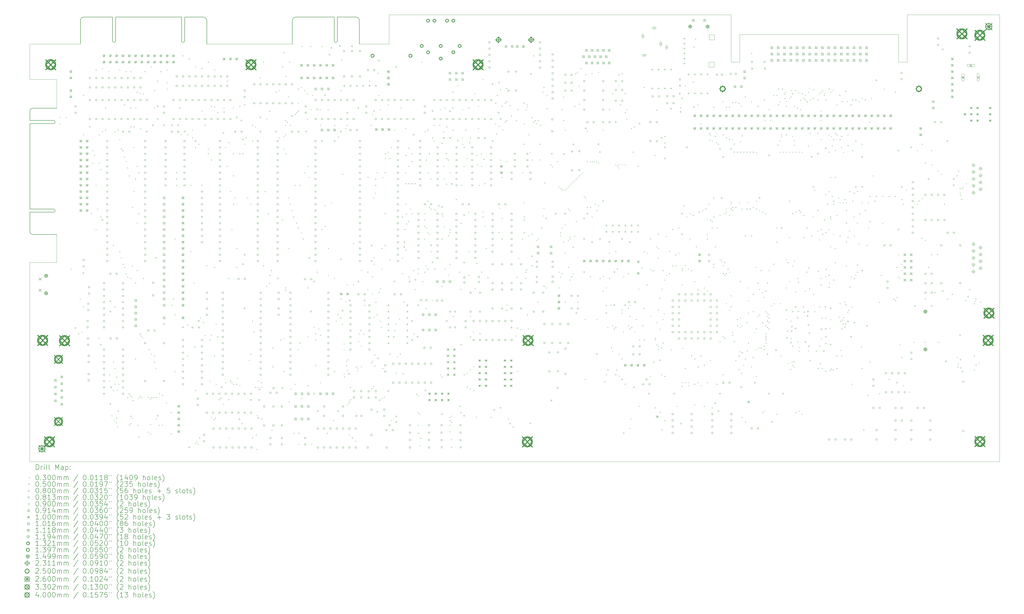
<source format=gbr>
%TF.GenerationSoftware,KiCad,Pcbnew,8.0.3*%
%TF.CreationDate,2024-06-16T18:13:16+02:00*%
%TF.ProjectId,cbm_ultipet_v1,63626d5f-756c-4746-9970-65745f76312e,rev?*%
%TF.SameCoordinates,Original*%
%TF.FileFunction,Drillmap*%
%TF.FilePolarity,Positive*%
%FSLAX45Y45*%
G04 Gerber Fmt 4.5, Leading zero omitted, Abs format (unit mm)*
G04 Created by KiCad (PCBNEW 8.0.3) date 2024-06-16 18:13:16*
%MOMM*%
%LPD*%
G01*
G04 APERTURE LIST*
%ADD10C,0.100000*%
%ADD11C,0.050000*%
%ADD12C,0.127000*%
%ADD13C,0.200000*%
%ADD14C,0.101600*%
%ADD15C,0.111760*%
%ADD16C,0.119380*%
%ADD17C,0.132080*%
%ADD18C,0.139700*%
%ADD19C,0.149860*%
%ADD20C,0.231140*%
%ADD21C,0.250000*%
%ADD22C,0.260000*%
%ADD23C,0.330200*%
%ADD24C,0.400000*%
G04 APERTURE END LIST*
D10*
X36861750Y-4191000D02*
X40576500Y-4191000D01*
X29781500Y-4191000D02*
X29781500Y-6096000D01*
X16033750Y-5365750D02*
X16033750Y-4191000D01*
D11*
X2667000Y-13023831D02*
X2667000Y-14160500D01*
D10*
X40576500Y-22167569D02*
X1587500Y-22167569D01*
D11*
X1587500Y-14160500D02*
X1587500Y-22161500D01*
D10*
X16033750Y-4191000D02*
X29781500Y-4191000D01*
X36512500Y-6096000D02*
X36861750Y-6096000D01*
X40576500Y-4191000D02*
X40576500Y-22161500D01*
D11*
X1584748Y-5365750D02*
X1584748Y-6794500D01*
D10*
X8705000Y-5365750D02*
X12148000Y-5365750D01*
D11*
X2667000Y-14160500D02*
X1587500Y-14160500D01*
D10*
X30130750Y-6096000D02*
X30130750Y-4984750D01*
X14839400Y-5365750D02*
X16033750Y-5365750D01*
X36291520Y-4984500D02*
X36512500Y-4984500D01*
D11*
X2667000Y-7950200D02*
X2667000Y-6794500D01*
X2667000Y-6794500D02*
X1585289Y-6794500D01*
D10*
X36512500Y-4984750D02*
X36512500Y-6096000D01*
X30130750Y-4984750D02*
X30353000Y-4984750D01*
X36861750Y-6093200D02*
X36861750Y-4191000D01*
X29781500Y-6096000D02*
X30130750Y-6096000D01*
X1587500Y-5365750D02*
X3624950Y-5365750D01*
D11*
X29103983Y-6100141D02*
X28893983Y-6100141D01*
X28893983Y-6300141D01*
X29103983Y-6300141D01*
X29103983Y-6100141D01*
X29108983Y-5000141D02*
X28898983Y-5000141D01*
X28898983Y-5200141D01*
X29108983Y-5200141D01*
X29108983Y-5000141D01*
D12*
X12147356Y-4415375D02*
X12147356Y-5367875D01*
X13826296Y-4288375D02*
X12274356Y-4288375D01*
X13826296Y-4288375D02*
X13826296Y-5240875D01*
X13953296Y-4288375D02*
X13953296Y-5240875D01*
X14712756Y-4288375D02*
X13953296Y-4288375D01*
X14839756Y-5367875D02*
X14839756Y-4415375D01*
X12147356Y-4415375D02*
G75*
G02*
X12274356Y-4288375I127000J0D01*
G01*
X13889796Y-5304375D02*
G75*
G02*
X13826296Y-5240875I0J63500D01*
G01*
X13953296Y-5240875D02*
G75*
G02*
X13889796Y-5304375I-63500J0D01*
G01*
X14712756Y-4288375D02*
G75*
G02*
X14839756Y-4415375I0J-127000D01*
G01*
D11*
X36291520Y-4982210D02*
X30353000Y-4982210D01*
D12*
X1590588Y-8074421D02*
X1590588Y-8442722D01*
X1590588Y-8442722D02*
X2543088Y-8442722D01*
X1590588Y-8569722D02*
X1590588Y-12008881D01*
X1590588Y-8569722D02*
X2543088Y-8569722D01*
X1590588Y-12008881D02*
X2543088Y-12008881D01*
X1590588Y-12135881D02*
X1590588Y-12900421D01*
X1590588Y-12135881D02*
X2543088Y-12135881D01*
X1717588Y-13027421D02*
X2670088Y-13027421D01*
X2670088Y-7947421D02*
X1717588Y-7947421D01*
X1590588Y-8074421D02*
G75*
G02*
X1717588Y-7947421I127000J0D01*
G01*
X1717588Y-13027421D02*
G75*
G02*
X1590588Y-12900421I0J127000D01*
G01*
X2543088Y-8442722D02*
G75*
G02*
X2606588Y-8506222I0J-63500D01*
G01*
X2543088Y-12008881D02*
G75*
G02*
X2606588Y-12072381I0J-63500D01*
G01*
X2606588Y-8506222D02*
G75*
G02*
X2543088Y-8569722I-63500J0D01*
G01*
X2606588Y-12072381D02*
G75*
G02*
X2543088Y-12135881I-63500J0D01*
G01*
X3624975Y-4415175D02*
X3624975Y-5367675D01*
X4912755Y-4288175D02*
X3751975Y-4288175D01*
X4912755Y-4288175D02*
X4912755Y-5240675D01*
X5039755Y-4288175D02*
X5039755Y-5240675D01*
X7686435Y-4288175D02*
X5039755Y-4288175D01*
X7686435Y-4288175D02*
X7686435Y-5240675D01*
X7813435Y-4288175D02*
X7813435Y-5240675D01*
X8577975Y-4288175D02*
X7813435Y-4288175D01*
X8704975Y-5367675D02*
X8704975Y-4415175D01*
X3624975Y-4415175D02*
G75*
G02*
X3751975Y-4288175I127000J0D01*
G01*
X4976255Y-5304175D02*
G75*
G02*
X4912755Y-5240675I0J63500D01*
G01*
X5039755Y-5240675D02*
G75*
G02*
X4976255Y-5304175I-63500J0D01*
G01*
X7749935Y-5304175D02*
G75*
G02*
X7686435Y-5240675I0J63500D01*
G01*
X7813435Y-5240675D02*
G75*
G02*
X7749935Y-5304175I-63500J0D01*
G01*
X8577975Y-4288175D02*
G75*
G02*
X8704975Y-4415175I0J-127000D01*
G01*
D13*
D10*
X2779000Y-8303500D02*
X2809000Y-8333500D01*
X2809000Y-8303500D02*
X2779000Y-8333500D01*
X2779000Y-8557500D02*
X2809000Y-8587500D01*
X2809000Y-8557500D02*
X2779000Y-8587500D01*
X3033000Y-8303500D02*
X3063000Y-8333500D01*
X3063000Y-8303500D02*
X3033000Y-8333500D01*
X3232855Y-14408855D02*
X3262855Y-14438855D01*
X3262855Y-14408855D02*
X3232855Y-14438855D01*
X3541000Y-17003000D02*
X3571000Y-17033000D01*
X3571000Y-17003000D02*
X3541000Y-17033000D01*
X3604500Y-15606000D02*
X3634500Y-15636000D01*
X3634500Y-15606000D02*
X3604500Y-15636000D01*
X3668000Y-16939500D02*
X3698000Y-16969500D01*
X3698000Y-16939500D02*
X3668000Y-16969500D01*
X3731500Y-7414500D02*
X3761500Y-7444500D01*
X3761500Y-7414500D02*
X3731500Y-7444500D01*
X3731500Y-9002000D02*
X3761500Y-9032000D01*
X3761500Y-9002000D02*
X3731500Y-9032000D01*
X3731500Y-15923500D02*
X3761500Y-15953500D01*
X3761500Y-15923500D02*
X3731500Y-15953500D01*
X4049000Y-12177000D02*
X4079000Y-12207000D01*
X4079000Y-12177000D02*
X4049000Y-12207000D01*
X4112500Y-9637000D02*
X4142500Y-9667000D01*
X4142500Y-9637000D02*
X4112500Y-9667000D01*
X4112500Y-10145000D02*
X4142500Y-10175000D01*
X4142500Y-10145000D02*
X4112500Y-10175000D01*
X4176000Y-9827500D02*
X4206000Y-9857500D01*
X4206000Y-9827500D02*
X4176000Y-9857500D01*
X4239500Y-6398500D02*
X4269500Y-6428500D01*
X4269500Y-6398500D02*
X4239500Y-6428500D01*
X4239500Y-11034000D02*
X4269500Y-11064000D01*
X4269500Y-11034000D02*
X4239500Y-11064000D01*
X4239500Y-12812000D02*
X4269500Y-12842000D01*
X4269500Y-12812000D02*
X4239500Y-12842000D01*
X4303000Y-11986500D02*
X4333000Y-12016500D01*
X4333000Y-11986500D02*
X4303000Y-12016500D01*
X4365764Y-17192764D02*
X4395764Y-17222764D01*
X4395764Y-17192764D02*
X4365764Y-17222764D01*
X4366500Y-9002000D02*
X4396500Y-9032000D01*
X4396500Y-9002000D02*
X4366500Y-9032000D01*
X4366500Y-10145000D02*
X4396500Y-10175000D01*
X4396500Y-10145000D02*
X4366500Y-10175000D01*
X4430000Y-10399000D02*
X4460000Y-10429000D01*
X4460000Y-10399000D02*
X4430000Y-10429000D01*
X4430000Y-12304000D02*
X4460000Y-12334000D01*
X4460000Y-12304000D02*
X4430000Y-12334000D01*
X4493500Y-6335000D02*
X4523500Y-6365000D01*
X4523500Y-6335000D02*
X4493500Y-6365000D01*
X4493500Y-8875000D02*
X4523500Y-8905000D01*
X4523500Y-8875000D02*
X4493500Y-8905000D01*
X4620500Y-7922500D02*
X4650500Y-7952500D01*
X4650500Y-7922500D02*
X4620500Y-7952500D01*
X4620500Y-8811500D02*
X4650500Y-8841500D01*
X4650500Y-8811500D02*
X4620500Y-8841500D01*
X4747500Y-6462000D02*
X4777500Y-6492000D01*
X4777500Y-6462000D02*
X4747500Y-6492000D01*
X4779250Y-18654000D02*
X4809250Y-18684000D01*
X4809250Y-18654000D02*
X4779250Y-18684000D01*
X4779250Y-18908000D02*
X4809250Y-18938000D01*
X4809250Y-18908000D02*
X4779250Y-18938000D01*
X4874500Y-20305000D02*
X4904500Y-20335000D01*
X4904500Y-20305000D02*
X4874500Y-20335000D01*
X4938000Y-13447000D02*
X4968000Y-13477000D01*
X4968000Y-13447000D02*
X4938000Y-13477000D01*
X4938000Y-18146000D02*
X4968000Y-18176000D01*
X4968000Y-18146000D02*
X4938000Y-18176000D01*
X4938000Y-19289000D02*
X4968000Y-19319000D01*
X4968000Y-19289000D02*
X4938000Y-19319000D01*
X4969750Y-20495500D02*
X4999750Y-20525500D01*
X4999750Y-20495500D02*
X4969750Y-20525500D01*
X5001500Y-8875000D02*
X5031500Y-8905000D01*
X5031500Y-8875000D02*
X5001500Y-8905000D01*
X5001500Y-15923500D02*
X5031500Y-15953500D01*
X5031500Y-15923500D02*
X5001500Y-15953500D01*
X5001500Y-18400000D02*
X5031500Y-18430000D01*
X5031500Y-18400000D02*
X5001500Y-18430000D01*
X5001500Y-19035000D02*
X5031500Y-19065000D01*
X5031500Y-19035000D02*
X5001500Y-19065000D01*
X5065000Y-18749250D02*
X5095000Y-18779250D01*
X5095000Y-18749250D02*
X5065000Y-18779250D01*
X5065000Y-20400250D02*
X5095000Y-20430250D01*
X5095000Y-20400250D02*
X5065000Y-20430250D01*
X5065000Y-20590750D02*
X5095000Y-20620750D01*
X5095000Y-20590750D02*
X5065000Y-20620750D01*
X5091600Y-19274788D02*
X5121600Y-19304788D01*
X5121600Y-19274788D02*
X5091600Y-19304788D01*
X5096750Y-20749500D02*
X5126750Y-20779500D01*
X5126750Y-20749500D02*
X5096750Y-20779500D01*
X5128500Y-8811500D02*
X5158500Y-8841500D01*
X5158500Y-8811500D02*
X5128500Y-8841500D01*
X5128500Y-20114500D02*
X5158500Y-20144500D01*
X5158500Y-20114500D02*
X5128500Y-20144500D01*
X5160250Y-19035000D02*
X5190250Y-19065000D01*
X5190250Y-19035000D02*
X5160250Y-19065000D01*
X5192000Y-6398500D02*
X5222000Y-6428500D01*
X5222000Y-6398500D02*
X5192000Y-6428500D01*
X5192000Y-9192500D02*
X5222000Y-9222500D01*
X5222000Y-9192500D02*
X5192000Y-9222500D01*
X5192000Y-13701000D02*
X5222000Y-13731000D01*
X5222000Y-13701000D02*
X5192000Y-13731000D01*
X5255500Y-9573500D02*
X5285500Y-9603500D01*
X5285500Y-9573500D02*
X5255500Y-9603500D01*
X5255500Y-13955000D02*
X5285500Y-13985000D01*
X5285500Y-13955000D02*
X5255500Y-13985000D01*
X5319000Y-9637000D02*
X5349000Y-9667000D01*
X5349000Y-9637000D02*
X5319000Y-9667000D01*
X5319000Y-14209000D02*
X5349000Y-14239000D01*
X5349000Y-14209000D02*
X5319000Y-14239000D01*
X5375189Y-9898311D02*
X5405189Y-9928311D01*
X5405189Y-9898311D02*
X5375189Y-9928311D01*
X5382500Y-7795500D02*
X5412500Y-7825500D01*
X5412500Y-7795500D02*
X5382500Y-7825500D01*
X5382500Y-14336000D02*
X5412500Y-14366000D01*
X5412500Y-14336000D02*
X5382500Y-14366000D01*
X5446000Y-6462000D02*
X5476000Y-6492000D01*
X5476000Y-6462000D02*
X5446000Y-6492000D01*
X5446000Y-14590000D02*
X5476000Y-14620000D01*
X5476000Y-14590000D02*
X5446000Y-14620000D01*
X5453311Y-10074189D02*
X5483311Y-10104189D01*
X5483311Y-10074189D02*
X5453311Y-10104189D01*
X5509500Y-10335500D02*
X5539500Y-10365500D01*
X5539500Y-10335500D02*
X5509500Y-10365500D01*
X5509500Y-14717000D02*
X5539500Y-14747000D01*
X5539500Y-14717000D02*
X5509500Y-14747000D01*
X5509500Y-19574750D02*
X5539500Y-19604750D01*
X5539500Y-19574750D02*
X5509500Y-19604750D01*
X5573000Y-10653000D02*
X5603000Y-10683000D01*
X5603000Y-10653000D02*
X5573000Y-10683000D01*
X5573000Y-19416000D02*
X5603000Y-19446000D01*
X5603000Y-19416000D02*
X5573000Y-19446000D01*
X5576396Y-20682604D02*
X5606396Y-20712604D01*
X5606396Y-20682604D02*
X5576396Y-20712604D01*
X5625942Y-19500228D02*
X5655942Y-19530228D01*
X5655942Y-19500228D02*
X5625942Y-19530228D01*
X5636500Y-6462000D02*
X5666500Y-6492000D01*
X5666500Y-6462000D02*
X5636500Y-6492000D01*
X5636500Y-7922500D02*
X5666500Y-7952500D01*
X5666500Y-7922500D02*
X5636500Y-7952500D01*
X5636500Y-8684500D02*
X5666500Y-8714500D01*
X5666500Y-8684500D02*
X5636500Y-8714500D01*
X5636500Y-14780500D02*
X5666500Y-14810500D01*
X5666500Y-14780500D02*
X5636500Y-14810500D01*
X5636500Y-20622500D02*
X5666500Y-20652500D01*
X5666500Y-20622500D02*
X5636500Y-20652500D01*
X5684740Y-19561611D02*
X5714740Y-19591611D01*
X5714740Y-19561611D02*
X5684740Y-19591611D01*
X5700000Y-11923000D02*
X5730000Y-11953000D01*
X5730000Y-11923000D02*
X5700000Y-11953000D01*
X5700000Y-14272500D02*
X5730000Y-14302500D01*
X5730000Y-14272500D02*
X5700000Y-14302500D01*
X5700000Y-20411750D02*
X5730000Y-20441750D01*
X5730000Y-20411750D02*
X5700000Y-20441750D01*
X5721293Y-19692977D02*
X5751293Y-19722977D01*
X5751293Y-19692977D02*
X5721293Y-19722977D01*
X5763500Y-8684500D02*
X5793500Y-8714500D01*
X5793500Y-8684500D02*
X5763500Y-8714500D01*
X5763500Y-9510000D02*
X5793500Y-9540000D01*
X5793500Y-9510000D02*
X5763500Y-9540000D01*
X5763500Y-11288000D02*
X5793500Y-11318000D01*
X5793500Y-11288000D02*
X5763500Y-11318000D01*
X5827000Y-10780000D02*
X5857000Y-10810000D01*
X5857000Y-10780000D02*
X5827000Y-10810000D01*
X5827000Y-14971000D02*
X5857000Y-15001000D01*
X5857000Y-14971000D02*
X5827000Y-15001000D01*
X5827000Y-18019000D02*
X5857000Y-18049000D01*
X5857000Y-18019000D02*
X5827000Y-18049000D01*
X5835260Y-7922500D02*
X5865260Y-7952500D01*
X5865260Y-7922500D02*
X5835260Y-7952500D01*
X5890500Y-7287500D02*
X5920500Y-7317500D01*
X5920500Y-7287500D02*
X5890500Y-7317500D01*
X5890500Y-10272000D02*
X5920500Y-10302000D01*
X5920500Y-10272000D02*
X5890500Y-10302000D01*
X5890500Y-12558000D02*
X5920500Y-12588000D01*
X5920500Y-12558000D02*
X5890500Y-12588000D01*
X5890500Y-14463000D02*
X5920500Y-14493000D01*
X5920500Y-14463000D02*
X5890500Y-14493000D01*
X5922250Y-20686000D02*
X5952250Y-20716000D01*
X5952250Y-20686000D02*
X5922250Y-20716000D01*
X5954000Y-10526000D02*
X5984000Y-10556000D01*
X5984000Y-10526000D02*
X5954000Y-10556000D01*
X5954000Y-12177000D02*
X5984000Y-12207000D01*
X5984000Y-12177000D02*
X5954000Y-12207000D01*
X5954000Y-19606500D02*
X5984000Y-19636500D01*
X5984000Y-19606500D02*
X5954000Y-19636500D01*
X5954000Y-21162250D02*
X5984000Y-21192250D01*
X5984000Y-21162250D02*
X5954000Y-21192250D01*
X6004973Y-19536737D02*
X6034973Y-19566737D01*
X6034973Y-19536737D02*
X6004973Y-19566737D01*
X6011237Y-17022224D02*
X6041237Y-17052224D01*
X6041237Y-17022224D02*
X6011237Y-17052224D01*
X6017500Y-7351000D02*
X6047500Y-7381000D01*
X6047500Y-7351000D02*
X6017500Y-7381000D01*
X6024811Y-8755311D02*
X6054811Y-8785311D01*
X6054811Y-8755311D02*
X6024811Y-8785311D01*
X6049250Y-17098250D02*
X6079250Y-17128250D01*
X6079250Y-17098250D02*
X6049250Y-17128250D01*
X6081000Y-19574750D02*
X6111000Y-19604750D01*
X6111000Y-19574750D02*
X6081000Y-19604750D01*
X6112750Y-17161750D02*
X6142750Y-17191750D01*
X6142750Y-17161750D02*
X6112750Y-17191750D01*
X6144500Y-7351000D02*
X6174500Y-7381000D01*
X6174500Y-7351000D02*
X6144500Y-7381000D01*
X6144500Y-14780500D02*
X6174500Y-14810500D01*
X6174500Y-14780500D02*
X6144500Y-14810500D01*
X6208000Y-6462000D02*
X6238000Y-6492000D01*
X6238000Y-6462000D02*
X6208000Y-6492000D01*
X6335000Y-20971750D02*
X6365000Y-21001750D01*
X6365000Y-20971750D02*
X6335000Y-21001750D01*
X6342250Y-19565689D02*
X6372250Y-19595689D01*
X6372250Y-19565689D02*
X6342250Y-19595689D01*
X6366750Y-17638000D02*
X6396750Y-17668000D01*
X6396750Y-17638000D02*
X6366750Y-17668000D01*
X6430250Y-19638250D02*
X6460250Y-19668250D01*
X6460250Y-19638250D02*
X6430250Y-19668250D01*
X6430250Y-20654250D02*
X6460250Y-20684250D01*
X6460250Y-20654250D02*
X6430250Y-20684250D01*
X6430250Y-21035250D02*
X6460250Y-21065250D01*
X6460250Y-21035250D02*
X6430250Y-21065250D01*
X6462000Y-6271500D02*
X6492000Y-6301500D01*
X6492000Y-6271500D02*
X6462000Y-6301500D01*
X6462000Y-17828500D02*
X6492000Y-17858500D01*
X6492000Y-17828500D02*
X6462000Y-17858500D01*
X6472250Y-19574750D02*
X6502250Y-19604750D01*
X6502250Y-19574750D02*
X6472250Y-19604750D01*
X6557250Y-19574750D02*
X6587250Y-19604750D01*
X6587250Y-19574750D02*
X6557250Y-19604750D01*
X6589000Y-7224000D02*
X6619000Y-7254000D01*
X6619000Y-7224000D02*
X6589000Y-7254000D01*
X6589000Y-7922500D02*
X6619000Y-7952500D01*
X6619000Y-7922500D02*
X6589000Y-7952500D01*
X6589000Y-17892000D02*
X6619000Y-17922000D01*
X6619000Y-17892000D02*
X6589000Y-17922000D01*
X6589000Y-18146000D02*
X6619000Y-18176000D01*
X6619000Y-18146000D02*
X6589000Y-18176000D01*
X6652500Y-18400000D02*
X6682500Y-18430000D01*
X6682500Y-18400000D02*
X6652500Y-18430000D01*
X6652500Y-19574750D02*
X6682500Y-19604750D01*
X6682500Y-19574750D02*
X6652500Y-19604750D01*
X6652500Y-20432000D02*
X6682500Y-20462000D01*
X6682500Y-20432000D02*
X6652500Y-20462000D01*
X6716000Y-6843000D02*
X6746000Y-6873000D01*
X6746000Y-6843000D02*
X6716000Y-6873000D01*
X6779500Y-19416000D02*
X6809500Y-19446000D01*
X6809500Y-19416000D02*
X6779500Y-19446000D01*
X6779500Y-20686000D02*
X6809500Y-20716000D01*
X6809500Y-20686000D02*
X6779500Y-20716000D01*
X6843000Y-6462000D02*
X6873000Y-6492000D01*
X6873000Y-6462000D02*
X6843000Y-6492000D01*
X6906500Y-19479500D02*
X6936500Y-19509500D01*
X6936500Y-19479500D02*
X6906500Y-19509500D01*
X6906500Y-20686000D02*
X6936500Y-20716000D01*
X6936500Y-20686000D02*
X6906500Y-20716000D01*
X7065250Y-19797000D02*
X7095250Y-19827000D01*
X7095250Y-19797000D02*
X7065250Y-19827000D01*
X7097000Y-6398500D02*
X7127000Y-6428500D01*
X7127000Y-6398500D02*
X7097000Y-6428500D01*
X7097000Y-6906500D02*
X7127000Y-6936500D01*
X7127000Y-6906500D02*
X7097000Y-6936500D01*
X7097000Y-7160500D02*
X7127000Y-7190500D01*
X7127000Y-7160500D02*
X7097000Y-7190500D01*
X7255750Y-20178000D02*
X7285750Y-20208000D01*
X7285750Y-20178000D02*
X7255750Y-20208000D01*
X7255750Y-21035250D02*
X7285750Y-21065250D01*
X7285750Y-21035250D02*
X7255750Y-21065250D01*
X7287500Y-15860000D02*
X7317500Y-15890000D01*
X7317500Y-15860000D02*
X7287500Y-15890000D01*
X7351000Y-15606000D02*
X7381000Y-15636000D01*
X7381000Y-15606000D02*
X7351000Y-15636000D01*
X7414500Y-13193000D02*
X7444500Y-13223000D01*
X7444500Y-13193000D02*
X7414500Y-13223000D01*
X7414500Y-16241000D02*
X7444500Y-16271000D01*
X7444500Y-16241000D02*
X7414500Y-16271000D01*
X7414500Y-18527000D02*
X7444500Y-18557000D01*
X7444500Y-18527000D02*
X7414500Y-18557000D01*
X7478000Y-10526000D02*
X7508000Y-10556000D01*
X7508000Y-10526000D02*
X7478000Y-10556000D01*
X7478000Y-10780000D02*
X7508000Y-10810000D01*
X7508000Y-10780000D02*
X7478000Y-10810000D01*
X7478000Y-11034000D02*
X7508000Y-11064000D01*
X7508000Y-11034000D02*
X7478000Y-11064000D01*
X7668500Y-9002000D02*
X7698500Y-9032000D01*
X7698500Y-9002000D02*
X7668500Y-9032000D01*
X7732000Y-5827000D02*
X7762000Y-5857000D01*
X7762000Y-5827000D02*
X7732000Y-5857000D01*
X7922500Y-9002000D02*
X7952500Y-9032000D01*
X7952500Y-9002000D02*
X7922500Y-9032000D01*
X7922500Y-16658680D02*
X7952500Y-16688680D01*
X7952500Y-16658680D02*
X7922500Y-16688680D01*
X7922500Y-17892000D02*
X7952500Y-17922000D01*
X7952500Y-17892000D02*
X7922500Y-17922000D01*
X7986000Y-5954000D02*
X8016000Y-5984000D01*
X8016000Y-5954000D02*
X7986000Y-5984000D01*
X8049500Y-11034000D02*
X8079500Y-11064000D01*
X8079500Y-11034000D02*
X8049500Y-11064000D01*
X8049500Y-13701000D02*
X8079500Y-13731000D01*
X8079500Y-13701000D02*
X8049500Y-13731000D01*
X8113000Y-8811500D02*
X8143000Y-8841500D01*
X8143000Y-8811500D02*
X8113000Y-8841500D01*
X8113000Y-9122180D02*
X8143000Y-9152180D01*
X8143000Y-9122180D02*
X8113000Y-9152180D01*
X8176500Y-14971000D02*
X8206500Y-15001000D01*
X8206500Y-14971000D02*
X8176500Y-15001000D01*
X8208250Y-17542750D02*
X8238250Y-17572750D01*
X8238250Y-17542750D02*
X8208250Y-17572750D01*
X8233737Y-21414260D02*
X8263737Y-21444260D01*
X8263737Y-21414260D02*
X8233737Y-21444260D01*
X8240000Y-6271500D02*
X8270000Y-6301500D01*
X8270000Y-6271500D02*
X8240000Y-6301500D01*
X8240000Y-9510000D02*
X8270000Y-9540000D01*
X8270000Y-9510000D02*
X8240000Y-9540000D01*
X8240000Y-19289000D02*
X8270000Y-19319000D01*
X8270000Y-19289000D02*
X8240000Y-19319000D01*
X8285962Y-21354250D02*
X8315962Y-21384250D01*
X8315962Y-21354250D02*
X8285962Y-21384250D01*
X8335250Y-21448000D02*
X8365250Y-21478000D01*
X8365250Y-21448000D02*
X8335250Y-21478000D01*
X8367000Y-9383000D02*
X8397000Y-9413000D01*
X8397000Y-9383000D02*
X8367000Y-9413000D01*
X8398750Y-21194000D02*
X8428750Y-21224000D01*
X8428750Y-21194000D02*
X8398750Y-21224000D01*
X8430500Y-16368000D02*
X8460500Y-16398000D01*
X8460500Y-16368000D02*
X8430500Y-16398000D01*
X8494000Y-6335000D02*
X8524000Y-6365000D01*
X8524000Y-6335000D02*
X8494000Y-6365000D01*
X8494000Y-8049500D02*
X8524000Y-8079500D01*
X8524000Y-8049500D02*
X8494000Y-8079500D01*
X8494000Y-11034000D02*
X8524000Y-11064000D01*
X8524000Y-11034000D02*
X8494000Y-11064000D01*
X8557500Y-16558500D02*
X8587500Y-16588500D01*
X8587500Y-16558500D02*
X8557500Y-16588500D01*
X8621000Y-8621000D02*
X8651000Y-8651000D01*
X8651000Y-8621000D02*
X8621000Y-8651000D01*
X8621000Y-17066500D02*
X8651000Y-17096500D01*
X8651000Y-17066500D02*
X8621000Y-17096500D01*
X8684500Y-14272500D02*
X8714500Y-14302500D01*
X8714500Y-14272500D02*
X8684500Y-14302500D01*
X8748000Y-6081000D02*
X8778000Y-6111000D01*
X8778000Y-6081000D02*
X8748000Y-6111000D01*
X8748000Y-9573500D02*
X8778000Y-9603500D01*
X8778000Y-9573500D02*
X8748000Y-9603500D01*
X8748000Y-9764000D02*
X8778000Y-9794000D01*
X8778000Y-9764000D02*
X8748000Y-9794000D01*
X8811500Y-17257000D02*
X8841500Y-17287000D01*
X8841500Y-17257000D02*
X8811500Y-17287000D01*
X8811500Y-18908000D02*
X8841500Y-18938000D01*
X8841500Y-18908000D02*
X8811500Y-18938000D01*
X8875000Y-7859000D02*
X8905000Y-7889000D01*
X8905000Y-7859000D02*
X8875000Y-7889000D01*
X8875000Y-10018000D02*
X8905000Y-10048000D01*
X8905000Y-10018000D02*
X8875000Y-10048000D01*
X8875000Y-17066500D02*
X8905000Y-17096500D01*
X8905000Y-17066500D02*
X8875000Y-17096500D01*
X8875000Y-20368500D02*
X8905000Y-20398500D01*
X8905000Y-20368500D02*
X8875000Y-20398500D01*
X8970250Y-20463750D02*
X9000250Y-20493750D01*
X9000250Y-20463750D02*
X8970250Y-20493750D01*
X9002000Y-6398500D02*
X9032000Y-6428500D01*
X9032000Y-6398500D02*
X9002000Y-6428500D01*
X9002000Y-7885980D02*
X9032000Y-7915980D01*
X9032000Y-7885980D02*
X9002000Y-7915980D01*
X9002000Y-14336000D02*
X9032000Y-14366000D01*
X9032000Y-14336000D02*
X9002000Y-14366000D01*
X9002000Y-17892000D02*
X9032000Y-17922000D01*
X9032000Y-17892000D02*
X9002000Y-17922000D01*
X9033750Y-20400250D02*
X9063750Y-20430250D01*
X9063750Y-20400250D02*
X9033750Y-20430250D01*
X9065500Y-16622000D02*
X9095500Y-16652000D01*
X9095500Y-16622000D02*
X9065500Y-16652000D01*
X9065500Y-19035000D02*
X9095500Y-19065000D01*
X9095500Y-19035000D02*
X9065500Y-19065000D01*
X9129000Y-8113000D02*
X9159000Y-8143000D01*
X9159000Y-8113000D02*
X9129000Y-8143000D01*
X9129000Y-17130000D02*
X9159000Y-17160000D01*
X9159000Y-17130000D02*
X9129000Y-17160000D01*
X9181000Y-19658500D02*
X9211000Y-19688500D01*
X9211000Y-19658500D02*
X9181000Y-19688500D01*
X9361117Y-19840250D02*
X9391117Y-19870250D01*
X9391117Y-19840250D02*
X9361117Y-19870250D01*
X9383000Y-7922500D02*
X9413000Y-7952500D01*
X9413000Y-7922500D02*
X9383000Y-7952500D01*
X9383000Y-8086020D02*
X9413000Y-8116020D01*
X9413000Y-8086020D02*
X9383000Y-8116020D01*
X9446500Y-9510000D02*
X9476500Y-9540000D01*
X9476500Y-9510000D02*
X9446500Y-9540000D01*
X9446500Y-18971500D02*
X9476500Y-19001500D01*
X9476500Y-18971500D02*
X9446500Y-19001500D01*
X9510000Y-6843000D02*
X9540000Y-6873000D01*
X9540000Y-6843000D02*
X9510000Y-6873000D01*
X9510000Y-10272000D02*
X9540000Y-10302000D01*
X9540000Y-10272000D02*
X9510000Y-10302000D01*
X9573500Y-9319500D02*
X9603500Y-9349500D01*
X9603500Y-9319500D02*
X9573500Y-9349500D01*
X9573500Y-14780500D02*
X9603500Y-14810500D01*
X9603500Y-14780500D02*
X9573500Y-14810500D01*
X9573500Y-19658500D02*
X9603500Y-19688500D01*
X9603500Y-19658500D02*
X9573500Y-19688500D01*
X9594004Y-21199765D02*
X9624004Y-21229765D01*
X9624004Y-21199765D02*
X9594004Y-21229765D01*
X9637000Y-11288000D02*
X9667000Y-11318000D01*
X9667000Y-11288000D02*
X9637000Y-11318000D01*
X9637000Y-18908000D02*
X9667000Y-18938000D01*
X9667000Y-18908000D02*
X9637000Y-18938000D01*
X9700500Y-12812000D02*
X9730500Y-12842000D01*
X9730500Y-12812000D02*
X9700500Y-12842000D01*
X9700500Y-18971500D02*
X9730500Y-19001500D01*
X9730500Y-18971500D02*
X9700500Y-19001500D01*
X9762277Y-7923491D02*
X9792277Y-7953491D01*
X9792277Y-7923491D02*
X9762277Y-7953491D01*
X9764000Y-9764000D02*
X9794000Y-9794000D01*
X9794000Y-9764000D02*
X9764000Y-9794000D01*
X9764000Y-10653000D02*
X9794000Y-10683000D01*
X9794000Y-10653000D02*
X9764000Y-10683000D01*
X9764000Y-11796000D02*
X9794000Y-11826000D01*
X9794000Y-11796000D02*
X9764000Y-11826000D01*
X9764000Y-19035000D02*
X9794000Y-19065000D01*
X9794000Y-19035000D02*
X9764000Y-19065000D01*
X9827500Y-11542000D02*
X9857500Y-11572000D01*
X9857500Y-11542000D02*
X9827500Y-11572000D01*
X9891000Y-13574000D02*
X9921000Y-13604000D01*
X9921000Y-13574000D02*
X9891000Y-13604000D01*
X9891000Y-14336000D02*
X9921000Y-14366000D01*
X9921000Y-14336000D02*
X9891000Y-14366000D01*
X9891000Y-19035000D02*
X9921000Y-19065000D01*
X9921000Y-19035000D02*
X9891000Y-19065000D01*
X9941038Y-18795962D02*
X9971038Y-18825962D01*
X9971038Y-18795962D02*
X9941038Y-18825962D01*
X10018000Y-7859000D02*
X10048000Y-7889000D01*
X10048000Y-7859000D02*
X10018000Y-7889000D01*
X10018000Y-9764000D02*
X10048000Y-9794000D01*
X10048000Y-9764000D02*
X10018000Y-9794000D01*
X10018000Y-19098500D02*
X10048000Y-19128500D01*
X10048000Y-19098500D02*
X10018000Y-19128500D01*
X10107050Y-20624000D02*
X10137050Y-20654000D01*
X10137050Y-20624000D02*
X10107050Y-20654000D01*
X10145000Y-9764000D02*
X10175000Y-9794000D01*
X10175000Y-9764000D02*
X10145000Y-9794000D01*
X10208500Y-7795500D02*
X10238500Y-7825500D01*
X10238500Y-7795500D02*
X10208500Y-7825500D01*
X10208500Y-9383000D02*
X10238500Y-9413000D01*
X10238500Y-9383000D02*
X10208500Y-9413000D01*
X10272000Y-9129000D02*
X10302000Y-9159000D01*
X10302000Y-9129000D02*
X10272000Y-9159000D01*
X10335500Y-11542000D02*
X10365500Y-11572000D01*
X10365500Y-11542000D02*
X10335500Y-11572000D01*
X10399000Y-18082500D02*
X10429000Y-18112500D01*
X10429000Y-18082500D02*
X10399000Y-18112500D01*
X10462500Y-11796000D02*
X10492500Y-11826000D01*
X10492500Y-11796000D02*
X10462500Y-11826000D01*
X10462500Y-17828500D02*
X10492500Y-17858500D01*
X10492500Y-17828500D02*
X10462500Y-17858500D01*
X10526000Y-8621000D02*
X10556000Y-8651000D01*
X10556000Y-8621000D02*
X10526000Y-8651000D01*
X10526000Y-9256000D02*
X10556000Y-9286000D01*
X10556000Y-9256000D02*
X10526000Y-9286000D01*
X10526000Y-16495000D02*
X10556000Y-16525000D01*
X10556000Y-16495000D02*
X10526000Y-16525000D01*
X10526000Y-21194000D02*
X10556000Y-21224000D01*
X10556000Y-21194000D02*
X10526000Y-21224000D01*
X10589500Y-16939500D02*
X10619500Y-16969500D01*
X10619500Y-16939500D02*
X10589500Y-16969500D01*
X10653000Y-8684500D02*
X10683000Y-8714500D01*
X10683000Y-8684500D02*
X10653000Y-8714500D01*
X10653000Y-19162000D02*
X10683000Y-19192000D01*
X10683000Y-19162000D02*
X10653000Y-19192000D01*
X10673504Y-21072765D02*
X10703504Y-21102765D01*
X10703504Y-21072765D02*
X10673504Y-21102765D01*
X10690456Y-21661218D02*
X10720456Y-21691218D01*
X10720456Y-21661218D02*
X10690456Y-21691218D01*
X10716500Y-20305000D02*
X10746500Y-20335000D01*
X10746500Y-20305000D02*
X10716500Y-20335000D01*
X10748250Y-18908000D02*
X10778250Y-18938000D01*
X10778250Y-18908000D02*
X10748250Y-18938000D01*
X10748250Y-19162000D02*
X10778250Y-19192000D01*
X10778250Y-19162000D02*
X10748250Y-19192000D01*
X10843500Y-6716000D02*
X10873500Y-6746000D01*
X10873500Y-6716000D02*
X10843500Y-6746000D01*
X10875250Y-18971500D02*
X10905250Y-19001500D01*
X10905250Y-18971500D02*
X10875250Y-19001500D01*
X10875250Y-19162000D02*
X10905250Y-19192000D01*
X10905250Y-19162000D02*
X10875250Y-19192000D01*
X10907000Y-20432000D02*
X10937000Y-20462000D01*
X10937000Y-20432000D02*
X10907000Y-20462000D01*
X10970500Y-6081000D02*
X11000500Y-6111000D01*
X11000500Y-6081000D02*
X10970500Y-6111000D01*
X10970500Y-14272500D02*
X11000500Y-14302500D01*
X11000500Y-14272500D02*
X10970500Y-14302500D01*
X11034000Y-11288000D02*
X11064000Y-11318000D01*
X11064000Y-11288000D02*
X11034000Y-11318000D01*
X11097500Y-8367000D02*
X11127500Y-8397000D01*
X11127500Y-8367000D02*
X11097500Y-8397000D01*
X11097500Y-15098000D02*
X11127500Y-15128000D01*
X11127500Y-15098000D02*
X11097500Y-15128000D01*
X11161000Y-12177000D02*
X11191000Y-12207000D01*
X11191000Y-12177000D02*
X11161000Y-12207000D01*
X11205995Y-14974180D02*
X11235995Y-15004180D01*
X11235995Y-14974180D02*
X11205995Y-15004180D01*
X11224500Y-8049500D02*
X11254500Y-8079500D01*
X11254500Y-8049500D02*
X11224500Y-8079500D01*
X11224500Y-14653500D02*
X11254500Y-14683500D01*
X11254500Y-14653500D02*
X11224500Y-14683500D01*
X11288000Y-14463000D02*
X11318000Y-14493000D01*
X11318000Y-14463000D02*
X11288000Y-14493000D01*
X11308504Y-20882265D02*
X11338504Y-20912265D01*
X11338504Y-20882265D02*
X11308504Y-20912265D01*
X11351500Y-17574500D02*
X11381500Y-17604500D01*
X11381500Y-17574500D02*
X11351500Y-17604500D01*
X11351500Y-18336500D02*
X11381500Y-18366500D01*
X11381500Y-18336500D02*
X11351500Y-18366500D01*
X11478500Y-7287500D02*
X11508500Y-7317500D01*
X11508500Y-7287500D02*
X11478500Y-7317500D01*
X11605500Y-7224000D02*
X11635500Y-7254000D01*
X11635500Y-7224000D02*
X11605500Y-7254000D01*
X11605500Y-9129000D02*
X11635500Y-9159000D01*
X11635500Y-9129000D02*
X11605500Y-9159000D01*
X11669000Y-17257000D02*
X11699000Y-17287000D01*
X11699000Y-17257000D02*
X11669000Y-17287000D01*
X11732500Y-6271500D02*
X11762500Y-6301500D01*
X11762500Y-6271500D02*
X11732500Y-6301500D01*
X11732500Y-12431000D02*
X11762500Y-12461000D01*
X11762500Y-12431000D02*
X11732500Y-12461000D01*
X11796000Y-5700000D02*
X11826000Y-5730000D01*
X11826000Y-5700000D02*
X11796000Y-5730000D01*
X11796000Y-9065500D02*
X11826000Y-9095500D01*
X11826000Y-9065500D02*
X11796000Y-9095500D01*
X11796000Y-9573500D02*
X11826000Y-9603500D01*
X11826000Y-9573500D02*
X11796000Y-9603500D01*
X11796000Y-17193500D02*
X11826000Y-17223500D01*
X11826000Y-17193500D02*
X11796000Y-17223500D01*
X11796000Y-18527000D02*
X11826000Y-18557000D01*
X11826000Y-18527000D02*
X11796000Y-18557000D01*
X11859500Y-6652500D02*
X11889500Y-6682500D01*
X11889500Y-6652500D02*
X11859500Y-6682500D01*
X11859500Y-8430500D02*
X11889500Y-8460500D01*
X11889500Y-8430500D02*
X11859500Y-8460500D01*
X11859500Y-8621000D02*
X11889500Y-8651000D01*
X11889500Y-8621000D02*
X11859500Y-8651000D01*
X11859500Y-9002000D02*
X11889500Y-9032000D01*
X11889500Y-9002000D02*
X11859500Y-9032000D01*
X11859500Y-9764000D02*
X11889500Y-9794000D01*
X11889500Y-9764000D02*
X11859500Y-9794000D01*
X11859500Y-15161500D02*
X11889500Y-15191500D01*
X11889500Y-15161500D02*
X11859500Y-15191500D01*
X11859500Y-15256750D02*
X11889500Y-15286750D01*
X11889500Y-15256750D02*
X11859500Y-15286750D01*
X11923000Y-8494000D02*
X11953000Y-8524000D01*
X11953000Y-8494000D02*
X11923000Y-8524000D01*
X11986500Y-7478000D02*
X12016500Y-7508000D01*
X12016500Y-7478000D02*
X11986500Y-7508000D01*
X11986500Y-11542000D02*
X12016500Y-11572000D01*
X12016500Y-11542000D02*
X11986500Y-11572000D01*
X11986500Y-13574000D02*
X12016500Y-13604000D01*
X12016500Y-13574000D02*
X11986500Y-13604000D01*
X12007004Y-19739265D02*
X12037004Y-19769265D01*
X12037004Y-19739265D02*
X12007004Y-19769265D01*
X12018250Y-6081000D02*
X12048250Y-6111000D01*
X12048250Y-6081000D02*
X12018250Y-6111000D01*
X12050000Y-8621000D02*
X12080000Y-8651000D01*
X12080000Y-8621000D02*
X12050000Y-8651000D01*
X12050000Y-11796000D02*
X12080000Y-11826000D01*
X12080000Y-11796000D02*
X12050000Y-11826000D01*
X12070504Y-19231265D02*
X12100504Y-19261265D01*
X12100504Y-19231265D02*
X12070504Y-19261265D01*
X12113500Y-12050000D02*
X12143500Y-12080000D01*
X12143500Y-12050000D02*
X12113500Y-12080000D01*
X12177000Y-12304000D02*
X12207000Y-12334000D01*
X12207000Y-12304000D02*
X12177000Y-12334000D01*
X12197504Y-21009265D02*
X12227504Y-21039265D01*
X12227504Y-21009265D02*
X12197504Y-21039265D01*
X12240500Y-8176500D02*
X12270500Y-8206500D01*
X12270500Y-8176500D02*
X12240500Y-8206500D01*
X12240500Y-11034000D02*
X12270500Y-11064000D01*
X12270500Y-11034000D02*
X12240500Y-11064000D01*
X12240500Y-19035000D02*
X12270500Y-19065000D01*
X12270500Y-19035000D02*
X12240500Y-19065000D01*
X12304000Y-8113000D02*
X12334000Y-8143000D01*
X12334000Y-8113000D02*
X12304000Y-8143000D01*
X12304000Y-12558000D02*
X12334000Y-12588000D01*
X12334000Y-12558000D02*
X12304000Y-12588000D01*
X12367500Y-7160500D02*
X12397500Y-7190500D01*
X12397500Y-7160500D02*
X12367500Y-7190500D01*
X12367500Y-7732000D02*
X12397500Y-7762000D01*
X12397500Y-7732000D02*
X12367500Y-7762000D01*
X12367500Y-8049500D02*
X12397500Y-8079500D01*
X12397500Y-8049500D02*
X12367500Y-8079500D01*
X12367500Y-12748500D02*
X12397500Y-12778500D01*
X12397500Y-12748500D02*
X12367500Y-12778500D01*
X12367500Y-17638000D02*
X12397500Y-17668000D01*
X12397500Y-17638000D02*
X12367500Y-17668000D01*
X12388004Y-21009265D02*
X12418004Y-21039265D01*
X12418004Y-21009265D02*
X12388004Y-21039265D01*
X12388004Y-21453765D02*
X12418004Y-21483765D01*
X12418004Y-21453765D02*
X12388004Y-21483765D01*
X12431000Y-11034000D02*
X12461000Y-11064000D01*
X12461000Y-11034000D02*
X12431000Y-11064000D01*
X12431000Y-17384000D02*
X12461000Y-17414000D01*
X12461000Y-17384000D02*
X12431000Y-17414000D01*
X12494500Y-7097000D02*
X12524500Y-7127000D01*
X12524500Y-7097000D02*
X12494500Y-7127000D01*
X12494500Y-12939000D02*
X12524500Y-12969000D01*
X12524500Y-12939000D02*
X12494500Y-12969000D01*
X12515004Y-19612265D02*
X12545004Y-19642265D01*
X12545004Y-19612265D02*
X12515004Y-19642265D01*
X12526250Y-5446000D02*
X12556250Y-5476000D01*
X12556250Y-5446000D02*
X12526250Y-5476000D01*
X12558000Y-13193000D02*
X12588000Y-13223000D01*
X12588000Y-13193000D02*
X12558000Y-13223000D01*
X12621500Y-7224000D02*
X12651500Y-7254000D01*
X12651500Y-7224000D02*
X12621500Y-7254000D01*
X12621500Y-10526000D02*
X12651500Y-10556000D01*
X12651500Y-10526000D02*
X12621500Y-10556000D01*
X12748500Y-7351000D02*
X12778500Y-7381000D01*
X12778500Y-7351000D02*
X12748500Y-7381000D01*
X12748500Y-8367000D02*
X12778500Y-8397000D01*
X12778500Y-8367000D02*
X12748500Y-8397000D01*
X12748500Y-10272000D02*
X12778500Y-10302000D01*
X12778500Y-10272000D02*
X12748500Y-10302000D01*
X12748500Y-15161500D02*
X12778500Y-15191500D01*
X12778500Y-15161500D02*
X12748500Y-15191500D01*
X12748500Y-17130000D02*
X12778500Y-17160000D01*
X12778500Y-17130000D02*
X12748500Y-17160000D01*
X12748500Y-19091163D02*
X12778500Y-19121163D01*
X12778500Y-19091163D02*
X12748500Y-19121163D01*
X12812000Y-10716500D02*
X12842000Y-10746500D01*
X12842000Y-10716500D02*
X12812000Y-10746500D01*
X12875500Y-5446000D02*
X12905500Y-5476000D01*
X12905500Y-5446000D02*
X12875500Y-5476000D01*
X12875500Y-7986000D02*
X12905500Y-8016000D01*
X12905500Y-7986000D02*
X12875500Y-8016000D01*
X12907250Y-21448000D02*
X12937250Y-21478000D01*
X12937250Y-21448000D02*
X12907250Y-21478000D01*
X12939000Y-7414500D02*
X12969000Y-7444500D01*
X12969000Y-7414500D02*
X12939000Y-7444500D01*
X13002500Y-16749000D02*
X13032500Y-16779000D01*
X13032500Y-16749000D02*
X13002500Y-16779000D01*
X13066000Y-17003000D02*
X13096000Y-17033000D01*
X13096000Y-17003000D02*
X13066000Y-17033000D01*
X13066000Y-17257000D02*
X13096000Y-17287000D01*
X13096000Y-17257000D02*
X13066000Y-17287000D01*
X13066000Y-18273000D02*
X13096000Y-18303000D01*
X13096000Y-18273000D02*
X13066000Y-18303000D01*
X13129500Y-14526500D02*
X13159500Y-14556500D01*
X13159500Y-14526500D02*
X13129500Y-14556500D01*
X13193000Y-16812500D02*
X13223000Y-16842500D01*
X13223000Y-16812500D02*
X13193000Y-16842500D01*
X13256500Y-7986000D02*
X13286500Y-8016000D01*
X13286500Y-7986000D02*
X13256500Y-8016000D01*
X13256500Y-8621000D02*
X13286500Y-8651000D01*
X13286500Y-8621000D02*
X13256500Y-8651000D01*
X13256500Y-17066500D02*
X13286500Y-17096500D01*
X13286500Y-17066500D02*
X13256500Y-17096500D01*
X13260688Y-18971500D02*
X13290688Y-19001500D01*
X13290688Y-18971500D02*
X13260688Y-19001500D01*
X13312504Y-5453496D02*
X13342504Y-5483496D01*
X13342504Y-5453496D02*
X13312504Y-5483496D01*
X13320000Y-12812000D02*
X13350000Y-12842000D01*
X13350000Y-12812000D02*
X13320000Y-12842000D01*
X13447000Y-11859500D02*
X13477000Y-11889500D01*
X13477000Y-11859500D02*
X13447000Y-11889500D01*
X13447000Y-12685000D02*
X13477000Y-12715000D01*
X13477000Y-12685000D02*
X13447000Y-12715000D01*
X13531004Y-21009265D02*
X13561004Y-21039265D01*
X13561004Y-21009265D02*
X13531004Y-21039265D01*
X13566689Y-7993311D02*
X13596689Y-8023311D01*
X13596689Y-7993311D02*
X13566689Y-8023311D01*
X13574000Y-13574000D02*
X13604000Y-13604000D01*
X13604000Y-13574000D02*
X13574000Y-13604000D01*
X13574000Y-14653500D02*
X13604000Y-14683500D01*
X13604000Y-14653500D02*
X13574000Y-14683500D01*
X13701000Y-11732500D02*
X13731000Y-11762500D01*
X13731000Y-11732500D02*
X13701000Y-11762500D01*
X13785004Y-20501265D02*
X13815004Y-20531265D01*
X13815004Y-20501265D02*
X13785004Y-20531265D01*
X13828000Y-8621000D02*
X13858000Y-8651000D01*
X13858000Y-8621000D02*
X13828000Y-8651000D01*
X13828000Y-14780500D02*
X13858000Y-14810500D01*
X13858000Y-14780500D02*
X13828000Y-14810500D01*
X13828000Y-18527000D02*
X13858000Y-18557000D01*
X13858000Y-18527000D02*
X13828000Y-18557000D01*
X13891500Y-16495000D02*
X13921500Y-16525000D01*
X13921500Y-16495000D02*
X13891500Y-16525000D01*
X13955000Y-16241000D02*
X13985000Y-16271000D01*
X13985000Y-16241000D02*
X13955000Y-16271000D01*
X13977561Y-9085505D02*
X14007561Y-9115505D01*
X14007561Y-9085505D02*
X13977561Y-9115505D01*
X14082000Y-7224000D02*
X14112000Y-7254000D01*
X14112000Y-7224000D02*
X14082000Y-7254000D01*
X14082000Y-15606000D02*
X14112000Y-15636000D01*
X14112000Y-15606000D02*
X14082000Y-15636000D01*
X14082000Y-16368000D02*
X14112000Y-16398000D01*
X14112000Y-16368000D02*
X14082000Y-16398000D01*
X14100211Y-5999289D02*
X14130211Y-6029289D01*
X14130211Y-5999289D02*
X14100211Y-6029289D01*
X14145500Y-16622000D02*
X14175500Y-16652000D01*
X14175500Y-16622000D02*
X14145500Y-16652000D01*
X14157000Y-10589500D02*
X14187000Y-10619500D01*
X14187000Y-10589500D02*
X14157000Y-10619500D01*
X14209000Y-17415750D02*
X14239000Y-17445750D01*
X14239000Y-17415750D02*
X14209000Y-17445750D01*
X14209000Y-17669750D02*
X14239000Y-17699750D01*
X14239000Y-17669750D02*
X14209000Y-17699750D01*
X14209000Y-18633750D02*
X14239000Y-18663750D01*
X14239000Y-18633750D02*
X14209000Y-18663750D01*
X14226047Y-18740553D02*
X14256047Y-18770553D01*
X14256047Y-18740553D02*
X14226047Y-18770553D01*
X14267092Y-15727592D02*
X14297092Y-15757592D01*
X14297092Y-15727592D02*
X14267092Y-15757592D01*
X14272500Y-8748000D02*
X14302500Y-8778000D01*
X14302500Y-8748000D02*
X14272500Y-8778000D01*
X14305750Y-18114250D02*
X14335750Y-18144250D01*
X14335750Y-18114250D02*
X14305750Y-18144250D01*
X14305750Y-18285548D02*
X14335750Y-18315548D01*
X14335750Y-18285548D02*
X14305750Y-18315548D01*
X14336000Y-8621000D02*
X14366000Y-8651000D01*
X14366000Y-8621000D02*
X14336000Y-8651000D01*
X14336000Y-15034500D02*
X14366000Y-15064500D01*
X14366000Y-15034500D02*
X14336000Y-15064500D01*
X14336000Y-19860500D02*
X14366000Y-19890500D01*
X14366000Y-19860500D02*
X14336000Y-19890500D01*
X14337401Y-18476048D02*
X14367401Y-18506048D01*
X14367401Y-18476048D02*
X14337401Y-18506048D01*
X14367750Y-18050750D02*
X14397750Y-18080750D01*
X14397750Y-18050750D02*
X14367750Y-18080750D01*
X14399500Y-19797000D02*
X14429500Y-19827000D01*
X14429500Y-19797000D02*
X14399500Y-19827000D01*
X14413712Y-19719288D02*
X14443712Y-19749288D01*
X14443712Y-19719288D02*
X14413712Y-19749288D01*
X14420004Y-21072765D02*
X14450004Y-21102765D01*
X14450004Y-21072765D02*
X14420004Y-21102765D01*
X14463000Y-19162000D02*
X14493000Y-19192000D01*
X14493000Y-19162000D02*
X14463000Y-19192000D01*
X14473816Y-19659184D02*
X14503816Y-19689184D01*
X14503816Y-19659184D02*
X14473816Y-19689184D01*
X14590000Y-13383500D02*
X14620000Y-13413500D01*
X14620000Y-13383500D02*
X14590000Y-13413500D01*
X14590000Y-15034500D02*
X14620000Y-15064500D01*
X14620000Y-15034500D02*
X14590000Y-15064500D01*
X14674004Y-21326765D02*
X14704004Y-21356765D01*
X14704004Y-21326765D02*
X14674004Y-21356765D01*
X14693474Y-18343138D02*
X14723474Y-18373138D01*
X14723474Y-18343138D02*
X14693474Y-18373138D01*
X14748326Y-18499000D02*
X14778326Y-18529000D01*
X14778326Y-18499000D02*
X14748326Y-18529000D01*
X14766737Y-18386237D02*
X14796737Y-18416237D01*
X14796737Y-18386237D02*
X14766737Y-18416237D01*
X14791274Y-17311340D02*
X14821274Y-17341340D01*
X14821274Y-17311340D02*
X14791274Y-17341340D01*
X14812250Y-17003000D02*
X14842250Y-17033000D01*
X14842250Y-17003000D02*
X14812250Y-17033000D01*
X14875750Y-16876000D02*
X14905750Y-16906000D01*
X14905750Y-16876000D02*
X14875750Y-16906000D01*
X14902730Y-18336500D02*
X14932730Y-18366500D01*
X14932730Y-18336500D02*
X14902730Y-18366500D01*
X14907500Y-14463000D02*
X14937500Y-14493000D01*
X14937500Y-14463000D02*
X14907500Y-14493000D01*
X14907500Y-17511000D02*
X14937500Y-17541000D01*
X14937500Y-17511000D02*
X14907500Y-17541000D01*
X15007740Y-17018744D02*
X15037740Y-17048744D01*
X15037740Y-17018744D02*
X15007740Y-17048744D01*
X15034500Y-15860000D02*
X15064500Y-15890000D01*
X15064500Y-15860000D02*
X15034500Y-15890000D01*
X15161500Y-14526500D02*
X15191500Y-14556500D01*
X15191500Y-14526500D02*
X15161500Y-14556500D01*
X15161500Y-15225000D02*
X15191500Y-15255000D01*
X15191500Y-15225000D02*
X15161500Y-15255000D01*
X15170086Y-10716500D02*
X15200086Y-10746500D01*
X15200086Y-10716500D02*
X15170086Y-10746500D01*
X15225000Y-6843000D02*
X15255000Y-6873000D01*
X15255000Y-6843000D02*
X15225000Y-6873000D01*
X15295311Y-8621389D02*
X15325311Y-8651389D01*
X15325311Y-8621389D02*
X15295311Y-8651389D01*
X15320250Y-18177750D02*
X15350250Y-18207750D01*
X15350250Y-18177750D02*
X15320250Y-18207750D01*
X15320250Y-19217282D02*
X15350250Y-19247282D01*
X15350250Y-19217282D02*
X15320250Y-19247282D01*
X15352000Y-8176500D02*
X15382000Y-8206500D01*
X15382000Y-8176500D02*
X15352000Y-8206500D01*
X15352000Y-14717000D02*
X15382000Y-14747000D01*
X15382000Y-14717000D02*
X15352000Y-14747000D01*
X15352000Y-15415500D02*
X15382000Y-15445500D01*
X15382000Y-15415500D02*
X15352000Y-15445500D01*
X15358263Y-18101724D02*
X15388263Y-18131724D01*
X15388263Y-18101724D02*
X15358263Y-18131724D01*
X15385250Y-19130250D02*
X15415250Y-19160250D01*
X15415250Y-19130250D02*
X15385250Y-19160250D01*
X15386152Y-11542000D02*
X15416152Y-11572000D01*
X15416152Y-11542000D02*
X15386152Y-11572000D01*
X15415500Y-13955000D02*
X15445500Y-13985000D01*
X15445500Y-13955000D02*
X15415500Y-13985000D01*
X15415500Y-14209000D02*
X15445500Y-14239000D01*
X15445500Y-14209000D02*
X15415500Y-14239000D01*
X15415500Y-16336250D02*
X15445500Y-16366250D01*
X15445500Y-16336250D02*
X15415500Y-16366250D01*
X15447250Y-17860250D02*
X15477250Y-17890250D01*
X15477250Y-17860250D02*
X15447250Y-17890250D01*
X15447250Y-18304750D02*
X15477250Y-18334750D01*
X15477250Y-18304750D02*
X15447250Y-18334750D01*
X15479000Y-10780000D02*
X15509000Y-10810000D01*
X15509000Y-10780000D02*
X15479000Y-10810000D01*
X15479000Y-11034000D02*
X15509000Y-11064000D01*
X15509000Y-11034000D02*
X15479000Y-11064000D01*
X15479000Y-11351500D02*
X15509000Y-11381500D01*
X15509000Y-11351500D02*
X15479000Y-11381500D01*
X15484824Y-15741937D02*
X15514824Y-15771937D01*
X15514824Y-15741937D02*
X15484824Y-15771937D01*
X15531000Y-16241000D02*
X15561000Y-16271000D01*
X15561000Y-16241000D02*
X15531000Y-16271000D01*
X15542500Y-10526000D02*
X15572500Y-10556000D01*
X15572500Y-10526000D02*
X15542500Y-10556000D01*
X15574250Y-6525500D02*
X15604250Y-6555500D01*
X15604250Y-6525500D02*
X15574250Y-6555500D01*
X15606000Y-7414500D02*
X15636000Y-7444500D01*
X15636000Y-7414500D02*
X15606000Y-7444500D01*
X15607500Y-15340052D02*
X15637500Y-15370052D01*
X15637500Y-15340052D02*
X15607500Y-15370052D01*
X15669500Y-16495000D02*
X15699500Y-16525000D01*
X15699500Y-16495000D02*
X15669500Y-16525000D01*
X15669500Y-7986000D02*
X15699500Y-8016000D01*
X15699500Y-7986000D02*
X15669500Y-8016000D01*
X15669500Y-15193250D02*
X15699500Y-15223250D01*
X15699500Y-15193250D02*
X15669500Y-15223250D01*
X15702750Y-16749000D02*
X15732750Y-16779000D01*
X15732750Y-16749000D02*
X15702750Y-16779000D01*
X15733000Y-13574000D02*
X15763000Y-13604000D01*
X15763000Y-13574000D02*
X15733000Y-13604000D01*
X15733000Y-14399500D02*
X15763000Y-14429500D01*
X15763000Y-14399500D02*
X15733000Y-14429500D01*
X15733000Y-19606500D02*
X15763000Y-19636500D01*
X15763000Y-19606500D02*
X15733000Y-19636500D01*
X15754937Y-10716500D02*
X15784937Y-10746500D01*
X15784937Y-10716500D02*
X15754937Y-10746500D01*
X15764750Y-18400000D02*
X15794750Y-18430000D01*
X15794750Y-18400000D02*
X15764750Y-18430000D01*
X15828250Y-19552760D02*
X15858250Y-19582760D01*
X15858250Y-19552760D02*
X15828250Y-19582760D01*
X15860000Y-9764000D02*
X15890000Y-9794000D01*
X15890000Y-9764000D02*
X15860000Y-9794000D01*
X15860000Y-9954500D02*
X15890000Y-9984500D01*
X15890000Y-9954500D02*
X15860000Y-9984500D01*
X15860000Y-10526000D02*
X15890000Y-10556000D01*
X15890000Y-10526000D02*
X15860000Y-10556000D01*
X15860000Y-12177000D02*
X15890000Y-12207000D01*
X15890000Y-12177000D02*
X15860000Y-12207000D01*
X15860000Y-13447000D02*
X15890000Y-13477000D01*
X15890000Y-13447000D02*
X15860000Y-13477000D01*
X15987000Y-7795500D02*
X16017000Y-7825500D01*
X16017000Y-7795500D02*
X15987000Y-7825500D01*
X15987000Y-9700500D02*
X16017000Y-9730500D01*
X16017000Y-9700500D02*
X15987000Y-9730500D01*
X16050500Y-9954500D02*
X16080500Y-9984500D01*
X16080500Y-9954500D02*
X16050500Y-9984500D01*
X16050500Y-17828500D02*
X16080500Y-17858500D01*
X16080500Y-17828500D02*
X16050500Y-17858500D01*
X16052000Y-14027763D02*
X16082000Y-14057763D01*
X16082000Y-14027763D02*
X16052000Y-14057763D01*
X16114000Y-9510000D02*
X16144000Y-9540000D01*
X16144000Y-9510000D02*
X16114000Y-9540000D01*
X16114000Y-20495500D02*
X16144000Y-20525500D01*
X16144000Y-20495500D02*
X16114000Y-20525500D01*
X16241000Y-8811500D02*
X16271000Y-8841500D01*
X16271000Y-8811500D02*
X16241000Y-8841500D01*
X16241000Y-16876000D02*
X16271000Y-16906000D01*
X16271000Y-16876000D02*
X16241000Y-16906000D01*
X16304500Y-16622000D02*
X16334500Y-16652000D01*
X16334500Y-16622000D02*
X16304500Y-16652000D01*
X16304500Y-18590500D02*
X16334500Y-18620500D01*
X16334500Y-18590500D02*
X16304500Y-18620500D01*
X16368000Y-17923750D02*
X16398000Y-17953750D01*
X16398000Y-17923750D02*
X16368000Y-17953750D01*
X16433000Y-16423920D02*
X16463000Y-16453920D01*
X16463000Y-16423920D02*
X16433000Y-16453920D01*
X16463250Y-17828500D02*
X16493250Y-17858500D01*
X16493250Y-17828500D02*
X16463250Y-17858500D01*
X16495000Y-7922500D02*
X16525000Y-7952500D01*
X16525000Y-7922500D02*
X16495000Y-7952500D01*
X16547240Y-12309558D02*
X16577240Y-12339558D01*
X16577240Y-12309558D02*
X16547240Y-12339558D01*
X16558500Y-13955000D02*
X16588500Y-13985000D01*
X16588500Y-13955000D02*
X16558500Y-13985000D01*
X16558500Y-14590000D02*
X16588500Y-14620000D01*
X16588500Y-14590000D02*
X16558500Y-14620000D01*
X16577702Y-18620750D02*
X16607702Y-18650750D01*
X16607702Y-18620750D02*
X16577702Y-18650750D01*
X16620010Y-15733000D02*
X16650010Y-15763000D01*
X16650010Y-15733000D02*
X16620010Y-15763000D01*
X16652250Y-12812000D02*
X16682250Y-12842000D01*
X16682250Y-12812000D02*
X16652250Y-12842000D01*
X16685500Y-8748000D02*
X16715500Y-8778000D01*
X16715500Y-8748000D02*
X16685500Y-8778000D01*
X16685500Y-9827500D02*
X16715500Y-9857500D01*
X16715500Y-9827500D02*
X16685500Y-9857500D01*
X16685500Y-10526000D02*
X16715500Y-10556000D01*
X16715500Y-10526000D02*
X16685500Y-10556000D01*
X16685500Y-10970500D02*
X16715500Y-11000500D01*
X16715500Y-10970500D02*
X16685500Y-11000500D01*
X16685500Y-11796000D02*
X16715500Y-11826000D01*
X16715500Y-11796000D02*
X16685500Y-11826000D01*
X16685500Y-13637500D02*
X16715500Y-13667500D01*
X16715500Y-13637500D02*
X16685500Y-13667500D01*
X16715849Y-12196202D02*
X16745849Y-12226202D01*
X16745849Y-12196202D02*
X16715849Y-12226202D01*
X16717250Y-12589750D02*
X16747250Y-12619750D01*
X16747250Y-12589750D02*
X16717250Y-12619750D01*
X16798288Y-12480288D02*
X16828288Y-12510288D01*
X16828288Y-12480288D02*
X16798288Y-12510288D01*
X16812500Y-9541750D02*
X16842500Y-9571750D01*
X16842500Y-9541750D02*
X16812500Y-9571750D01*
X16812500Y-10272000D02*
X16842500Y-10302000D01*
X16842500Y-10272000D02*
X16812500Y-10302000D01*
X16812500Y-10970500D02*
X16842500Y-11000500D01*
X16842500Y-10970500D02*
X16812500Y-11000500D01*
X16812500Y-14717000D02*
X16842500Y-14747000D01*
X16842500Y-14717000D02*
X16812500Y-14747000D01*
X16839260Y-14789437D02*
X16869260Y-14819437D01*
X16869260Y-14789437D02*
X16839260Y-14819437D01*
X16876000Y-11986500D02*
X16906000Y-12016500D01*
X16906000Y-11986500D02*
X16876000Y-12016500D01*
X16939500Y-9764000D02*
X16969500Y-9794000D01*
X16969500Y-9764000D02*
X16939500Y-9794000D01*
X16939500Y-10081500D02*
X16969500Y-10111500D01*
X16969500Y-10081500D02*
X16939500Y-10111500D01*
X16939500Y-10970500D02*
X16969500Y-11000500D01*
X16969500Y-10970500D02*
X16939500Y-11000500D01*
X16939500Y-12177000D02*
X16969500Y-12207000D01*
X16969500Y-12177000D02*
X16939500Y-12207000D01*
X17003000Y-14463000D02*
X17033000Y-14493000D01*
X17033000Y-14463000D02*
X17003000Y-14493000D01*
X17014500Y-17003000D02*
X17044500Y-17033000D01*
X17044500Y-17003000D02*
X17014500Y-17033000D01*
X17066500Y-10970500D02*
X17096500Y-11000500D01*
X17096500Y-10970500D02*
X17066500Y-11000500D01*
X17066500Y-15225000D02*
X17096500Y-15255000D01*
X17096500Y-15225000D02*
X17066500Y-15255000D01*
X17123013Y-19436070D02*
X17153013Y-19466070D01*
X17153013Y-19436070D02*
X17123013Y-19466070D01*
X17193500Y-14399500D02*
X17223500Y-14429500D01*
X17223500Y-14399500D02*
X17193500Y-14429500D01*
X17193500Y-14590000D02*
X17223500Y-14620000D01*
X17223500Y-14590000D02*
X17193500Y-14620000D01*
X17193500Y-19511250D02*
X17223500Y-19541250D01*
X17223500Y-19511250D02*
X17193500Y-19541250D01*
X17193500Y-20178000D02*
X17223500Y-20208000D01*
X17223500Y-20178000D02*
X17193500Y-20208000D01*
X17193500Y-20686000D02*
X17223500Y-20716000D01*
X17223500Y-20686000D02*
X17193500Y-20716000D01*
X17193500Y-21003500D02*
X17223500Y-21033500D01*
X17223500Y-21003500D02*
X17193500Y-21033500D01*
X17257000Y-20241500D02*
X17287000Y-20271500D01*
X17287000Y-20241500D02*
X17257000Y-20271500D01*
X17257000Y-21501848D02*
X17287000Y-21531848D01*
X17287000Y-21501848D02*
X17257000Y-21531848D01*
X17286048Y-21206486D02*
X17316048Y-21236486D01*
X17316048Y-21206486D02*
X17286048Y-21236486D01*
X17320500Y-6081000D02*
X17350500Y-6111000D01*
X17350500Y-6081000D02*
X17320500Y-6111000D01*
X17384000Y-14907500D02*
X17414000Y-14937500D01*
X17414000Y-14907500D02*
X17384000Y-14937500D01*
X17447500Y-12177000D02*
X17477500Y-12207000D01*
X17477500Y-12177000D02*
X17447500Y-12207000D01*
X17447500Y-12431000D02*
X17477500Y-12461000D01*
X17477500Y-12431000D02*
X17447500Y-12461000D01*
X17447500Y-12685000D02*
X17477500Y-12715000D01*
X17477500Y-12685000D02*
X17447500Y-12715000D01*
X17447500Y-13193000D02*
X17477500Y-13223000D01*
X17477500Y-13193000D02*
X17447500Y-13223000D01*
X17447500Y-14526500D02*
X17477500Y-14556500D01*
X17477500Y-14526500D02*
X17447500Y-14556500D01*
X17466955Y-8876500D02*
X17496955Y-8906500D01*
X17496955Y-8876500D02*
X17466955Y-8906500D01*
X17511000Y-10018000D02*
X17541000Y-10048000D01*
X17541000Y-10018000D02*
X17511000Y-10048000D01*
X17511000Y-12748500D02*
X17541000Y-12778500D01*
X17541000Y-12748500D02*
X17511000Y-12778500D01*
X17511000Y-14272500D02*
X17541000Y-14302500D01*
X17541000Y-14272500D02*
X17511000Y-14302500D01*
X17511000Y-15987000D02*
X17541000Y-16017000D01*
X17541000Y-15987000D02*
X17511000Y-16017000D01*
X17574500Y-8811500D02*
X17604500Y-8841500D01*
X17604500Y-8811500D02*
X17574500Y-8841500D01*
X17574500Y-11669000D02*
X17604500Y-11699000D01*
X17604500Y-11669000D02*
X17574500Y-11699000D01*
X17574500Y-12939000D02*
X17604500Y-12969000D01*
X17604500Y-12939000D02*
X17574500Y-12969000D01*
X17574500Y-14399500D02*
X17604500Y-14429500D01*
X17604500Y-14399500D02*
X17574500Y-14429500D01*
X17587962Y-10540962D02*
X17617962Y-10570962D01*
X17617962Y-10540962D02*
X17587962Y-10570962D01*
X17638000Y-9764000D02*
X17668000Y-9794000D01*
X17668000Y-9764000D02*
X17638000Y-9794000D01*
X17638000Y-11923000D02*
X17668000Y-11953000D01*
X17668000Y-11923000D02*
X17638000Y-11953000D01*
X17638000Y-13002500D02*
X17668000Y-13032500D01*
X17668000Y-13002500D02*
X17638000Y-13032500D01*
X17701500Y-10780000D02*
X17731500Y-10810000D01*
X17731500Y-10780000D02*
X17701500Y-10810000D01*
X17701500Y-11986500D02*
X17731500Y-12016500D01*
X17731500Y-11986500D02*
X17701500Y-12016500D01*
X17708320Y-13701000D02*
X17738320Y-13731000D01*
X17738320Y-13701000D02*
X17708320Y-13731000D01*
X17765000Y-9129000D02*
X17795000Y-9159000D01*
X17795000Y-9129000D02*
X17765000Y-9159000D01*
X17765000Y-15669500D02*
X17795000Y-15699500D01*
X17795000Y-15669500D02*
X17765000Y-15699500D01*
X17821189Y-11993811D02*
X17851189Y-12023811D01*
X17851189Y-11993811D02*
X17821189Y-12023811D01*
X17828500Y-8621000D02*
X17858500Y-8651000D01*
X17858500Y-8621000D02*
X17828500Y-8651000D01*
X17828500Y-9256000D02*
X17858500Y-9286000D01*
X17858500Y-9256000D02*
X17828500Y-9286000D01*
X17860250Y-14399500D02*
X17890250Y-14429500D01*
X17890250Y-14399500D02*
X17860250Y-14429500D01*
X17884689Y-12057311D02*
X17914689Y-12087311D01*
X17914689Y-12057311D02*
X17884689Y-12087311D01*
X18050750Y-8621000D02*
X18080750Y-8651000D01*
X18080750Y-8621000D02*
X18050750Y-8651000D01*
X18082500Y-7986000D02*
X18112500Y-8016000D01*
X18112500Y-7986000D02*
X18082500Y-8016000D01*
X18082500Y-18654000D02*
X18112500Y-18684000D01*
X18112500Y-18654000D02*
X18082500Y-18684000D01*
X18143792Y-9350132D02*
X18173792Y-9380132D01*
X18173792Y-9350132D02*
X18143792Y-9380132D01*
X18146000Y-13193000D02*
X18176000Y-13223000D01*
X18176000Y-13193000D02*
X18146000Y-13223000D01*
X18146000Y-15098000D02*
X18176000Y-15128000D01*
X18176000Y-15098000D02*
X18146000Y-15128000D01*
X18146000Y-18749250D02*
X18176000Y-18779250D01*
X18176000Y-18749250D02*
X18146000Y-18779250D01*
X18146000Y-12177000D02*
X18176000Y-12207000D01*
X18176000Y-12177000D02*
X18146000Y-12207000D01*
X18173482Y-12264760D02*
X18203482Y-12294760D01*
X18203482Y-12264760D02*
X18173482Y-12294760D01*
X18209500Y-8875000D02*
X18239500Y-8905000D01*
X18239500Y-8875000D02*
X18209500Y-8905000D01*
X18209500Y-10272000D02*
X18239500Y-10302000D01*
X18239500Y-10272000D02*
X18209500Y-10302000D01*
X18239750Y-12700258D02*
X18269750Y-12730258D01*
X18269750Y-12700258D02*
X18239750Y-12730258D01*
X18241250Y-10780000D02*
X18271250Y-10810000D01*
X18271250Y-10780000D02*
X18241250Y-10810000D01*
X18273000Y-7922500D02*
X18303000Y-7952500D01*
X18303000Y-7922500D02*
X18273000Y-7952500D01*
X18273000Y-14399500D02*
X18303000Y-14429500D01*
X18303000Y-14399500D02*
X18273000Y-14429500D01*
X18304750Y-9764000D02*
X18334750Y-9794000D01*
X18334750Y-9764000D02*
X18304750Y-9794000D01*
X18328240Y-10989392D02*
X18358240Y-11019392D01*
X18358240Y-10989392D02*
X18328240Y-11019392D01*
X18336500Y-8684500D02*
X18366500Y-8714500D01*
X18366500Y-8684500D02*
X18336500Y-8714500D01*
X18343811Y-9961811D02*
X18373811Y-9991811D01*
X18373811Y-9961811D02*
X18343811Y-9991811D01*
X18400000Y-10018000D02*
X18430000Y-10048000D01*
X18430000Y-10018000D02*
X18400000Y-10048000D01*
X18400000Y-13066000D02*
X18430000Y-13096000D01*
X18430000Y-13066000D02*
X18400000Y-13096000D01*
X18400000Y-14653500D02*
X18430000Y-14683500D01*
X18430000Y-14653500D02*
X18400000Y-14683500D01*
X18462000Y-12824014D02*
X18492000Y-12854014D01*
X18492000Y-12824014D02*
X18462000Y-12854014D01*
X18463500Y-10526000D02*
X18493500Y-10556000D01*
X18493500Y-10526000D02*
X18463500Y-10556000D01*
X18463500Y-12939000D02*
X18493500Y-12969000D01*
X18493500Y-12939000D02*
X18463500Y-12969000D01*
X18463500Y-14209000D02*
X18493500Y-14239000D01*
X18493500Y-14209000D02*
X18463500Y-14239000D01*
X18463500Y-20368500D02*
X18493500Y-20398500D01*
X18493500Y-20368500D02*
X18463500Y-20398500D01*
X18463500Y-20495500D02*
X18493500Y-20525500D01*
X18493500Y-20495500D02*
X18463500Y-20525500D01*
X18463500Y-20686000D02*
X18493500Y-20716000D01*
X18493500Y-20686000D02*
X18463500Y-20716000D01*
X18463500Y-20940000D02*
X18493500Y-20970000D01*
X18493500Y-20940000D02*
X18463500Y-20970000D01*
X18527000Y-20316500D02*
X18557000Y-20346500D01*
X18557000Y-20316500D02*
X18527000Y-20346500D01*
X18527000Y-20559000D02*
X18557000Y-20589000D01*
X18557000Y-20559000D02*
X18527000Y-20589000D01*
X18527000Y-21257500D02*
X18557000Y-21287500D01*
X18557000Y-21257500D02*
X18527000Y-21287500D01*
X18527000Y-21575000D02*
X18557000Y-21605000D01*
X18557000Y-21575000D02*
X18527000Y-21605000D01*
X18590500Y-7287500D02*
X18620500Y-7317500D01*
X18620500Y-7287500D02*
X18590500Y-7317500D01*
X18590500Y-7922500D02*
X18620500Y-7952500D01*
X18620500Y-7922500D02*
X18590500Y-7952500D01*
X18590500Y-8811500D02*
X18620500Y-8841500D01*
X18620500Y-8811500D02*
X18590500Y-8841500D01*
X18590500Y-16304500D02*
X18620500Y-16334500D01*
X18620500Y-16304500D02*
X18590500Y-16334500D01*
X18717500Y-11605500D02*
X18747500Y-11635500D01*
X18747500Y-11605500D02*
X18717500Y-11635500D01*
X18781000Y-7033500D02*
X18811000Y-7063500D01*
X18811000Y-7033500D02*
X18781000Y-7063500D01*
X18844500Y-14526500D02*
X18874500Y-14556500D01*
X18874500Y-14526500D02*
X18844500Y-14556500D01*
X18872280Y-19924000D02*
X18902280Y-19954000D01*
X18902280Y-19924000D02*
X18872280Y-19954000D01*
X18908000Y-12558000D02*
X18938000Y-12588000D01*
X18938000Y-12558000D02*
X18908000Y-12588000D01*
X18908000Y-15225000D02*
X18938000Y-15255000D01*
X18938000Y-15225000D02*
X18908000Y-15255000D01*
X18908000Y-20178000D02*
X18938000Y-20208000D01*
X18938000Y-20178000D02*
X18908000Y-20208000D01*
X18943240Y-11034000D02*
X18973240Y-11064000D01*
X18973240Y-11034000D02*
X18943240Y-11064000D01*
X18971500Y-7986000D02*
X19001500Y-8016000D01*
X19001500Y-7986000D02*
X18971500Y-8016000D01*
X18971500Y-9129000D02*
X19001500Y-9159000D01*
X19001500Y-9129000D02*
X18971500Y-9159000D01*
X18971500Y-9383000D02*
X19001500Y-9413000D01*
X19001500Y-9383000D02*
X18971500Y-9413000D01*
X19028180Y-10272000D02*
X19058180Y-10302000D01*
X19058180Y-10272000D02*
X19028180Y-10302000D01*
X19035000Y-9510000D02*
X19065000Y-9540000D01*
X19065000Y-9510000D02*
X19035000Y-9540000D01*
X19035000Y-18654000D02*
X19065000Y-18684000D01*
X19065000Y-18654000D02*
X19035000Y-18684000D01*
X19098500Y-8811500D02*
X19128500Y-8841500D01*
X19128500Y-8811500D02*
X19098500Y-8841500D01*
X19162000Y-9954500D02*
X19192000Y-9984500D01*
X19192000Y-9954500D02*
X19162000Y-9984500D01*
X19162000Y-18590500D02*
X19192000Y-18620500D01*
X19192000Y-18590500D02*
X19162000Y-18620500D01*
X19162000Y-19152282D02*
X19192000Y-19182282D01*
X19192000Y-19152282D02*
X19162000Y-19182282D01*
X19218189Y-12106189D02*
X19248189Y-12136189D01*
X19248189Y-12106189D02*
X19218189Y-12136189D01*
X19225500Y-7922500D02*
X19255500Y-7952500D01*
X19255500Y-7922500D02*
X19225500Y-7952500D01*
X19225500Y-13701000D02*
X19255500Y-13731000D01*
X19255500Y-13701000D02*
X19225500Y-13731000D01*
X19225500Y-14653500D02*
X19255500Y-14683500D01*
X19255500Y-14653500D02*
X19225500Y-14683500D01*
X19257250Y-9319500D02*
X19287250Y-9349500D01*
X19287250Y-9319500D02*
X19257250Y-9349500D01*
X19289000Y-9129000D02*
X19319000Y-9159000D01*
X19319000Y-9129000D02*
X19289000Y-9159000D01*
X19289000Y-16304500D02*
X19319000Y-16334500D01*
X19319000Y-16304500D02*
X19289000Y-16334500D01*
X19289000Y-17130000D02*
X19319000Y-17160000D01*
X19319000Y-17130000D02*
X19289000Y-17160000D01*
X19289000Y-18463500D02*
X19319000Y-18493500D01*
X19319000Y-18463500D02*
X19289000Y-18493500D01*
X19289000Y-19225500D02*
X19319000Y-19255500D01*
X19319000Y-19225500D02*
X19289000Y-19255500D01*
X19416000Y-16939500D02*
X19446000Y-16969500D01*
X19446000Y-16939500D02*
X19416000Y-16969500D01*
X19416000Y-18336500D02*
X19446000Y-18366500D01*
X19446000Y-18336500D02*
X19416000Y-18366500D01*
X19416000Y-19289000D02*
X19446000Y-19319000D01*
X19446000Y-19289000D02*
X19416000Y-19319000D01*
X19479500Y-7351000D02*
X19509500Y-7381000D01*
X19509500Y-7351000D02*
X19479500Y-7381000D01*
X19479500Y-15191260D02*
X19509500Y-15221260D01*
X19509500Y-15191260D02*
X19479500Y-15221260D01*
X19528788Y-20354288D02*
X19558788Y-20384288D01*
X19558788Y-20354288D02*
X19528788Y-20384288D01*
X19540969Y-14184624D02*
X19570969Y-14214624D01*
X19570969Y-14184624D02*
X19540969Y-14214624D01*
X19543000Y-9827500D02*
X19573000Y-9857500D01*
X19573000Y-9827500D02*
X19543000Y-9857500D01*
X19574750Y-10208500D02*
X19604750Y-10238500D01*
X19604750Y-10208500D02*
X19574750Y-10238500D01*
X19606500Y-7859000D02*
X19636500Y-7889000D01*
X19636500Y-7859000D02*
X19606500Y-7889000D01*
X19606500Y-8748000D02*
X19636500Y-8778000D01*
X19636500Y-8748000D02*
X19606500Y-8778000D01*
X19639750Y-11034000D02*
X19669750Y-11064000D01*
X19669750Y-11034000D02*
X19639750Y-11064000D01*
X19670000Y-17003000D02*
X19700000Y-17033000D01*
X19700000Y-17003000D02*
X19670000Y-17033000D01*
X19733500Y-9764000D02*
X19763500Y-9794000D01*
X19763500Y-9764000D02*
X19733500Y-9794000D01*
X19733500Y-14526500D02*
X19763500Y-14556500D01*
X19763500Y-14526500D02*
X19733500Y-14556500D01*
X19740265Y-10272000D02*
X19770265Y-10302000D01*
X19770265Y-10272000D02*
X19740265Y-10302000D01*
X19797000Y-6779500D02*
X19827000Y-6809500D01*
X19827000Y-6779500D02*
X19797000Y-6809500D01*
X19797000Y-12106680D02*
X19827000Y-12136680D01*
X19827000Y-12106680D02*
X19797000Y-12136680D01*
X19797000Y-12304000D02*
X19827000Y-12334000D01*
X19827000Y-12304000D02*
X19797000Y-12334000D01*
X19828750Y-9986250D02*
X19858750Y-10016250D01*
X19858750Y-9986250D02*
X19828750Y-10016250D01*
X19860500Y-10970500D02*
X19890500Y-11000500D01*
X19890500Y-10970500D02*
X19860500Y-11000500D01*
X19860500Y-12685000D02*
X19890500Y-12715000D01*
X19890500Y-12685000D02*
X19860500Y-12715000D01*
X19924000Y-13574000D02*
X19954000Y-13604000D01*
X19954000Y-13574000D02*
X19924000Y-13604000D01*
X19987500Y-14755100D02*
X20017500Y-14785100D01*
X20017500Y-14755100D02*
X19987500Y-14785100D01*
X20114500Y-20368500D02*
X20144500Y-20398500D01*
X20144500Y-20368500D02*
X20114500Y-20398500D01*
X20305000Y-7732000D02*
X20335000Y-7762000D01*
X20335000Y-7732000D02*
X20305000Y-7762000D01*
X20305000Y-8557500D02*
X20335000Y-8587500D01*
X20335000Y-8557500D02*
X20305000Y-8587500D01*
X20335398Y-8968898D02*
X20365398Y-8998898D01*
X20365398Y-8968898D02*
X20335398Y-8998898D01*
X20368500Y-7414500D02*
X20398500Y-7444500D01*
X20398500Y-7414500D02*
X20368500Y-7444500D01*
X20432000Y-8652750D02*
X20462000Y-8682750D01*
X20462000Y-8652750D02*
X20432000Y-8682750D01*
X20432000Y-12939000D02*
X20462000Y-12969000D01*
X20462000Y-12939000D02*
X20432000Y-12969000D01*
X20463750Y-11954750D02*
X20493750Y-11984750D01*
X20493750Y-11954750D02*
X20463750Y-11984750D01*
X20495500Y-7192250D02*
X20525500Y-7222250D01*
X20525500Y-7192250D02*
X20495500Y-7222250D01*
X20495500Y-10018000D02*
X20525500Y-10048000D01*
X20525500Y-10018000D02*
X20495500Y-10048000D01*
X20559000Y-7859000D02*
X20589000Y-7889000D01*
X20589000Y-7859000D02*
X20559000Y-7889000D01*
X20559000Y-10716500D02*
X20589000Y-10746500D01*
X20589000Y-10716500D02*
X20559000Y-10746500D01*
X20559000Y-12367500D02*
X20589000Y-12397500D01*
X20589000Y-12367500D02*
X20559000Y-12397500D01*
X20559000Y-13193000D02*
X20589000Y-13223000D01*
X20589000Y-13193000D02*
X20559000Y-13223000D01*
X20590750Y-8811500D02*
X20620750Y-8841500D01*
X20620750Y-8811500D02*
X20590750Y-8841500D01*
X20686000Y-7732000D02*
X20716000Y-7762000D01*
X20716000Y-7732000D02*
X20686000Y-7762000D01*
X20686000Y-8494000D02*
X20716000Y-8524000D01*
X20716000Y-8494000D02*
X20686000Y-8524000D01*
X20741240Y-7137230D02*
X20771240Y-7167230D01*
X20771240Y-7137230D02*
X20741240Y-7167230D01*
X20749500Y-7668500D02*
X20779500Y-7698500D01*
X20779500Y-7668500D02*
X20749500Y-7698500D01*
X20749500Y-8430500D02*
X20779500Y-8460500D01*
X20779500Y-8430500D02*
X20749500Y-8460500D01*
X20749500Y-10081500D02*
X20779500Y-10111500D01*
X20779500Y-10081500D02*
X20749500Y-10111500D01*
X20749500Y-15860000D02*
X20779500Y-15890000D01*
X20779500Y-15860000D02*
X20749500Y-15890000D01*
X20752577Y-16053577D02*
X20782577Y-16083577D01*
X20782577Y-16053577D02*
X20752577Y-16083577D01*
X20813000Y-20432000D02*
X20843000Y-20462000D01*
X20843000Y-20432000D02*
X20813000Y-20462000D01*
X20876500Y-7827250D02*
X20906500Y-7857250D01*
X20906500Y-7827250D02*
X20876500Y-7857250D01*
X20940000Y-8240000D02*
X20970000Y-8270000D01*
X20970000Y-8240000D02*
X20940000Y-8270000D01*
X21003500Y-20750938D02*
X21033500Y-20780938D01*
X21033500Y-20750938D02*
X21003500Y-20780938D01*
X21130500Y-17098250D02*
X21160500Y-17128250D01*
X21160500Y-17098250D02*
X21130500Y-17128250D01*
X21135680Y-8430500D02*
X21165680Y-8460500D01*
X21165680Y-8430500D02*
X21135680Y-8460500D01*
X21155900Y-14729700D02*
X21185900Y-14759700D01*
X21185900Y-14729700D02*
X21155900Y-14759700D01*
X21162250Y-16780750D02*
X21192250Y-16810750D01*
X21192250Y-16780750D02*
X21162250Y-16810750D01*
X21185868Y-18518868D02*
X21215868Y-18548868D01*
X21215868Y-18518868D02*
X21185868Y-18548868D01*
X21194000Y-7986000D02*
X21224000Y-8016000D01*
X21224000Y-7986000D02*
X21194000Y-8016000D01*
X21220900Y-13970983D02*
X21250900Y-14000983D01*
X21250900Y-13970983D02*
X21220900Y-14000983D01*
X21312063Y-16839260D02*
X21342063Y-16869260D01*
X21342063Y-16839260D02*
X21312063Y-16869260D01*
X21384500Y-10526000D02*
X21414500Y-10556000D01*
X21414500Y-10526000D02*
X21384500Y-10556000D01*
X21384500Y-13193000D02*
X21414500Y-13223000D01*
X21414500Y-13193000D02*
X21384500Y-13223000D01*
X21448000Y-7732000D02*
X21478000Y-7762000D01*
X21478000Y-7732000D02*
X21448000Y-7762000D01*
X21448000Y-9383000D02*
X21478000Y-9413000D01*
X21478000Y-9383000D02*
X21448000Y-9413000D01*
X21448000Y-11732500D02*
X21478000Y-11762500D01*
X21478000Y-11732500D02*
X21448000Y-11762500D01*
X21448000Y-12304000D02*
X21478000Y-12334000D01*
X21478000Y-12304000D02*
X21448000Y-12334000D01*
X21448000Y-12431000D02*
X21478000Y-12461000D01*
X21478000Y-12431000D02*
X21448000Y-12461000D01*
X21448000Y-12939000D02*
X21478000Y-12969000D01*
X21478000Y-12939000D02*
X21448000Y-12969000D01*
X21454897Y-8559025D02*
X21484897Y-8589025D01*
X21484897Y-8559025D02*
X21454897Y-8589025D01*
X21511500Y-7986000D02*
X21541500Y-8016000D01*
X21541500Y-7986000D02*
X21511500Y-8016000D01*
X21511500Y-14526500D02*
X21541500Y-14556500D01*
X21541500Y-14526500D02*
X21511500Y-14556500D01*
X21511500Y-14780500D02*
X21541500Y-14810500D01*
X21541500Y-14780500D02*
X21511500Y-14810500D01*
X21541750Y-14432750D02*
X21571750Y-14462750D01*
X21571750Y-14432750D02*
X21541750Y-14462750D01*
X21575000Y-7795500D02*
X21605000Y-7825500D01*
X21605000Y-7795500D02*
X21575000Y-7825500D01*
X21575000Y-7880820D02*
X21605000Y-7910820D01*
X21605000Y-7880820D02*
X21575000Y-7910820D01*
X21575000Y-16241000D02*
X21605000Y-16271000D01*
X21605000Y-16241000D02*
X21575000Y-16271000D01*
X21606750Y-16812500D02*
X21636750Y-16842500D01*
X21636750Y-16812500D02*
X21606750Y-16842500D01*
X21638500Y-9002000D02*
X21668500Y-9032000D01*
X21668500Y-9002000D02*
X21638500Y-9032000D01*
X21638500Y-13066000D02*
X21668500Y-13096000D01*
X21668500Y-13066000D02*
X21638500Y-13096000D01*
X21702000Y-9700500D02*
X21732000Y-9730500D01*
X21732000Y-9700500D02*
X21702000Y-9730500D01*
X21765500Y-8303500D02*
X21795500Y-8333500D01*
X21795500Y-8303500D02*
X21765500Y-8333500D01*
X21765500Y-10018000D02*
X21795500Y-10048000D01*
X21795500Y-10018000D02*
X21765500Y-10048000D01*
X21765500Y-13002500D02*
X21795500Y-13032500D01*
X21795500Y-13002500D02*
X21765500Y-13032500D01*
X21765500Y-14272500D02*
X21795500Y-14302500D01*
X21795500Y-14272500D02*
X21765500Y-14302500D01*
X21829000Y-5827000D02*
X21859000Y-5857000D01*
X21859000Y-5827000D02*
X21829000Y-5857000D01*
X21829000Y-8494000D02*
X21859000Y-8524000D01*
X21859000Y-8494000D02*
X21829000Y-8524000D01*
X21892500Y-8430500D02*
X21922500Y-8460500D01*
X21922500Y-8430500D02*
X21892500Y-8460500D01*
X21956000Y-8557500D02*
X21986000Y-8587500D01*
X21986000Y-8557500D02*
X21956000Y-8587500D01*
X21956000Y-13256500D02*
X21986000Y-13286500D01*
X21986000Y-13256500D02*
X21956000Y-13286500D01*
X22019500Y-8430500D02*
X22049500Y-8460500D01*
X22049500Y-8430500D02*
X22019500Y-8460500D01*
X22019500Y-13193000D02*
X22049500Y-13223000D01*
X22049500Y-13193000D02*
X22019500Y-13223000D01*
X22019500Y-15733000D02*
X22049500Y-15763000D01*
X22049500Y-15733000D02*
X22019500Y-15763000D01*
X22075689Y-10010689D02*
X22105689Y-10040689D01*
X22105689Y-10010689D02*
X22075689Y-10040689D01*
X22083000Y-9383000D02*
X22113000Y-9413000D01*
X22113000Y-9383000D02*
X22083000Y-9413000D01*
X22111750Y-8621000D02*
X22141750Y-8651000D01*
X22141750Y-8621000D02*
X22111750Y-8651000D01*
X22146500Y-12748500D02*
X22176500Y-12778500D01*
X22176500Y-12748500D02*
X22146500Y-12778500D01*
X22210000Y-7287500D02*
X22240000Y-7317500D01*
X22240000Y-7287500D02*
X22210000Y-7317500D01*
X22210000Y-12267320D02*
X22240000Y-12297320D01*
X22240000Y-12267320D02*
X22210000Y-12297320D01*
X22241750Y-7097000D02*
X22271750Y-7127000D01*
X22271750Y-7097000D02*
X22241750Y-7127000D01*
X22241750Y-11954750D02*
X22271750Y-11984750D01*
X22271750Y-11954750D02*
X22241750Y-11984750D01*
X22241750Y-15098000D02*
X22271750Y-15128000D01*
X22271750Y-15098000D02*
X22241750Y-15128000D01*
X22273500Y-10938750D02*
X22303500Y-10968750D01*
X22303500Y-10938750D02*
X22273500Y-10968750D01*
X22337000Y-15161500D02*
X22367000Y-15191500D01*
X22367000Y-15161500D02*
X22337000Y-15191500D01*
X22368750Y-7414500D02*
X22398750Y-7444500D01*
X22398750Y-7414500D02*
X22368750Y-7444500D01*
X22368750Y-7954250D02*
X22398750Y-7984250D01*
X22398750Y-7954250D02*
X22368750Y-7984250D01*
X22510125Y-10208500D02*
X22540125Y-10238500D01*
X22540125Y-10208500D02*
X22510125Y-10238500D01*
X22575125Y-10287875D02*
X22605125Y-10317875D01*
X22605125Y-10287875D02*
X22575125Y-10317875D01*
X22779760Y-10081500D02*
X22809760Y-10111500D01*
X22809760Y-10081500D02*
X22779760Y-10111500D01*
X22845000Y-11097500D02*
X22875000Y-11127500D01*
X22875000Y-11097500D02*
X22845000Y-11127500D01*
X22845000Y-14526500D02*
X22875000Y-14556500D01*
X22875000Y-14526500D02*
X22845000Y-14556500D01*
X22845000Y-15161500D02*
X22875000Y-15191500D01*
X22875000Y-15161500D02*
X22845000Y-15191500D01*
X22908500Y-11161000D02*
X22938500Y-11191000D01*
X22938500Y-11161000D02*
X22908500Y-11191000D01*
X22908500Y-12939000D02*
X22938500Y-12969000D01*
X22938500Y-12939000D02*
X22908500Y-12969000D01*
X22908500Y-13066000D02*
X22938500Y-13096000D01*
X22938500Y-13066000D02*
X22908500Y-13096000D01*
X22908500Y-14717000D02*
X22938500Y-14747000D01*
X22938500Y-14717000D02*
X22908500Y-14747000D01*
X22972000Y-7986000D02*
X23002000Y-8016000D01*
X23002000Y-7986000D02*
X22972000Y-8016000D01*
X22972000Y-11211480D02*
X23002000Y-11241480D01*
X23002000Y-11211480D02*
X22972000Y-11241480D01*
X22972000Y-12748500D02*
X23002000Y-12778500D01*
X23002000Y-12748500D02*
X22972000Y-12778500D01*
X22972000Y-14590000D02*
X23002000Y-14620000D01*
X23002000Y-14590000D02*
X22972000Y-14620000D01*
X23035500Y-7478000D02*
X23065500Y-7508000D01*
X23065500Y-7478000D02*
X23035500Y-7508000D01*
X23035500Y-8430500D02*
X23065500Y-8460500D01*
X23065500Y-8430500D02*
X23035500Y-8460500D01*
X23035500Y-13320000D02*
X23065500Y-13350000D01*
X23065500Y-13320000D02*
X23035500Y-13350000D01*
X23099000Y-8811500D02*
X23129000Y-8841500D01*
X23129000Y-8811500D02*
X23099000Y-8841500D01*
X23099000Y-11224500D02*
X23129000Y-11254500D01*
X23129000Y-11224500D02*
X23099000Y-11254500D01*
X23099000Y-12621500D02*
X23129000Y-12651500D01*
X23129000Y-12621500D02*
X23099000Y-12651500D01*
X23099000Y-13764500D02*
X23129000Y-13794500D01*
X23129000Y-13764500D02*
X23099000Y-13794500D01*
X23099000Y-15733000D02*
X23129000Y-15763000D01*
X23129000Y-15733000D02*
X23099000Y-15763000D01*
X23162500Y-11161000D02*
X23192500Y-11191000D01*
X23192500Y-11161000D02*
X23162500Y-11191000D01*
X23226000Y-11097500D02*
X23256000Y-11127500D01*
X23256000Y-11097500D02*
X23226000Y-11127500D01*
X23226000Y-11986500D02*
X23256000Y-12016500D01*
X23256000Y-11986500D02*
X23226000Y-12016500D01*
X23226000Y-13256500D02*
X23256000Y-13286500D01*
X23256000Y-13256500D02*
X23226000Y-13286500D01*
X23226000Y-14336000D02*
X23256000Y-14366000D01*
X23256000Y-14336000D02*
X23226000Y-14366000D01*
X23289500Y-11034000D02*
X23319500Y-11064000D01*
X23319500Y-11034000D02*
X23289500Y-11064000D01*
X23289500Y-12050000D02*
X23319500Y-12080000D01*
X23319500Y-12050000D02*
X23289500Y-12080000D01*
X23289500Y-13117760D02*
X23319500Y-13147760D01*
X23319500Y-13117760D02*
X23289500Y-13147760D01*
X23289500Y-13193000D02*
X23319500Y-13223000D01*
X23319500Y-13193000D02*
X23289500Y-13223000D01*
X23289500Y-14844000D02*
X23319500Y-14874000D01*
X23319500Y-14844000D02*
X23289500Y-14874000D01*
X23353000Y-10970500D02*
X23383000Y-11000500D01*
X23383000Y-10970500D02*
X23353000Y-11000500D01*
X23353000Y-14717000D02*
X23383000Y-14747000D01*
X23383000Y-14717000D02*
X23353000Y-14747000D01*
X23407448Y-13527116D02*
X23437448Y-13557116D01*
X23437448Y-13527116D02*
X23407448Y-13557116D01*
X23416500Y-10907000D02*
X23446500Y-10937000D01*
X23446500Y-10907000D02*
X23416500Y-10937000D01*
X23416500Y-14590000D02*
X23446500Y-14620000D01*
X23446500Y-14590000D02*
X23416500Y-14620000D01*
X23480000Y-7859000D02*
X23510000Y-7889000D01*
X23510000Y-7859000D02*
X23480000Y-7889000D01*
X23480000Y-10843500D02*
X23510000Y-10873500D01*
X23510000Y-10843500D02*
X23480000Y-10873500D01*
X23480000Y-13097750D02*
X23510000Y-13127750D01*
X23510000Y-13097750D02*
X23480000Y-13127750D01*
X23518137Y-6549703D02*
X23548137Y-6579703D01*
X23548137Y-6549703D02*
X23518137Y-6579703D01*
X23543500Y-10780000D02*
X23573500Y-10810000D01*
X23573500Y-10780000D02*
X23543500Y-10810000D01*
X23543500Y-12494500D02*
X23573500Y-12524500D01*
X23573500Y-12494500D02*
X23543500Y-12524500D01*
X23585787Y-6498238D02*
X23615787Y-6528238D01*
X23615787Y-6498238D02*
X23585787Y-6528238D01*
X23607000Y-10716500D02*
X23637000Y-10746500D01*
X23637000Y-10716500D02*
X23607000Y-10746500D01*
X23607000Y-15733000D02*
X23637000Y-15763000D01*
X23637000Y-15733000D02*
X23607000Y-15763000D01*
X23658441Y-7045728D02*
X23688441Y-7075728D01*
X23688441Y-7045728D02*
X23658441Y-7075728D01*
X23658441Y-7768328D02*
X23688441Y-7798328D01*
X23688441Y-7768328D02*
X23658441Y-7798328D01*
X23670500Y-10653000D02*
X23700500Y-10683000D01*
X23700500Y-10653000D02*
X23670500Y-10683000D01*
X23734000Y-6335000D02*
X23764000Y-6365000D01*
X23764000Y-6335000D02*
X23734000Y-6365000D01*
X23734000Y-10589500D02*
X23764000Y-10619500D01*
X23764000Y-10589500D02*
X23734000Y-10619500D01*
X23797500Y-10526000D02*
X23827500Y-10556000D01*
X23827500Y-10526000D02*
X23797500Y-10556000D01*
X23861000Y-11478500D02*
X23891000Y-11508500D01*
X23891000Y-11478500D02*
X23861000Y-11508500D01*
X23892750Y-16431500D02*
X23922750Y-16461500D01*
X23922750Y-16431500D02*
X23892750Y-16461500D01*
X23892750Y-18844500D02*
X23922750Y-18874500D01*
X23922750Y-18844500D02*
X23892750Y-18874500D01*
X23924500Y-6589000D02*
X23954500Y-6619000D01*
X23954500Y-6589000D02*
X23924500Y-6619000D01*
X23924500Y-11542000D02*
X23954500Y-11572000D01*
X23954500Y-11542000D02*
X23924500Y-11572000D01*
X23980689Y-8867689D02*
X24010689Y-8897689D01*
X24010689Y-8867689D02*
X23980689Y-8897689D01*
X23988000Y-10081500D02*
X24018000Y-10111500D01*
X24018000Y-10081500D02*
X23988000Y-10111500D01*
X23988000Y-11923000D02*
X24018000Y-11953000D01*
X24018000Y-11923000D02*
X23988000Y-11953000D01*
X24115000Y-10081500D02*
X24145000Y-10111500D01*
X24145000Y-10081500D02*
X24115000Y-10111500D01*
X24115000Y-11923000D02*
X24145000Y-11953000D01*
X24145000Y-11923000D02*
X24115000Y-11953000D01*
X24115000Y-14717000D02*
X24145000Y-14747000D01*
X24145000Y-14717000D02*
X24115000Y-14747000D01*
X24178500Y-6538558D02*
X24208500Y-6568558D01*
X24208500Y-6538558D02*
X24178500Y-6568558D01*
X24178500Y-12304000D02*
X24208500Y-12334000D01*
X24208500Y-12304000D02*
X24178500Y-12334000D01*
X24189842Y-10089227D02*
X24219842Y-10119227D01*
X24219842Y-10089227D02*
X24189842Y-10119227D01*
X24268654Y-10088536D02*
X24298654Y-10118536D01*
X24298654Y-10088536D02*
X24268654Y-10118536D01*
X24305500Y-11796000D02*
X24335500Y-11826000D01*
X24335500Y-11796000D02*
X24305500Y-11826000D01*
X24369000Y-10081500D02*
X24399000Y-10111500D01*
X24399000Y-10081500D02*
X24369000Y-10111500D01*
X24369000Y-12050000D02*
X24399000Y-12080000D01*
X24399000Y-12050000D02*
X24369000Y-12080000D01*
X24369000Y-16431500D02*
X24399000Y-16461500D01*
X24399000Y-16431500D02*
X24369000Y-16461500D01*
X24432500Y-6498238D02*
X24462500Y-6528238D01*
X24462500Y-6498238D02*
X24432500Y-6528238D01*
X24432500Y-10145000D02*
X24462500Y-10175000D01*
X24462500Y-10145000D02*
X24432500Y-10175000D01*
X24432500Y-11859500D02*
X24462500Y-11889500D01*
X24462500Y-11859500D02*
X24432500Y-11889500D01*
X24496000Y-14787070D02*
X24526000Y-14817070D01*
X24526000Y-14787070D02*
X24496000Y-14817070D01*
X24623000Y-8811500D02*
X24653000Y-8841500D01*
X24653000Y-8811500D02*
X24623000Y-8841500D01*
X24623000Y-14696750D02*
X24653000Y-14726750D01*
X24653000Y-14696750D02*
X24623000Y-14726750D01*
X24623000Y-15288500D02*
X24653000Y-15318500D01*
X24653000Y-15288500D02*
X24623000Y-15318500D01*
X24686500Y-18939750D02*
X24716500Y-18969750D01*
X24716500Y-18939750D02*
X24686500Y-18969750D01*
X24750000Y-15161500D02*
X24780000Y-15191500D01*
X24780000Y-15161500D02*
X24750000Y-15191500D01*
X24750000Y-15860000D02*
X24780000Y-15890000D01*
X24780000Y-15860000D02*
X24750000Y-15890000D01*
X24750000Y-18654000D02*
X24780000Y-18684000D01*
X24780000Y-18654000D02*
X24750000Y-18684000D01*
X24812000Y-18463500D02*
X24842000Y-18493500D01*
X24842000Y-18463500D02*
X24812000Y-18493500D01*
X24813500Y-16749000D02*
X24843500Y-16779000D01*
X24843500Y-16749000D02*
X24813500Y-16779000D01*
X24877000Y-7986000D02*
X24907000Y-8016000D01*
X24907000Y-7986000D02*
X24877000Y-8016000D01*
X24877000Y-13764500D02*
X24907000Y-13794500D01*
X24907000Y-13764500D02*
X24877000Y-13794500D01*
X24877000Y-14787070D02*
X24907000Y-14817070D01*
X24907000Y-14787070D02*
X24877000Y-14817070D01*
X24940500Y-15860000D02*
X24970500Y-15890000D01*
X24970500Y-15860000D02*
X24940500Y-15890000D01*
X24947811Y-17567189D02*
X24977811Y-17597189D01*
X24977811Y-17567189D02*
X24947811Y-17597189D01*
X25004000Y-7351000D02*
X25034000Y-7381000D01*
X25034000Y-7351000D02*
X25004000Y-7381000D01*
X25004000Y-16685500D02*
X25034000Y-16715500D01*
X25034000Y-16685500D02*
X25004000Y-16715500D01*
X25004000Y-17701500D02*
X25034000Y-17731500D01*
X25034000Y-17701500D02*
X25004000Y-17731500D01*
X25067500Y-16812500D02*
X25097500Y-16842500D01*
X25097500Y-16812500D02*
X25067500Y-16842500D01*
X25131000Y-10208500D02*
X25161000Y-10238500D01*
X25161000Y-10208500D02*
X25131000Y-10238500D01*
X25131000Y-13701000D02*
X25161000Y-13731000D01*
X25161000Y-13701000D02*
X25131000Y-13731000D01*
X25131000Y-16749000D02*
X25161000Y-16779000D01*
X25161000Y-16749000D02*
X25131000Y-16779000D01*
X25131000Y-18654000D02*
X25161000Y-18684000D01*
X25161000Y-18654000D02*
X25131000Y-18684000D01*
X25166240Y-18463500D02*
X25196240Y-18493500D01*
X25196240Y-18463500D02*
X25166240Y-18493500D01*
X25194500Y-10272000D02*
X25224500Y-10302000D01*
X25224500Y-10272000D02*
X25194500Y-10302000D01*
X25194500Y-14399500D02*
X25224500Y-14429500D01*
X25224500Y-14399500D02*
X25194500Y-14429500D01*
X25257521Y-10335979D02*
X25287521Y-10365979D01*
X25287521Y-10335979D02*
X25257521Y-10365979D01*
X25258000Y-6589000D02*
X25288000Y-6619000D01*
X25288000Y-6589000D02*
X25258000Y-6619000D01*
X25258000Y-7033500D02*
X25288000Y-7063500D01*
X25288000Y-7033500D02*
X25258000Y-7063500D01*
X25258000Y-10208500D02*
X25288000Y-10238500D01*
X25288000Y-10208500D02*
X25258000Y-10238500D01*
X25258000Y-17828500D02*
X25288000Y-17858500D01*
X25288000Y-17828500D02*
X25258000Y-17858500D01*
X25265311Y-18710189D02*
X25295311Y-18740189D01*
X25295311Y-18710189D02*
X25265311Y-18740189D01*
X25321500Y-7795500D02*
X25351500Y-7825500D01*
X25351500Y-7795500D02*
X25321500Y-7825500D01*
X25384628Y-6538931D02*
X25414628Y-6568931D01*
X25414628Y-6538931D02*
X25384628Y-6568931D01*
X25385000Y-10208500D02*
X25415000Y-10238500D01*
X25415000Y-10208500D02*
X25385000Y-10238500D01*
X25385000Y-16050500D02*
X25415000Y-16080500D01*
X25415000Y-16050500D02*
X25385000Y-16080500D01*
X25385000Y-16177500D02*
X25415000Y-16207500D01*
X25415000Y-16177500D02*
X25385000Y-16207500D01*
X25385000Y-18019000D02*
X25415000Y-18049000D01*
X25415000Y-18019000D02*
X25385000Y-18049000D01*
X25441680Y-16939500D02*
X25471680Y-16969500D01*
X25471680Y-16939500D02*
X25441680Y-16969500D01*
X25448500Y-14710180D02*
X25478500Y-14740180D01*
X25478500Y-14710180D02*
X25448500Y-14740180D01*
X25512000Y-7351000D02*
X25542000Y-7381000D01*
X25542000Y-7351000D02*
X25512000Y-7381000D01*
X25512000Y-8113000D02*
X25542000Y-8143000D01*
X25542000Y-8113000D02*
X25512000Y-8143000D01*
X25512000Y-10208500D02*
X25542000Y-10238500D01*
X25542000Y-10208500D02*
X25512000Y-10238500D01*
X25512000Y-19035000D02*
X25542000Y-19065000D01*
X25542000Y-19035000D02*
X25512000Y-19065000D01*
X25575500Y-7986000D02*
X25605500Y-8016000D01*
X25605500Y-7986000D02*
X25575500Y-8016000D01*
X25575500Y-8367000D02*
X25605500Y-8397000D01*
X25605500Y-8367000D02*
X25575500Y-8397000D01*
X25639000Y-14590000D02*
X25669000Y-14620000D01*
X25669000Y-14590000D02*
X25639000Y-14620000D01*
X25639000Y-15987000D02*
X25669000Y-16017000D01*
X25669000Y-15987000D02*
X25639000Y-16017000D01*
X25639000Y-16685500D02*
X25669000Y-16715500D01*
X25669000Y-16685500D02*
X25639000Y-16715500D01*
X25702500Y-15860000D02*
X25732500Y-15890000D01*
X25732500Y-15860000D02*
X25702500Y-15890000D01*
X25702500Y-16304500D02*
X25732500Y-16334500D01*
X25732500Y-16304500D02*
X25702500Y-16334500D01*
X25702500Y-16812500D02*
X25732500Y-16842500D01*
X25732500Y-16812500D02*
X25702500Y-16842500D01*
X25702500Y-20813000D02*
X25732500Y-20843000D01*
X25732500Y-20813000D02*
X25702500Y-20843000D01*
X25735750Y-20432000D02*
X25765750Y-20462000D01*
X25765750Y-20432000D02*
X25735750Y-20462000D01*
X25766000Y-8748000D02*
X25796000Y-8778000D01*
X25796000Y-8748000D02*
X25766000Y-8778000D01*
X25771240Y-16749000D02*
X25801240Y-16779000D01*
X25801240Y-16749000D02*
X25771240Y-16779000D01*
X25829500Y-9700500D02*
X25859500Y-9730500D01*
X25859500Y-9700500D02*
X25829500Y-9730500D01*
X25893000Y-8684500D02*
X25923000Y-8714500D01*
X25923000Y-8684500D02*
X25893000Y-8714500D01*
X25893000Y-16939500D02*
X25923000Y-16969500D01*
X25923000Y-16939500D02*
X25893000Y-16969500D01*
X25956500Y-16431500D02*
X25986500Y-16461500D01*
X25986500Y-16431500D02*
X25956500Y-16461500D01*
X26017618Y-10264154D02*
X26047618Y-10294154D01*
X26047618Y-10264154D02*
X26017618Y-10294154D01*
X26054380Y-15207261D02*
X26084380Y-15237261D01*
X26084380Y-15207261D02*
X26054380Y-15237261D01*
X26083500Y-17257000D02*
X26113500Y-17287000D01*
X26113500Y-17257000D02*
X26083500Y-17287000D01*
X26083500Y-19924000D02*
X26113500Y-19954000D01*
X26113500Y-19924000D02*
X26083500Y-19954000D01*
X26186515Y-14359985D02*
X26216515Y-14389985D01*
X26216515Y-14359985D02*
X26186515Y-14389985D01*
X26210500Y-16685500D02*
X26240500Y-16715500D01*
X26240500Y-16685500D02*
X26210500Y-16715500D01*
X26274000Y-7097000D02*
X26304000Y-7127000D01*
X26304000Y-7097000D02*
X26274000Y-7127000D01*
X26274000Y-13701000D02*
X26304000Y-13731000D01*
X26304000Y-13701000D02*
X26274000Y-13731000D01*
X26274000Y-15987000D02*
X26304000Y-16017000D01*
X26304000Y-15987000D02*
X26274000Y-16017000D01*
X26274000Y-17257000D02*
X26304000Y-17287000D01*
X26304000Y-17257000D02*
X26274000Y-17287000D01*
X26386400Y-15034716D02*
X26416400Y-15064716D01*
X26416400Y-15034716D02*
X26386400Y-15064716D01*
X26401000Y-13764500D02*
X26431000Y-13794500D01*
X26431000Y-13764500D02*
X26401000Y-13794500D01*
X26524520Y-16304500D02*
X26554520Y-16334500D01*
X26554520Y-16304500D02*
X26524520Y-16334500D01*
X26528000Y-13193000D02*
X26558000Y-13223000D01*
X26558000Y-13193000D02*
X26528000Y-13223000D01*
X26528000Y-14399500D02*
X26558000Y-14429500D01*
X26558000Y-14399500D02*
X26528000Y-14429500D01*
X26528000Y-18717500D02*
X26558000Y-18747500D01*
X26558000Y-18717500D02*
X26528000Y-18747500D01*
X26579760Y-14463000D02*
X26609760Y-14493000D01*
X26609760Y-14463000D02*
X26579760Y-14493000D01*
X26655000Y-14463000D02*
X26685000Y-14493000D01*
X26685000Y-14463000D02*
X26655000Y-14493000D01*
X26655000Y-18146000D02*
X26685000Y-18176000D01*
X26685000Y-18146000D02*
X26655000Y-18176000D01*
X26709458Y-9834299D02*
X26739458Y-9864299D01*
X26739458Y-9834299D02*
X26709458Y-9864299D01*
X26718500Y-17193500D02*
X26748500Y-17223500D01*
X26748500Y-17193500D02*
X26718500Y-17223500D01*
X26718500Y-17257000D02*
X26748500Y-17287000D01*
X26748500Y-17257000D02*
X26718500Y-17287000D01*
X26718500Y-19987500D02*
X26748500Y-20017500D01*
X26748500Y-19987500D02*
X26718500Y-20017500D01*
X26780394Y-8010459D02*
X26810394Y-8040459D01*
X26810394Y-8010459D02*
X26780394Y-8040459D01*
X26782000Y-13510500D02*
X26812000Y-13540500D01*
X26812000Y-13510500D02*
X26782000Y-13540500D01*
X26782000Y-16558500D02*
X26812000Y-16588500D01*
X26812000Y-16558500D02*
X26782000Y-16588500D01*
X26782000Y-17447500D02*
X26812000Y-17477500D01*
X26812000Y-17447500D02*
X26782000Y-17477500D01*
X26845500Y-13002500D02*
X26875500Y-13032500D01*
X26875500Y-13002500D02*
X26845500Y-13032500D01*
X26845500Y-13574000D02*
X26875500Y-13604000D01*
X26875500Y-13574000D02*
X26845500Y-13604000D01*
X26845500Y-13955000D02*
X26875500Y-13985000D01*
X26875500Y-13955000D02*
X26845500Y-13985000D01*
X26845500Y-16050500D02*
X26875500Y-16080500D01*
X26875500Y-16050500D02*
X26845500Y-16080500D01*
X26845500Y-17511000D02*
X26875500Y-17541000D01*
X26875500Y-17511000D02*
X26845500Y-17541000D01*
X26845500Y-17638000D02*
X26875500Y-17668000D01*
X26875500Y-17638000D02*
X26845500Y-17668000D01*
X26891056Y-15581412D02*
X26921056Y-15611412D01*
X26921056Y-15581412D02*
X26891056Y-15611412D01*
X26909000Y-16812500D02*
X26939000Y-16842500D01*
X26939000Y-16812500D02*
X26909000Y-16842500D01*
X26919718Y-20164775D02*
X26949718Y-20194775D01*
X26949718Y-20164775D02*
X26919718Y-20194775D01*
X26972500Y-17574500D02*
X27002500Y-17604500D01*
X27002500Y-17574500D02*
X26972500Y-17604500D01*
X26972500Y-18654000D02*
X27002500Y-18684000D01*
X27002500Y-18654000D02*
X26972500Y-18684000D01*
X26979811Y-20869189D02*
X27009811Y-20899189D01*
X27009811Y-20869189D02*
X26979811Y-20899189D01*
X26987566Y-15207261D02*
X27017566Y-15237261D01*
X27017566Y-15207261D02*
X26987566Y-15237261D01*
X27036000Y-14463000D02*
X27066000Y-14493000D01*
X27066000Y-14463000D02*
X27036000Y-14493000D01*
X27036000Y-16431500D02*
X27066000Y-16461500D01*
X27066000Y-16431500D02*
X27036000Y-16461500D01*
X27036000Y-17384000D02*
X27066000Y-17414000D01*
X27066000Y-17384000D02*
X27036000Y-17414000D01*
X27080957Y-16199722D02*
X27110957Y-16229722D01*
X27110957Y-16199722D02*
X27080957Y-16229722D01*
X27099500Y-9065500D02*
X27129500Y-9095500D01*
X27129500Y-9065500D02*
X27099500Y-9095500D01*
X27099500Y-14844000D02*
X27129500Y-14874000D01*
X27129500Y-14844000D02*
X27099500Y-14874000D01*
X27099500Y-18717500D02*
X27129500Y-18747500D01*
X27129500Y-18717500D02*
X27099500Y-18747500D01*
X27099500Y-20495500D02*
X27129500Y-20525500D01*
X27129500Y-20495500D02*
X27099500Y-20525500D01*
X27103395Y-9330705D02*
X27133395Y-9360705D01*
X27133395Y-9330705D02*
X27103395Y-9360705D01*
X27163000Y-13097750D02*
X27193000Y-13127750D01*
X27193000Y-13097750D02*
X27163000Y-13127750D01*
X27163000Y-14653500D02*
X27193000Y-14683500D01*
X27193000Y-14653500D02*
X27163000Y-14683500D01*
X27290000Y-13694180D02*
X27320000Y-13724180D01*
X27320000Y-13694180D02*
X27290000Y-13724180D01*
X27290000Y-14590000D02*
X27320000Y-14620000D01*
X27320000Y-14590000D02*
X27290000Y-14620000D01*
X27367578Y-17657525D02*
X27397578Y-17687525D01*
X27397578Y-17657525D02*
X27367578Y-17687525D01*
X27417000Y-12812000D02*
X27447000Y-12842000D01*
X27447000Y-12812000D02*
X27417000Y-12842000D01*
X27417000Y-14272500D02*
X27447000Y-14302500D01*
X27447000Y-14272500D02*
X27417000Y-14302500D01*
X27544000Y-13834820D02*
X27574000Y-13864820D01*
X27574000Y-13834820D02*
X27544000Y-13864820D01*
X27544000Y-14272500D02*
X27574000Y-14302500D01*
X27574000Y-14272500D02*
X27544000Y-14302500D01*
X27607500Y-19924000D02*
X27637500Y-19954000D01*
X27637500Y-19924000D02*
X27607500Y-19954000D01*
X27671000Y-12748500D02*
X27701000Y-12778500D01*
X27701000Y-12748500D02*
X27671000Y-12778500D01*
X27671000Y-13764500D02*
X27701000Y-13794500D01*
X27701000Y-13764500D02*
X27671000Y-13794500D01*
X27734500Y-7922500D02*
X27764500Y-7952500D01*
X27764500Y-7922500D02*
X27734500Y-7952500D01*
X27798000Y-14463000D02*
X27828000Y-14493000D01*
X27828000Y-14463000D02*
X27798000Y-14493000D01*
X27798000Y-15034500D02*
X27828000Y-15064500D01*
X27828000Y-15034500D02*
X27798000Y-15064500D01*
X27798000Y-18971500D02*
X27828000Y-19001500D01*
X27828000Y-18971500D02*
X27798000Y-19001500D01*
X27798000Y-19130250D02*
X27828000Y-19160250D01*
X27828000Y-19130250D02*
X27798000Y-19160250D01*
X27800224Y-14382655D02*
X27830224Y-14412655D01*
X27830224Y-14382655D02*
X27800224Y-14412655D01*
X27828272Y-17593543D02*
X27858272Y-17623543D01*
X27858272Y-17593543D02*
X27828272Y-17623543D01*
X27861500Y-11859500D02*
X27891500Y-11889500D01*
X27891500Y-11859500D02*
X27861500Y-11889500D01*
X27924664Y-18401696D02*
X27954664Y-18431696D01*
X27954664Y-18401696D02*
X27924664Y-18431696D01*
X27925000Y-7033500D02*
X27955000Y-7063500D01*
X27955000Y-7033500D02*
X27925000Y-7063500D01*
X27925000Y-14272500D02*
X27955000Y-14302500D01*
X27955000Y-14272500D02*
X27925000Y-14302500D01*
X27925000Y-18971500D02*
X27955000Y-19001500D01*
X27955000Y-18971500D02*
X27925000Y-19001500D01*
X27988500Y-12304000D02*
X28018500Y-12334000D01*
X28018500Y-12304000D02*
X27988500Y-12334000D01*
X28052000Y-14399500D02*
X28082000Y-14429500D01*
X28082000Y-14399500D02*
X28052000Y-14429500D01*
X28052000Y-18971500D02*
X28082000Y-19001500D01*
X28082000Y-18971500D02*
X28052000Y-19001500D01*
X28052000Y-19098500D02*
X28082000Y-19128500D01*
X28082000Y-19098500D02*
X28052000Y-19128500D01*
X28115500Y-12177000D02*
X28145500Y-12207000D01*
X28145500Y-12177000D02*
X28115500Y-12207000D01*
X28115500Y-13193000D02*
X28145500Y-13223000D01*
X28145500Y-13193000D02*
X28115500Y-13223000D01*
X28179000Y-14463000D02*
X28209000Y-14493000D01*
X28209000Y-14463000D02*
X28179000Y-14493000D01*
X28179000Y-17892000D02*
X28209000Y-17922000D01*
X28209000Y-17892000D02*
X28179000Y-17922000D01*
X28242500Y-6874750D02*
X28272500Y-6904750D01*
X28272500Y-6874750D02*
X28242500Y-6904750D01*
X28242500Y-12240500D02*
X28272500Y-12270500D01*
X28272500Y-12240500D02*
X28242500Y-12270500D01*
X28274250Y-5477750D02*
X28304250Y-5507750D01*
X28304250Y-5477750D02*
X28274250Y-5507750D01*
X28306000Y-14907500D02*
X28336000Y-14937500D01*
X28336000Y-14907500D02*
X28306000Y-14937500D01*
X28306000Y-18019000D02*
X28336000Y-18049000D01*
X28336000Y-18019000D02*
X28306000Y-18049000D01*
X28306000Y-19035000D02*
X28336000Y-19065000D01*
X28336000Y-19035000D02*
X28306000Y-19065000D01*
X28306000Y-19860500D02*
X28336000Y-19890500D01*
X28336000Y-19860500D02*
X28306000Y-19890500D01*
X28337750Y-5160250D02*
X28367750Y-5190250D01*
X28367750Y-5160250D02*
X28337750Y-5190250D01*
X28369500Y-13510500D02*
X28399500Y-13540500D01*
X28399500Y-13510500D02*
X28369500Y-13540500D01*
X28433000Y-7795500D02*
X28463000Y-7825500D01*
X28463000Y-7795500D02*
X28433000Y-7825500D01*
X28433000Y-15225000D02*
X28463000Y-15255000D01*
X28463000Y-15225000D02*
X28433000Y-15255000D01*
X28433000Y-18971500D02*
X28463000Y-19001500D01*
X28463000Y-18971500D02*
X28433000Y-19001500D01*
X28444740Y-18336696D02*
X28474740Y-18366696D01*
X28474740Y-18336696D02*
X28444740Y-18366696D01*
X28496500Y-12113500D02*
X28526500Y-12143500D01*
X28526500Y-12113500D02*
X28496500Y-12143500D01*
X28560000Y-8557500D02*
X28590000Y-8587500D01*
X28590000Y-8557500D02*
X28560000Y-8587500D01*
X28560000Y-17892000D02*
X28590000Y-17922000D01*
X28590000Y-17892000D02*
X28560000Y-17922000D01*
X28560000Y-19098500D02*
X28590000Y-19128500D01*
X28590000Y-19098500D02*
X28560000Y-19128500D01*
X28623500Y-12050000D02*
X28653500Y-12080000D01*
X28653500Y-12050000D02*
X28623500Y-12080000D01*
X28687000Y-15161500D02*
X28717000Y-15191500D01*
X28717000Y-15161500D02*
X28687000Y-15191500D01*
X28687000Y-18273000D02*
X28717000Y-18303000D01*
X28717000Y-18273000D02*
X28687000Y-18303000D01*
X28687000Y-19924000D02*
X28717000Y-19954000D01*
X28717000Y-19924000D02*
X28687000Y-19954000D01*
X28750500Y-11986500D02*
X28780500Y-12016500D01*
X28780500Y-11986500D02*
X28750500Y-12016500D01*
X28814000Y-12367500D02*
X28844000Y-12397500D01*
X28844000Y-12367500D02*
X28814000Y-12397500D01*
X28814000Y-13002500D02*
X28844000Y-13032500D01*
X28844000Y-13002500D02*
X28814000Y-13032500D01*
X28814000Y-13193000D02*
X28844000Y-13223000D01*
X28844000Y-13193000D02*
X28814000Y-13223000D01*
X28814000Y-15288500D02*
X28844000Y-15318500D01*
X28844000Y-15288500D02*
X28814000Y-15318500D01*
X28814000Y-18971500D02*
X28844000Y-19001500D01*
X28844000Y-18971500D02*
X28814000Y-19001500D01*
X28877500Y-11796000D02*
X28907500Y-11826000D01*
X28907500Y-11796000D02*
X28877500Y-11826000D01*
X28877500Y-14717000D02*
X28907500Y-14747000D01*
X28907500Y-14717000D02*
X28877500Y-14747000D01*
X28884811Y-8945811D02*
X28914811Y-8975811D01*
X28914811Y-8945811D02*
X28884811Y-8975811D01*
X28919720Y-9213780D02*
X28949720Y-9243780D01*
X28949720Y-9213780D02*
X28919720Y-9243780D01*
X28941000Y-9002000D02*
X28971000Y-9032000D01*
X28971000Y-9002000D02*
X28941000Y-9032000D01*
X28941000Y-12431000D02*
X28971000Y-12461000D01*
X28971000Y-12431000D02*
X28941000Y-12461000D01*
X28941000Y-18082500D02*
X28971000Y-18112500D01*
X28971000Y-18082500D02*
X28941000Y-18112500D01*
X29004500Y-12494500D02*
X29034500Y-12524500D01*
X29034500Y-12494500D02*
X29004500Y-12524500D01*
X29004500Y-12748500D02*
X29034500Y-12778500D01*
X29034500Y-12748500D02*
X29004500Y-12778500D01*
X29004500Y-19987500D02*
X29034500Y-20017500D01*
X29034500Y-19987500D02*
X29004500Y-20017500D01*
X29011480Y-9249020D02*
X29041480Y-9279020D01*
X29041480Y-9249020D02*
X29011480Y-9279020D01*
X29068000Y-7895680D02*
X29098000Y-7925680D01*
X29098000Y-7895680D02*
X29068000Y-7925680D01*
X29068000Y-11542000D02*
X29098000Y-11572000D01*
X29098000Y-11542000D02*
X29068000Y-11572000D01*
X29068000Y-14209000D02*
X29098000Y-14239000D01*
X29098000Y-14209000D02*
X29068000Y-14239000D01*
X29068000Y-14336000D02*
X29098000Y-14366000D01*
X29098000Y-14336000D02*
X29068000Y-14366000D01*
X29075311Y-12311311D02*
X29105311Y-12341311D01*
X29105311Y-12311311D02*
X29075311Y-12341311D01*
X29131500Y-9065500D02*
X29161500Y-9095500D01*
X29161500Y-9065500D02*
X29131500Y-9095500D01*
X29131500Y-13510500D02*
X29161500Y-13540500D01*
X29161500Y-13510500D02*
X29131500Y-13540500D01*
X29195000Y-8938500D02*
X29225000Y-8968500D01*
X29225000Y-8938500D02*
X29195000Y-8968500D01*
X29195000Y-9319500D02*
X29225000Y-9349500D01*
X29225000Y-9319500D02*
X29195000Y-9349500D01*
X29195000Y-19035000D02*
X29225000Y-19065000D01*
X29225000Y-19035000D02*
X29195000Y-19065000D01*
X29201820Y-12748500D02*
X29231820Y-12778500D01*
X29231820Y-12748500D02*
X29201820Y-12778500D01*
X29258500Y-9383000D02*
X29288500Y-9413000D01*
X29288500Y-9383000D02*
X29258500Y-9413000D01*
X29322000Y-12240500D02*
X29352000Y-12270500D01*
X29352000Y-12240500D02*
X29322000Y-12270500D01*
X29322000Y-14018500D02*
X29352000Y-14048500D01*
X29352000Y-14018500D02*
X29322000Y-14048500D01*
X29322000Y-17320500D02*
X29352000Y-17350500D01*
X29352000Y-17320500D02*
X29322000Y-17350500D01*
X29385500Y-14082000D02*
X29415500Y-14112000D01*
X29415500Y-14082000D02*
X29385500Y-14112000D01*
X29449000Y-7668500D02*
X29479000Y-7698500D01*
X29479000Y-7668500D02*
X29449000Y-7698500D01*
X29449000Y-9002000D02*
X29479000Y-9032000D01*
X29479000Y-9002000D02*
X29449000Y-9032000D01*
X29449000Y-14264240D02*
X29479000Y-14294240D01*
X29479000Y-14264240D02*
X29449000Y-14294240D01*
X29449000Y-14590000D02*
X29479000Y-14620000D01*
X29479000Y-14590000D02*
X29449000Y-14620000D01*
X29449000Y-17130000D02*
X29479000Y-17160000D01*
X29479000Y-17130000D02*
X29449000Y-17160000D01*
X29449000Y-18654000D02*
X29479000Y-18684000D01*
X29479000Y-18654000D02*
X29449000Y-18684000D01*
X29512500Y-12177000D02*
X29542500Y-12207000D01*
X29542500Y-12177000D02*
X29512500Y-12207000D01*
X29512500Y-14145500D02*
X29542500Y-14175500D01*
X29542500Y-14145500D02*
X29512500Y-14175500D01*
X29512500Y-14653500D02*
X29542500Y-14683500D01*
X29542500Y-14653500D02*
X29512500Y-14683500D01*
X29512500Y-17193500D02*
X29542500Y-17223500D01*
X29542500Y-17193500D02*
X29512500Y-17223500D01*
X29576000Y-7895680D02*
X29606000Y-7925680D01*
X29606000Y-7895680D02*
X29576000Y-7925680D01*
X29576000Y-9121689D02*
X29606000Y-9151689D01*
X29606000Y-9121689D02*
X29576000Y-9151689D01*
X29576000Y-11986500D02*
X29606000Y-12016500D01*
X29606000Y-11986500D02*
X29576000Y-12016500D01*
X29576000Y-12113500D02*
X29606000Y-12143500D01*
X29606000Y-12113500D02*
X29576000Y-12143500D01*
X29576000Y-14590000D02*
X29606000Y-14620000D01*
X29606000Y-14590000D02*
X29576000Y-14620000D01*
X29576000Y-15796500D02*
X29606000Y-15826500D01*
X29606000Y-15796500D02*
X29576000Y-15826500D01*
X29639500Y-14399500D02*
X29669500Y-14429500D01*
X29669500Y-14399500D02*
X29639500Y-14429500D01*
X29695689Y-9185189D02*
X29725689Y-9215189D01*
X29725689Y-9185189D02*
X29695689Y-9215189D01*
X29703000Y-7895680D02*
X29733000Y-7925680D01*
X29733000Y-7895680D02*
X29703000Y-7925680D01*
X29703000Y-12240500D02*
X29733000Y-12270500D01*
X29733000Y-12240500D02*
X29703000Y-12270500D01*
X29703000Y-14526500D02*
X29733000Y-14556500D01*
X29733000Y-14526500D02*
X29703000Y-14556500D01*
X29703000Y-16050500D02*
X29733000Y-16080500D01*
X29733000Y-16050500D02*
X29703000Y-16080500D01*
X29766500Y-11796000D02*
X29796500Y-11826000D01*
X29796500Y-11796000D02*
X29766500Y-11826000D01*
X29766500Y-11986500D02*
X29796500Y-12016500D01*
X29796500Y-11986500D02*
X29766500Y-12016500D01*
X29766500Y-15479000D02*
X29796500Y-15509000D01*
X29796500Y-15479000D02*
X29766500Y-15509000D01*
X29766500Y-15923500D02*
X29796500Y-15953500D01*
X29796500Y-15923500D02*
X29766500Y-15953500D01*
X29767940Y-11719319D02*
X29797940Y-11749319D01*
X29797940Y-11719319D02*
X29767940Y-11749319D01*
X29830000Y-7705020D02*
X29860000Y-7735020D01*
X29860000Y-7705020D02*
X29830000Y-7735020D01*
X29830000Y-9192500D02*
X29860000Y-9222500D01*
X29860000Y-9192500D02*
X29830000Y-9222500D01*
X29830000Y-11923000D02*
X29860000Y-11953000D01*
X29860000Y-11923000D02*
X29830000Y-11953000D01*
X29830000Y-12050000D02*
X29860000Y-12080000D01*
X29860000Y-12050000D02*
X29830000Y-12080000D01*
X29830000Y-16939500D02*
X29860000Y-16969500D01*
X29860000Y-16939500D02*
X29830000Y-16969500D01*
X29830000Y-17066500D02*
X29860000Y-17096500D01*
X29860000Y-17066500D02*
X29830000Y-17096500D01*
X29886189Y-9375689D02*
X29916189Y-9405689D01*
X29916189Y-9375689D02*
X29886189Y-9405689D01*
X29893500Y-9700500D02*
X29923500Y-9730500D01*
X29923500Y-9700500D02*
X29893500Y-9730500D01*
X29893500Y-17320500D02*
X29923500Y-17350500D01*
X29923500Y-17320500D02*
X29893500Y-17350500D01*
X29957000Y-7699641D02*
X29987000Y-7729641D01*
X29987000Y-7699641D02*
X29957000Y-7729641D01*
X29957000Y-11923000D02*
X29987000Y-11953000D01*
X29987000Y-11923000D02*
X29957000Y-11953000D01*
X29957000Y-18082500D02*
X29987000Y-18112500D01*
X29987000Y-18082500D02*
X29957000Y-18112500D01*
X30020500Y-9700500D02*
X30050500Y-9730500D01*
X30050500Y-9700500D02*
X30020500Y-9730500D01*
X30020500Y-16431500D02*
X30050500Y-16461500D01*
X30050500Y-16431500D02*
X30020500Y-16461500D01*
X30020500Y-16685500D02*
X30050500Y-16715500D01*
X30050500Y-16685500D02*
X30020500Y-16715500D01*
X30082033Y-18443200D02*
X30112033Y-18473200D01*
X30112033Y-18443200D02*
X30082033Y-18473200D01*
X30084000Y-7732000D02*
X30114000Y-7762000D01*
X30114000Y-7732000D02*
X30084000Y-7762000D01*
X30084000Y-17898820D02*
X30114000Y-17928820D01*
X30114000Y-17898820D02*
X30084000Y-17928820D01*
X30091311Y-11732500D02*
X30121311Y-11762500D01*
X30121311Y-11732500D02*
X30091311Y-11762500D01*
X30139240Y-17722525D02*
X30169240Y-17752525D01*
X30169240Y-17722525D02*
X30139240Y-17752525D01*
X30147500Y-9283929D02*
X30177500Y-9313929D01*
X30177500Y-9283929D02*
X30147500Y-9313929D01*
X30147500Y-9700500D02*
X30177500Y-9730500D01*
X30177500Y-9700500D02*
X30147500Y-9730500D01*
X30147500Y-14907500D02*
X30177500Y-14937500D01*
X30177500Y-14907500D02*
X30147500Y-14937500D01*
X30147500Y-16368000D02*
X30177500Y-16398000D01*
X30177500Y-16368000D02*
X30147500Y-16398000D01*
X30147500Y-16749000D02*
X30177500Y-16779000D01*
X30177500Y-16749000D02*
X30147500Y-16779000D01*
X30180360Y-7859000D02*
X30210360Y-7889000D01*
X30210360Y-7859000D02*
X30180360Y-7889000D01*
X30185950Y-18590500D02*
X30215950Y-18620500D01*
X30215950Y-18590500D02*
X30185950Y-18620500D01*
X30211000Y-9042989D02*
X30241000Y-9072989D01*
X30241000Y-9042989D02*
X30211000Y-9072989D01*
X30211000Y-11986500D02*
X30241000Y-12016500D01*
X30241000Y-11986500D02*
X30211000Y-12016500D01*
X30211000Y-16685500D02*
X30241000Y-16715500D01*
X30241000Y-16685500D02*
X30211000Y-16715500D01*
X30211000Y-17765000D02*
X30241000Y-17795000D01*
X30241000Y-17765000D02*
X30211000Y-17795000D01*
X30211000Y-20368500D02*
X30241000Y-20398500D01*
X30241000Y-20368500D02*
X30211000Y-20398500D01*
X30274500Y-9700500D02*
X30304500Y-9730500D01*
X30304500Y-9700500D02*
X30274500Y-9730500D01*
X30274500Y-18273000D02*
X30304500Y-18303000D01*
X30304500Y-18273000D02*
X30274500Y-18303000D01*
X30338000Y-7478000D02*
X30368000Y-7508000D01*
X30368000Y-7478000D02*
X30338000Y-7508000D01*
X30338000Y-13066000D02*
X30368000Y-13096000D01*
X30368000Y-13066000D02*
X30338000Y-13096000D01*
X30338000Y-18019000D02*
X30368000Y-18049000D01*
X30368000Y-18019000D02*
X30338000Y-18049000D01*
X30339855Y-20557145D02*
X30369855Y-20587145D01*
X30369855Y-20557145D02*
X30339855Y-20587145D01*
X30401500Y-9700500D02*
X30431500Y-9730500D01*
X30431500Y-9700500D02*
X30401500Y-9730500D01*
X30401500Y-11986500D02*
X30431500Y-12016500D01*
X30431500Y-11986500D02*
X30401500Y-12016500D01*
X30401500Y-16558500D02*
X30431500Y-16588500D01*
X30431500Y-16558500D02*
X30401500Y-16588500D01*
X30411866Y-17695758D02*
X30441866Y-17725758D01*
X30441866Y-17695758D02*
X30411866Y-17725758D01*
X30456478Y-11725443D02*
X30486478Y-11755443D01*
X30486478Y-11725443D02*
X30456478Y-11755443D01*
X30465000Y-15161500D02*
X30495000Y-15191500D01*
X30495000Y-15161500D02*
X30465000Y-15191500D01*
X30465000Y-15669500D02*
X30495000Y-15699500D01*
X30495000Y-15669500D02*
X30465000Y-15699500D01*
X30465000Y-16177500D02*
X30495000Y-16207500D01*
X30495000Y-16177500D02*
X30465000Y-16207500D01*
X30465000Y-17384000D02*
X30495000Y-17414000D01*
X30495000Y-17384000D02*
X30465000Y-17414000D01*
X30528500Y-9700500D02*
X30558500Y-9730500D01*
X30558500Y-9700500D02*
X30528500Y-9730500D01*
X30528500Y-11986500D02*
X30558500Y-12016500D01*
X30558500Y-11986500D02*
X30528500Y-12016500D01*
X30588654Y-5726818D02*
X30618654Y-5756818D01*
X30618654Y-5726818D02*
X30588654Y-5756818D01*
X30592000Y-7668500D02*
X30622000Y-7698500D01*
X30622000Y-7668500D02*
X30592000Y-7698500D01*
X30592000Y-13066000D02*
X30622000Y-13096000D01*
X30622000Y-13066000D02*
X30592000Y-13096000D01*
X30592000Y-18336500D02*
X30622000Y-18366500D01*
X30622000Y-18336500D02*
X30592000Y-18366500D01*
X30655500Y-9700500D02*
X30685500Y-9730500D01*
X30685500Y-9700500D02*
X30655500Y-9730500D01*
X30655500Y-11923000D02*
X30685500Y-11953000D01*
X30685500Y-11923000D02*
X30655500Y-11953000D01*
X30655500Y-15415500D02*
X30685500Y-15445500D01*
X30685500Y-15415500D02*
X30655500Y-15445500D01*
X30655500Y-16114000D02*
X30685500Y-16144000D01*
X30685500Y-16114000D02*
X30655500Y-16144000D01*
X30655500Y-17955500D02*
X30685500Y-17985500D01*
X30685500Y-17955500D02*
X30655500Y-17985500D01*
X30719000Y-16939500D02*
X30749000Y-16969500D01*
X30749000Y-16939500D02*
X30719000Y-16969500D01*
X30782163Y-18716243D02*
X30812163Y-18746243D01*
X30812163Y-18716243D02*
X30782163Y-18746243D01*
X30782500Y-9720500D02*
X30812500Y-9750500D01*
X30812500Y-9720500D02*
X30782500Y-9750500D01*
X30782500Y-11669000D02*
X30812500Y-11699000D01*
X30812500Y-11669000D02*
X30782500Y-11699000D01*
X30782500Y-11986500D02*
X30812500Y-12016500D01*
X30812500Y-11986500D02*
X30782500Y-12016500D01*
X30782500Y-14336000D02*
X30812500Y-14366000D01*
X30812500Y-14336000D02*
X30782500Y-14366000D01*
X30782500Y-16812500D02*
X30812500Y-16842500D01*
X30812500Y-16812500D02*
X30782500Y-16842500D01*
X30782500Y-17638000D02*
X30812500Y-17668000D01*
X30812500Y-17638000D02*
X30782500Y-17668000D01*
X30846000Y-7859000D02*
X30876000Y-7889000D01*
X30876000Y-7859000D02*
X30846000Y-7889000D01*
X30846000Y-14971000D02*
X30876000Y-15001000D01*
X30876000Y-14971000D02*
X30846000Y-15001000D01*
X30846000Y-16304500D02*
X30876000Y-16334500D01*
X30876000Y-16304500D02*
X30846000Y-16334500D01*
X30884469Y-17578712D02*
X30914469Y-17608712D01*
X30914469Y-17578712D02*
X30884469Y-17608712D01*
X30909500Y-12050000D02*
X30939500Y-12080000D01*
X30939500Y-12050000D02*
X30909500Y-12080000D01*
X30909500Y-15225000D02*
X30939500Y-15255000D01*
X30939500Y-15225000D02*
X30909500Y-15255000D01*
X30909500Y-16241000D02*
X30939500Y-16271000D01*
X30939500Y-16241000D02*
X30909500Y-16271000D01*
X30965689Y-17581811D02*
X30995689Y-17611811D01*
X30995689Y-17581811D02*
X30965689Y-17611811D01*
X30973000Y-14463000D02*
X31003000Y-14493000D01*
X31003000Y-14463000D02*
X30973000Y-14493000D01*
X31036500Y-12113500D02*
X31066500Y-12143500D01*
X31066500Y-12113500D02*
X31036500Y-12143500D01*
X31036500Y-15352000D02*
X31066500Y-15382000D01*
X31066500Y-15352000D02*
X31036500Y-15382000D01*
X31036500Y-16558500D02*
X31066500Y-16588500D01*
X31066500Y-16558500D02*
X31036500Y-16588500D01*
X31036500Y-20178000D02*
X31066500Y-20208000D01*
X31066500Y-20178000D02*
X31036500Y-20208000D01*
X31100000Y-7605000D02*
X31130000Y-7635000D01*
X31130000Y-7605000D02*
X31100000Y-7635000D01*
X31100000Y-15542500D02*
X31130000Y-15572500D01*
X31130000Y-15542500D02*
X31100000Y-15572500D01*
X31100000Y-17511000D02*
X31130000Y-17541000D01*
X31130000Y-17511000D02*
X31100000Y-17541000D01*
X31100000Y-17638000D02*
X31130000Y-17668000D01*
X31130000Y-17638000D02*
X31100000Y-17668000D01*
X31100000Y-20114500D02*
X31130000Y-20144500D01*
X31130000Y-20114500D02*
X31100000Y-20144500D01*
X31131750Y-8430500D02*
X31161750Y-8460500D01*
X31161750Y-8430500D02*
X31131750Y-8460500D01*
X31162937Y-17178316D02*
X31192937Y-17208316D01*
X31192937Y-17178316D02*
X31162937Y-17208316D01*
X31163500Y-12177000D02*
X31193500Y-12207000D01*
X31193500Y-12177000D02*
X31163500Y-12207000D01*
X31163500Y-15288500D02*
X31193500Y-15318500D01*
X31193500Y-15288500D02*
X31163500Y-15318500D01*
X31163500Y-16114000D02*
X31193500Y-16144000D01*
X31193500Y-16114000D02*
X31163500Y-16144000D01*
X31163500Y-16685500D02*
X31193500Y-16715500D01*
X31193500Y-16685500D02*
X31163500Y-16715500D01*
X31163500Y-17003000D02*
X31193500Y-17033000D01*
X31193500Y-17003000D02*
X31163500Y-17033000D01*
X31163500Y-17257000D02*
X31193500Y-17287000D01*
X31193500Y-17257000D02*
X31163500Y-17287000D01*
X31163500Y-17384000D02*
X31193500Y-17414000D01*
X31193500Y-17384000D02*
X31163500Y-17414000D01*
X31167496Y-17103214D02*
X31197496Y-17133214D01*
X31197496Y-17103214D02*
X31167496Y-17133214D01*
X31227000Y-14971000D02*
X31257000Y-15001000D01*
X31257000Y-14971000D02*
X31227000Y-15001000D01*
X31227000Y-16177500D02*
X31257000Y-16207500D01*
X31257000Y-16177500D02*
X31227000Y-16207500D01*
X31227000Y-16304500D02*
X31257000Y-16334500D01*
X31257000Y-16304500D02*
X31227000Y-16334500D01*
X31227000Y-16495000D02*
X31257000Y-16525000D01*
X31257000Y-16495000D02*
X31227000Y-16525000D01*
X31227000Y-16749000D02*
X31257000Y-16779000D01*
X31257000Y-16749000D02*
X31227000Y-16779000D01*
X31290057Y-16232332D02*
X31320057Y-16262332D01*
X31320057Y-16232332D02*
X31290057Y-16262332D01*
X31290500Y-7986000D02*
X31320500Y-8016000D01*
X31320500Y-7986000D02*
X31290500Y-8016000D01*
X31290500Y-14463000D02*
X31320500Y-14493000D01*
X31320500Y-14463000D02*
X31290500Y-14493000D01*
X31290500Y-16368000D02*
X31320500Y-16398000D01*
X31320500Y-16368000D02*
X31290500Y-16398000D01*
X31290500Y-16558500D02*
X31320500Y-16588500D01*
X31320500Y-16558500D02*
X31290500Y-16588500D01*
X31290500Y-16812500D02*
X31320500Y-16842500D01*
X31320500Y-16812500D02*
X31290500Y-16842500D01*
X31354000Y-8430500D02*
X31384000Y-8460500D01*
X31384000Y-8430500D02*
X31354000Y-8460500D01*
X31384335Y-15880025D02*
X31414335Y-15910025D01*
X31414335Y-15880025D02*
X31384335Y-15910025D01*
X31481000Y-7414500D02*
X31511000Y-7444500D01*
X31511000Y-7414500D02*
X31481000Y-7444500D01*
X31481000Y-14209000D02*
X31511000Y-14239000D01*
X31511000Y-14209000D02*
X31481000Y-14239000D01*
X31496461Y-15796500D02*
X31526461Y-15826500D01*
X31526461Y-15796500D02*
X31496461Y-15826500D01*
X31608000Y-7414500D02*
X31638000Y-7444500D01*
X31638000Y-7414500D02*
X31608000Y-7444500D01*
X31608000Y-12748500D02*
X31638000Y-12778500D01*
X31638000Y-12748500D02*
X31608000Y-12778500D01*
X31608000Y-13320000D02*
X31638000Y-13350000D01*
X31638000Y-13320000D02*
X31608000Y-13350000D01*
X31608000Y-20241500D02*
X31638000Y-20271500D01*
X31638000Y-20241500D02*
X31608000Y-20271500D01*
X31649367Y-9419754D02*
X31679367Y-9449754D01*
X31679367Y-9419754D02*
X31649367Y-9449754D01*
X31671500Y-7160500D02*
X31701500Y-7190500D01*
X31701500Y-7160500D02*
X31671500Y-7190500D01*
X31671500Y-7795500D02*
X31701500Y-7825500D01*
X31701500Y-7795500D02*
X31671500Y-7825500D01*
X31727689Y-9248689D02*
X31757689Y-9278689D01*
X31757689Y-9248689D02*
X31727689Y-9278689D01*
X31735000Y-7668500D02*
X31765000Y-7698500D01*
X31765000Y-7668500D02*
X31735000Y-7698500D01*
X31735000Y-9700500D02*
X31765000Y-9730500D01*
X31765000Y-9700500D02*
X31735000Y-9730500D01*
X31750461Y-15796500D02*
X31780461Y-15826500D01*
X31780461Y-15796500D02*
X31750461Y-15826500D01*
X31776236Y-17906640D02*
X31806236Y-17936640D01*
X31806236Y-17906640D02*
X31776236Y-17936640D01*
X31798500Y-9003740D02*
X31828500Y-9033740D01*
X31828500Y-9003740D02*
X31798500Y-9033740D01*
X31798500Y-9078980D02*
X31828500Y-9108980D01*
X31828500Y-9078980D02*
X31798500Y-9108980D01*
X31828750Y-7160500D02*
X31858750Y-7190500D01*
X31858750Y-7160500D02*
X31828750Y-7190500D01*
X31862000Y-9700500D02*
X31892000Y-9730500D01*
X31892000Y-9700500D02*
X31862000Y-9730500D01*
X31907798Y-7371895D02*
X31937798Y-7401895D01*
X31937798Y-7371895D02*
X31907798Y-7401895D01*
X31925500Y-7541500D02*
X31955500Y-7571500D01*
X31955500Y-7541500D02*
X31925500Y-7571500D01*
X31955750Y-7301712D02*
X31985750Y-7331712D01*
X31985750Y-7301712D02*
X31955750Y-7331712D01*
X31989000Y-7668500D02*
X32019000Y-7698500D01*
X32019000Y-7668500D02*
X31989000Y-7698500D01*
X31989000Y-7859000D02*
X32019000Y-7889000D01*
X32019000Y-7859000D02*
X31989000Y-7889000D01*
X31989000Y-9003740D02*
X32019000Y-9033740D01*
X32019000Y-9003740D02*
X31989000Y-9033740D01*
X31989000Y-9700500D02*
X32019000Y-9730500D01*
X32019000Y-9700500D02*
X31989000Y-9730500D01*
X31989000Y-14018500D02*
X32019000Y-14048500D01*
X32019000Y-14018500D02*
X31989000Y-14048500D01*
X31989000Y-15161500D02*
X32019000Y-15191500D01*
X32019000Y-15161500D02*
X31989000Y-15191500D01*
X31989000Y-16431500D02*
X32019000Y-16461500D01*
X32019000Y-16431500D02*
X31989000Y-16461500D01*
X32026267Y-16905620D02*
X32056267Y-16935620D01*
X32056267Y-16905620D02*
X32026267Y-16935620D01*
X32045157Y-18191530D02*
X32075157Y-18221530D01*
X32075157Y-18191530D02*
X32045157Y-18221530D01*
X32052500Y-14145500D02*
X32082500Y-14175500D01*
X32082500Y-14145500D02*
X32052500Y-14175500D01*
X32116000Y-7541500D02*
X32146000Y-7571500D01*
X32146000Y-7541500D02*
X32116000Y-7571500D01*
X32116000Y-9700500D02*
X32146000Y-9730500D01*
X32146000Y-9700500D02*
X32116000Y-9730500D01*
X32116000Y-11669000D02*
X32146000Y-11699000D01*
X32146000Y-11669000D02*
X32116000Y-11699000D01*
X32116000Y-13129500D02*
X32146000Y-13159500D01*
X32146000Y-13129500D02*
X32116000Y-13159500D01*
X32116000Y-14907500D02*
X32146000Y-14937500D01*
X32146000Y-14907500D02*
X32116000Y-14937500D01*
X32158982Y-18443200D02*
X32188982Y-18473200D01*
X32188982Y-18443200D02*
X32158982Y-18473200D01*
X32179500Y-7224000D02*
X32209500Y-7254000D01*
X32209500Y-7224000D02*
X32179500Y-7254000D01*
X32179500Y-7478000D02*
X32209500Y-7508000D01*
X32209500Y-7478000D02*
X32179500Y-7508000D01*
X32179500Y-16495000D02*
X32209500Y-16525000D01*
X32209500Y-16495000D02*
X32179500Y-16525000D01*
X32179500Y-17193500D02*
X32209500Y-17223500D01*
X32209500Y-17193500D02*
X32179500Y-17223500D01*
X32219852Y-18156290D02*
X32249852Y-18186290D01*
X32249852Y-18156290D02*
X32219852Y-18186290D01*
X32243000Y-7351000D02*
X32273000Y-7381000D01*
X32273000Y-7351000D02*
X32243000Y-7381000D01*
X32243000Y-9065500D02*
X32273000Y-9095500D01*
X32273000Y-9065500D02*
X32243000Y-9095500D01*
X32243000Y-9700500D02*
X32273000Y-9730500D01*
X32273000Y-9700500D02*
X32243000Y-9730500D01*
X32243000Y-12177000D02*
X32273000Y-12207000D01*
X32273000Y-12177000D02*
X32243000Y-12207000D01*
X32243000Y-14272500D02*
X32273000Y-14302500D01*
X32273000Y-14272500D02*
X32243000Y-14302500D01*
X32243000Y-16114000D02*
X32273000Y-16144000D01*
X32273000Y-16114000D02*
X32243000Y-16144000D01*
X32243000Y-17511000D02*
X32273000Y-17541000D01*
X32273000Y-17511000D02*
X32243000Y-17541000D01*
X32255057Y-18285760D02*
X32285057Y-18315760D01*
X32285057Y-18285760D02*
X32255057Y-18315760D01*
X32291996Y-18128033D02*
X32321996Y-18158033D01*
X32321996Y-18128033D02*
X32291996Y-18158033D01*
X32306500Y-7859000D02*
X32336500Y-7889000D01*
X32336500Y-7859000D02*
X32306500Y-7889000D01*
X32306500Y-9248689D02*
X32336500Y-9278689D01*
X32336500Y-9248689D02*
X32306500Y-9278689D01*
X32306500Y-9419680D02*
X32336500Y-9449680D01*
X32336500Y-9419680D02*
X32306500Y-9449680D01*
X32306500Y-14082000D02*
X32336500Y-14112000D01*
X32336500Y-14082000D02*
X32306500Y-14112000D01*
X32311240Y-18349545D02*
X32341240Y-18379545D01*
X32341240Y-18349545D02*
X32311240Y-18379545D01*
X32357206Y-15336196D02*
X32387206Y-15366196D01*
X32387206Y-15336196D02*
X32357206Y-15366196D01*
X32370000Y-7224000D02*
X32400000Y-7254000D01*
X32400000Y-7224000D02*
X32370000Y-7254000D01*
X32370000Y-9700500D02*
X32400000Y-9730500D01*
X32400000Y-9700500D02*
X32370000Y-9730500D01*
X32370000Y-12113500D02*
X32400000Y-12143500D01*
X32400000Y-12113500D02*
X32370000Y-12143500D01*
X32370000Y-20178000D02*
X32400000Y-20208000D01*
X32400000Y-20178000D02*
X32370000Y-20208000D01*
X32433500Y-7922500D02*
X32463500Y-7952500D01*
X32463500Y-7922500D02*
X32433500Y-7952500D01*
X32433500Y-14780500D02*
X32463500Y-14810500D01*
X32463500Y-14780500D02*
X32433500Y-14810500D01*
X32436095Y-17337749D02*
X32466095Y-17367749D01*
X32466095Y-17337749D02*
X32436095Y-17367749D01*
X32462161Y-16114000D02*
X32492161Y-16144000D01*
X32492161Y-16114000D02*
X32462161Y-16144000D01*
X32470907Y-14937801D02*
X32500907Y-14967801D01*
X32500907Y-14937801D02*
X32470907Y-14967801D01*
X32482416Y-7308633D02*
X32512416Y-7338633D01*
X32512416Y-7308633D02*
X32482416Y-7338633D01*
X32497000Y-9700500D02*
X32527000Y-9730500D01*
X32527000Y-9700500D02*
X32497000Y-9730500D01*
X32497000Y-12050000D02*
X32527000Y-12080000D01*
X32527000Y-12050000D02*
X32497000Y-12080000D01*
X32497000Y-17701500D02*
X32527000Y-17731500D01*
X32527000Y-17701500D02*
X32497000Y-17731500D01*
X32497000Y-20114500D02*
X32527000Y-20144500D01*
X32527000Y-20114500D02*
X32497000Y-20144500D01*
X32517747Y-17553753D02*
X32547747Y-17583753D01*
X32547747Y-17553753D02*
X32517747Y-17583753D01*
X32560500Y-7605000D02*
X32590500Y-7635000D01*
X32590500Y-7605000D02*
X32560500Y-7635000D01*
X32560500Y-7986000D02*
X32590500Y-8016000D01*
X32590500Y-7986000D02*
X32560500Y-8016000D01*
X32560500Y-12113500D02*
X32590500Y-12143500D01*
X32590500Y-12113500D02*
X32560500Y-12143500D01*
X32624000Y-7351000D02*
X32654000Y-7381000D01*
X32654000Y-7351000D02*
X32624000Y-7381000D01*
X32624000Y-9700500D02*
X32654000Y-9730500D01*
X32654000Y-9700500D02*
X32624000Y-9730500D01*
X32624000Y-20241500D02*
X32654000Y-20271500D01*
X32654000Y-20241500D02*
X32624000Y-20271500D01*
X32675646Y-15923500D02*
X32705646Y-15953500D01*
X32705646Y-15923500D02*
X32675646Y-15953500D01*
X32687500Y-7541500D02*
X32717500Y-7571500D01*
X32717500Y-7541500D02*
X32687500Y-7571500D01*
X32687500Y-12240500D02*
X32717500Y-12270500D01*
X32717500Y-12240500D02*
X32687500Y-12270500D01*
X32687500Y-13129500D02*
X32717500Y-13159500D01*
X32717500Y-13129500D02*
X32687500Y-13159500D01*
X32743689Y-7597689D02*
X32773689Y-7627689D01*
X32773689Y-7597689D02*
X32743689Y-7627689D01*
X32751000Y-7414021D02*
X32781000Y-7444021D01*
X32781000Y-7414021D02*
X32751000Y-7444021D01*
X32751000Y-15288500D02*
X32781000Y-15318500D01*
X32781000Y-15288500D02*
X32751000Y-15318500D01*
X32814500Y-12748500D02*
X32844500Y-12778500D01*
X32844500Y-12748500D02*
X32814500Y-12778500D01*
X32814500Y-14526500D02*
X32844500Y-14556500D01*
X32844500Y-14526500D02*
X32814500Y-14556500D01*
X32821811Y-7675811D02*
X32851811Y-7705811D01*
X32851811Y-7675811D02*
X32821811Y-7705811D01*
X32878000Y-9446500D02*
X32908000Y-9476500D01*
X32908000Y-9446500D02*
X32878000Y-9476500D01*
X32878000Y-17701500D02*
X32908000Y-17731500D01*
X32908000Y-17701500D02*
X32878000Y-17731500D01*
X32878001Y-7287500D02*
X32908001Y-7317500D01*
X32908001Y-7287500D02*
X32878001Y-7317500D01*
X32884346Y-14360601D02*
X32914346Y-14390601D01*
X32914346Y-14360601D02*
X32884346Y-14390601D01*
X32908250Y-7127199D02*
X32938250Y-7157199D01*
X32938250Y-7127199D02*
X32908250Y-7157199D01*
X32919852Y-15202187D02*
X32949852Y-15232187D01*
X32949852Y-15202187D02*
X32919852Y-15232187D01*
X32939852Y-18093418D02*
X32969852Y-18123418D01*
X32969852Y-18093418D02*
X32939852Y-18123418D01*
X32941500Y-7605000D02*
X32971500Y-7635000D01*
X32971500Y-7605000D02*
X32941500Y-7635000D01*
X32941500Y-8938500D02*
X32971500Y-8968500D01*
X32971500Y-8938500D02*
X32941500Y-8968500D01*
X33005000Y-13066000D02*
X33035000Y-13096000D01*
X33035000Y-13066000D02*
X33005000Y-13096000D01*
X33068500Y-7541500D02*
X33098500Y-7571500D01*
X33098500Y-7541500D02*
X33068500Y-7571500D01*
X33068500Y-12304000D02*
X33098500Y-12334000D01*
X33098500Y-12304000D02*
X33068500Y-12334000D01*
X33089852Y-15415500D02*
X33119852Y-15445500D01*
X33119852Y-15415500D02*
X33089852Y-15445500D01*
X33100250Y-7192250D02*
X33130250Y-7222250D01*
X33130250Y-7192250D02*
X33100250Y-7222250D01*
X33132000Y-11224500D02*
X33162000Y-11254500D01*
X33162000Y-11224500D02*
X33132000Y-11254500D01*
X33132014Y-16114000D02*
X33162014Y-16144000D01*
X33162014Y-16114000D02*
X33132014Y-16144000D01*
X33195500Y-17701500D02*
X33225500Y-17731500D01*
X33225500Y-17701500D02*
X33195500Y-17731500D01*
X33251689Y-8938500D02*
X33281689Y-8968500D01*
X33281689Y-8938500D02*
X33251689Y-8968500D01*
X33259000Y-7605000D02*
X33289000Y-7635000D01*
X33289000Y-7605000D02*
X33259000Y-7635000D01*
X33259000Y-12050000D02*
X33289000Y-12080000D01*
X33289000Y-12050000D02*
X33259000Y-12080000D01*
X33259000Y-12875500D02*
X33289000Y-12905500D01*
X33289000Y-12875500D02*
X33259000Y-12905500D01*
X33259000Y-18401268D02*
X33289000Y-18431268D01*
X33289000Y-18401268D02*
X33259000Y-18431268D01*
X33265246Y-14487248D02*
X33295246Y-14517248D01*
X33295246Y-14487248D02*
X33265246Y-14517248D01*
X33311593Y-13228613D02*
X33341593Y-13258613D01*
X33341593Y-13228613D02*
X33311593Y-13258613D01*
X33322500Y-7351000D02*
X33352500Y-7381000D01*
X33352500Y-7351000D02*
X33322500Y-7381000D01*
X33322500Y-15923500D02*
X33352500Y-15953500D01*
X33352500Y-15923500D02*
X33322500Y-15953500D01*
X33322500Y-17511000D02*
X33352500Y-17541000D01*
X33352500Y-17511000D02*
X33322500Y-17541000D01*
X33351337Y-18203795D02*
X33381337Y-18233795D01*
X33381337Y-18203795D02*
X33351337Y-18233795D01*
X33369852Y-14779000D02*
X33399852Y-14809000D01*
X33399852Y-14779000D02*
X33369852Y-14809000D01*
X33386000Y-7287500D02*
X33416000Y-7317500D01*
X33416000Y-7287500D02*
X33386000Y-7317500D01*
X33386000Y-8049500D02*
X33416000Y-8079500D01*
X33416000Y-8049500D02*
X33386000Y-8079500D01*
X33386000Y-8430500D02*
X33416000Y-8460500D01*
X33416000Y-8430500D02*
X33386000Y-8460500D01*
X33386000Y-9192500D02*
X33416000Y-9222500D01*
X33416000Y-9192500D02*
X33386000Y-9222500D01*
X33386000Y-12812000D02*
X33416000Y-12842000D01*
X33416000Y-12812000D02*
X33386000Y-12842000D01*
X33389852Y-15034500D02*
X33419852Y-15064500D01*
X33419852Y-15034500D02*
X33389852Y-15064500D01*
X33397542Y-17205938D02*
X33427542Y-17235938D01*
X33427542Y-17205938D02*
X33397542Y-17235938D01*
X33425219Y-16380716D02*
X33455219Y-16410716D01*
X33455219Y-16380716D02*
X33425219Y-16410716D01*
X33440871Y-18399122D02*
X33470871Y-18429122D01*
X33470871Y-18399122D02*
X33440871Y-18429122D01*
X33449500Y-7224000D02*
X33479500Y-7254000D01*
X33479500Y-7224000D02*
X33449500Y-7254000D01*
X33449500Y-13002500D02*
X33479500Y-13032500D01*
X33479500Y-13002500D02*
X33449500Y-13032500D01*
X33513000Y-7339260D02*
X33543000Y-7369260D01*
X33543000Y-7339260D02*
X33513000Y-7369260D01*
X33513000Y-7414500D02*
X33543000Y-7444500D01*
X33543000Y-7414500D02*
X33513000Y-7444500D01*
X33513000Y-12431000D02*
X33543000Y-12461000D01*
X33543000Y-12431000D02*
X33513000Y-12461000D01*
X33569189Y-12931689D02*
X33599189Y-12961689D01*
X33599189Y-12931689D02*
X33569189Y-12961689D01*
X33569189Y-18519689D02*
X33599189Y-18549689D01*
X33599189Y-18519689D02*
X33569189Y-18549689D01*
X33576500Y-7605000D02*
X33606500Y-7635000D01*
X33606500Y-7605000D02*
X33576500Y-7635000D01*
X33576500Y-11415000D02*
X33606500Y-11445000D01*
X33606500Y-11415000D02*
X33576500Y-11445000D01*
X33576500Y-14717000D02*
X33606500Y-14747000D01*
X33606500Y-14717000D02*
X33576500Y-14747000D01*
X33576500Y-16368000D02*
X33606500Y-16398000D01*
X33606500Y-16368000D02*
X33576500Y-16398000D01*
X33576500Y-17397820D02*
X33606500Y-17427820D01*
X33606500Y-17397820D02*
X33576500Y-17427820D01*
X33583811Y-14406811D02*
X33613811Y-14436811D01*
X33613811Y-14406811D02*
X33583811Y-14436811D01*
X33640000Y-11796000D02*
X33670000Y-11826000D01*
X33670000Y-11796000D02*
X33640000Y-11826000D01*
X33701009Y-15137187D02*
X33731009Y-15167187D01*
X33731009Y-15137187D02*
X33701009Y-15167187D01*
X33703500Y-7160500D02*
X33733500Y-7190500D01*
X33733500Y-7160500D02*
X33703500Y-7190500D01*
X33703500Y-9002000D02*
X33733500Y-9032000D01*
X33733500Y-9002000D02*
X33703500Y-9032000D01*
X33703500Y-9700500D02*
X33733500Y-9730500D01*
X33733500Y-9700500D02*
X33703500Y-9730500D01*
X33703500Y-11288000D02*
X33733500Y-11318000D01*
X33733500Y-11288000D02*
X33703500Y-11318000D01*
X33703500Y-12812000D02*
X33733500Y-12842000D01*
X33733500Y-12812000D02*
X33703500Y-12842000D01*
X33703500Y-14653500D02*
X33733500Y-14683500D01*
X33733500Y-14653500D02*
X33703500Y-14683500D01*
X33719852Y-14971000D02*
X33749852Y-15001000D01*
X33749852Y-14971000D02*
X33719852Y-15001000D01*
X33733550Y-16785200D02*
X33763550Y-16815200D01*
X33763550Y-16785200D02*
X33733550Y-16815200D01*
X33736919Y-18490536D02*
X33766919Y-18520536D01*
X33766919Y-18490536D02*
X33736919Y-18520536D01*
X33767000Y-7287500D02*
X33797000Y-7317500D01*
X33797000Y-7287500D02*
X33767000Y-7317500D01*
X33767000Y-10716500D02*
X33797000Y-10746500D01*
X33797000Y-10716500D02*
X33767000Y-10746500D01*
X33767000Y-12304000D02*
X33797000Y-12334000D01*
X33797000Y-12304000D02*
X33767000Y-12334000D01*
X33767000Y-12379240D02*
X33797000Y-12409240D01*
X33797000Y-12379240D02*
X33767000Y-12409240D01*
X33767000Y-13510500D02*
X33797000Y-13540500D01*
X33797000Y-13510500D02*
X33767000Y-13540500D01*
X33767000Y-16431500D02*
X33797000Y-16461500D01*
X33797000Y-16431500D02*
X33767000Y-16461500D01*
X33792247Y-18426008D02*
X33822247Y-18456008D01*
X33822247Y-18426008D02*
X33792247Y-18456008D01*
X33797640Y-9065500D02*
X33827640Y-9095500D01*
X33827640Y-9065500D02*
X33797640Y-9095500D01*
X33830500Y-9446500D02*
X33860500Y-9476500D01*
X33860500Y-9446500D02*
X33830500Y-9476500D01*
X33830500Y-11478500D02*
X33860500Y-11508500D01*
X33860500Y-11478500D02*
X33830500Y-11508500D01*
X33862250Y-7216689D02*
X33892250Y-7246689D01*
X33892250Y-7216689D02*
X33862250Y-7246689D01*
X33871247Y-18457375D02*
X33901247Y-18487375D01*
X33901247Y-18457375D02*
X33871247Y-18487375D01*
X33894000Y-9195980D02*
X33924000Y-9225980D01*
X33924000Y-9195980D02*
X33894000Y-9225980D01*
X33894000Y-11669000D02*
X33924000Y-11699000D01*
X33924000Y-11669000D02*
X33894000Y-11699000D01*
X33894000Y-11796000D02*
X33924000Y-11826000D01*
X33924000Y-11796000D02*
X33894000Y-11826000D01*
X33894000Y-13002500D02*
X33924000Y-13032500D01*
X33924000Y-13002500D02*
X33894000Y-13032500D01*
X33894000Y-14844000D02*
X33924000Y-14874000D01*
X33924000Y-14844000D02*
X33894000Y-14874000D01*
X33951953Y-14151047D02*
X33981953Y-14181047D01*
X33981953Y-14151047D02*
X33951953Y-14181047D01*
X33957500Y-8938500D02*
X33987500Y-8968500D01*
X33987500Y-8938500D02*
X33957500Y-8968500D01*
X33957500Y-9637000D02*
X33987500Y-9667000D01*
X33987500Y-9637000D02*
X33957500Y-9667000D01*
X33957500Y-10716500D02*
X33987500Y-10746500D01*
X33987500Y-10716500D02*
X33957500Y-10746500D01*
X33957500Y-13574000D02*
X33987500Y-13604000D01*
X33987500Y-13574000D02*
X33957500Y-13604000D01*
X34021000Y-7795500D02*
X34051000Y-7825500D01*
X34051000Y-7795500D02*
X34021000Y-7825500D01*
X34021000Y-9002000D02*
X34051000Y-9032000D01*
X34051000Y-9002000D02*
X34021000Y-9032000D01*
X34021000Y-12240500D02*
X34051000Y-12270500D01*
X34051000Y-12240500D02*
X34021000Y-12270500D01*
X34021000Y-17892000D02*
X34051000Y-17922000D01*
X34051000Y-17892000D02*
X34021000Y-17922000D01*
X34021000Y-18400000D02*
X34051000Y-18430000D01*
X34051000Y-18400000D02*
X34021000Y-18430000D01*
X34084500Y-11542000D02*
X34114500Y-11572000D01*
X34114500Y-11542000D02*
X34084500Y-11572000D01*
X34110202Y-16334658D02*
X34140202Y-16364658D01*
X34140202Y-16334658D02*
X34110202Y-16364658D01*
X34131260Y-7414500D02*
X34161260Y-7444500D01*
X34161260Y-7414500D02*
X34131260Y-7444500D01*
X34148000Y-9195980D02*
X34178000Y-9225980D01*
X34178000Y-9195980D02*
X34148000Y-9225980D01*
X34148000Y-11732500D02*
X34178000Y-11762500D01*
X34178000Y-11732500D02*
X34148000Y-11762500D01*
X34148000Y-13066000D02*
X34178000Y-13096000D01*
X34178000Y-13066000D02*
X34148000Y-13096000D01*
X34148000Y-15796500D02*
X34178000Y-15826500D01*
X34178000Y-15796500D02*
X34148000Y-15826500D01*
X34167334Y-17673825D02*
X34197334Y-17703825D01*
X34197334Y-17673825D02*
X34167334Y-17703825D01*
X34175202Y-16501179D02*
X34205202Y-16531179D01*
X34205202Y-16501179D02*
X34175202Y-16531179D01*
X34211500Y-9065500D02*
X34241500Y-9095500D01*
X34241500Y-9065500D02*
X34211500Y-9095500D01*
X34211500Y-9510000D02*
X34241500Y-9540000D01*
X34241500Y-9510000D02*
X34211500Y-9540000D01*
X34211500Y-17892000D02*
X34241500Y-17922000D01*
X34241500Y-17892000D02*
X34211500Y-17922000D01*
X34218811Y-16805189D02*
X34248811Y-16835189D01*
X34248811Y-16805189D02*
X34218811Y-16835189D01*
X34232700Y-7664143D02*
X34262700Y-7694143D01*
X34262700Y-7664143D02*
X34232700Y-7694143D01*
X34248694Y-16447166D02*
X34278694Y-16477166D01*
X34278694Y-16447166D02*
X34248694Y-16477166D01*
X34268184Y-16612229D02*
X34298184Y-16642229D01*
X34298184Y-16612229D02*
X34268184Y-16642229D01*
X34275000Y-11732500D02*
X34305000Y-11762500D01*
X34305000Y-11732500D02*
X34275000Y-11762500D01*
X34282311Y-9707811D02*
X34312311Y-9737811D01*
X34312311Y-9707811D02*
X34282311Y-9737811D01*
X34291373Y-16347147D02*
X34321373Y-16377147D01*
X34321373Y-16347147D02*
X34291373Y-16377147D01*
X34334501Y-16735859D02*
X34364501Y-16765859D01*
X34364501Y-16735859D02*
X34334501Y-16765859D01*
X34338500Y-11605500D02*
X34368500Y-11635500D01*
X34368500Y-11605500D02*
X34338500Y-11635500D01*
X34338500Y-15733000D02*
X34368500Y-15763000D01*
X34368500Y-15733000D02*
X34338500Y-15763000D01*
X34370250Y-7255750D02*
X34400250Y-7285750D01*
X34400250Y-7255750D02*
X34370250Y-7285750D01*
X34371600Y-16618830D02*
X34401600Y-16648830D01*
X34401600Y-16618830D02*
X34371600Y-16648830D01*
X34377888Y-15840700D02*
X34407888Y-15870700D01*
X34407888Y-15840700D02*
X34377888Y-15870700D01*
X34402000Y-11732500D02*
X34432000Y-11762500D01*
X34432000Y-11732500D02*
X34402000Y-11762500D01*
X34402000Y-12050000D02*
X34432000Y-12080000D01*
X34432000Y-12050000D02*
X34402000Y-12080000D01*
X34402000Y-12558000D02*
X34432000Y-12588000D01*
X34432000Y-12558000D02*
X34402000Y-12588000D01*
X34402000Y-13320000D02*
X34432000Y-13350000D01*
X34432000Y-13320000D02*
X34402000Y-13350000D01*
X34402000Y-14272500D02*
X34432000Y-14302500D01*
X34432000Y-14272500D02*
X34402000Y-14302500D01*
X34433750Y-7668500D02*
X34463750Y-7698500D01*
X34463750Y-7668500D02*
X34433750Y-7698500D01*
X34455023Y-16141519D02*
X34485023Y-16171519D01*
X34485023Y-16141519D02*
X34455023Y-16171519D01*
X34465500Y-9002000D02*
X34495500Y-9032000D01*
X34495500Y-9002000D02*
X34465500Y-9032000D01*
X34465500Y-9446500D02*
X34495500Y-9476500D01*
X34495500Y-9446500D02*
X34465500Y-9476500D01*
X34465500Y-13129500D02*
X34495500Y-13159500D01*
X34495500Y-13129500D02*
X34465500Y-13159500D01*
X34484783Y-16061922D02*
X34514783Y-16091922D01*
X34514783Y-16061922D02*
X34484783Y-16091922D01*
X34529000Y-11288000D02*
X34559000Y-11318000D01*
X34559000Y-11288000D02*
X34529000Y-11318000D01*
X34529000Y-12875500D02*
X34559000Y-12905500D01*
X34559000Y-12875500D02*
X34529000Y-12905500D01*
X34537673Y-15128170D02*
X34567673Y-15158170D01*
X34567673Y-15128170D02*
X34537673Y-15158170D01*
X34592500Y-7795500D02*
X34622500Y-7825500D01*
X34622500Y-7795500D02*
X34592500Y-7825500D01*
X34592500Y-14717000D02*
X34622500Y-14747000D01*
X34622500Y-14717000D02*
X34592500Y-14747000D01*
X34619612Y-15931968D02*
X34649612Y-15961968D01*
X34649612Y-15931968D02*
X34619612Y-15961968D01*
X34624250Y-19035000D02*
X34654250Y-19065000D01*
X34654250Y-19035000D02*
X34624250Y-19065000D01*
X34656000Y-7605000D02*
X34686000Y-7635000D01*
X34686000Y-7605000D02*
X34656000Y-7635000D01*
X34656000Y-9637000D02*
X34686000Y-9667000D01*
X34686000Y-9637000D02*
X34656000Y-9667000D01*
X34656000Y-11669000D02*
X34686000Y-11699000D01*
X34686000Y-11669000D02*
X34656000Y-11699000D01*
X34719500Y-11351500D02*
X34749500Y-11381500D01*
X34749500Y-11351500D02*
X34719500Y-11381500D01*
X34719500Y-12304000D02*
X34749500Y-12334000D01*
X34749500Y-12304000D02*
X34719500Y-12334000D01*
X34719500Y-13066000D02*
X34749500Y-13096000D01*
X34749500Y-13066000D02*
X34719500Y-13096000D01*
X34719500Y-14780500D02*
X34749500Y-14810500D01*
X34749500Y-14780500D02*
X34719500Y-14810500D01*
X34783000Y-7605000D02*
X34813000Y-7635000D01*
X34813000Y-7605000D02*
X34783000Y-7635000D01*
X34783000Y-9256000D02*
X34813000Y-9286000D01*
X34813000Y-9256000D02*
X34783000Y-9286000D01*
X34783000Y-14653500D02*
X34813000Y-14683500D01*
X34813000Y-14653500D02*
X34783000Y-14683500D01*
X34846500Y-11288000D02*
X34876500Y-11318000D01*
X34876500Y-11288000D02*
X34846500Y-11318000D01*
X34846500Y-12558000D02*
X34876500Y-12588000D01*
X34876500Y-12558000D02*
X34846500Y-12588000D01*
X34846500Y-14240500D02*
X34876500Y-14270500D01*
X34876500Y-14240500D02*
X34846500Y-14270500D01*
X34846500Y-14526500D02*
X34876500Y-14556500D01*
X34876500Y-14526500D02*
X34846500Y-14556500D01*
X34910000Y-7668500D02*
X34940000Y-7698500D01*
X34940000Y-7668500D02*
X34910000Y-7698500D01*
X34910000Y-13383500D02*
X34940000Y-13413500D01*
X34940000Y-13383500D02*
X34910000Y-13413500D01*
X34931820Y-12177000D02*
X34961820Y-12207000D01*
X34961820Y-12177000D02*
X34931820Y-12207000D01*
X35005250Y-17542750D02*
X35035250Y-17572750D01*
X35035250Y-17542750D02*
X35005250Y-17572750D01*
X35037000Y-7541500D02*
X35067000Y-7571500D01*
X35067000Y-7541500D02*
X35037000Y-7571500D01*
X35037000Y-9383000D02*
X35067000Y-9413000D01*
X35067000Y-9383000D02*
X35037000Y-9413000D01*
X35037000Y-11732500D02*
X35067000Y-11762500D01*
X35067000Y-11732500D02*
X35037000Y-11762500D01*
X35037000Y-18400000D02*
X35067000Y-18430000D01*
X35067000Y-18400000D02*
X35037000Y-18430000D01*
X35100500Y-20876500D02*
X35130500Y-20906500D01*
X35130500Y-20876500D02*
X35100500Y-20906500D01*
X35164000Y-7605000D02*
X35194000Y-7635000D01*
X35194000Y-7605000D02*
X35164000Y-7635000D01*
X35164000Y-12050000D02*
X35194000Y-12080000D01*
X35194000Y-12050000D02*
X35164000Y-12080000D01*
X35227500Y-13447000D02*
X35257500Y-13477000D01*
X35257500Y-13447000D02*
X35227500Y-13477000D01*
X35259250Y-19479500D02*
X35289250Y-19509500D01*
X35289250Y-19479500D02*
X35259250Y-19509500D01*
X35291000Y-11732500D02*
X35321000Y-11762500D01*
X35321000Y-11732500D02*
X35291000Y-11762500D01*
X35291000Y-12748500D02*
X35321000Y-12778500D01*
X35321000Y-12748500D02*
X35291000Y-12778500D01*
X35354500Y-8494000D02*
X35384500Y-8524000D01*
X35384500Y-8494000D02*
X35354500Y-8524000D01*
X35354500Y-11478500D02*
X35384500Y-11508500D01*
X35384500Y-11478500D02*
X35354500Y-11508500D01*
X35354500Y-12494500D02*
X35384500Y-12524500D01*
X35384500Y-12494500D02*
X35354500Y-12524500D01*
X35354500Y-18146000D02*
X35384500Y-18176000D01*
X35384500Y-18146000D02*
X35354500Y-18176000D01*
X35418000Y-7541500D02*
X35448000Y-7571500D01*
X35448000Y-7541500D02*
X35418000Y-7571500D01*
X35481500Y-10653000D02*
X35511500Y-10683000D01*
X35511500Y-10653000D02*
X35481500Y-10683000D01*
X35545000Y-11669000D02*
X35575000Y-11699000D01*
X35575000Y-11669000D02*
X35545000Y-11699000D01*
X35608500Y-11478500D02*
X35638500Y-11508500D01*
X35638500Y-11478500D02*
X35608500Y-11508500D01*
X35735500Y-15739820D02*
X35765500Y-15769820D01*
X35765500Y-15739820D02*
X35735500Y-15769820D01*
X35735500Y-19416000D02*
X35765500Y-19446000D01*
X35765500Y-19416000D02*
X35735500Y-19446000D01*
X35799000Y-14653500D02*
X35829000Y-14683500D01*
X35829000Y-14653500D02*
X35799000Y-14683500D01*
X35862500Y-11478500D02*
X35892500Y-11508500D01*
X35892500Y-11478500D02*
X35862500Y-11508500D01*
X35862500Y-12558000D02*
X35892500Y-12588000D01*
X35892500Y-12558000D02*
X35862500Y-12588000D01*
X35926000Y-7160500D02*
X35956000Y-7190500D01*
X35956000Y-7160500D02*
X35926000Y-7190500D01*
X36116500Y-11478500D02*
X36146500Y-11508500D01*
X36146500Y-11478500D02*
X36116500Y-11508500D01*
X36116500Y-18844500D02*
X36146500Y-18874500D01*
X36146500Y-18844500D02*
X36116500Y-18874500D01*
X36307000Y-15606000D02*
X36337000Y-15636000D01*
X36337000Y-15606000D02*
X36307000Y-15636000D01*
X36370500Y-7287500D02*
X36400500Y-7317500D01*
X36400500Y-7287500D02*
X36370500Y-7317500D01*
X36370500Y-11478500D02*
X36400500Y-11508500D01*
X36400500Y-11478500D02*
X36370500Y-11508500D01*
X36370500Y-15669500D02*
X36400500Y-15699500D01*
X36400500Y-15669500D02*
X36370500Y-15699500D01*
X36434000Y-14336000D02*
X36464000Y-14366000D01*
X36464000Y-14336000D02*
X36434000Y-14366000D01*
X36434000Y-15542500D02*
X36464000Y-15572500D01*
X36464000Y-15542500D02*
X36434000Y-15572500D01*
X36497500Y-13828000D02*
X36527500Y-13858000D01*
X36527500Y-13828000D02*
X36497500Y-13858000D01*
X36497500Y-14717000D02*
X36527500Y-14747000D01*
X36527500Y-14717000D02*
X36497500Y-14747000D01*
X36561000Y-14780500D02*
X36591000Y-14810500D01*
X36591000Y-14780500D02*
X36561000Y-14810500D01*
X36561000Y-17447500D02*
X36591000Y-17477500D01*
X36591000Y-17447500D02*
X36561000Y-17477500D01*
X36624500Y-11605500D02*
X36654500Y-11635500D01*
X36654500Y-11605500D02*
X36624500Y-11635500D01*
X36624500Y-14209000D02*
X36654500Y-14239000D01*
X36654500Y-14209000D02*
X36624500Y-14239000D01*
X36624500Y-14463000D02*
X36654500Y-14493000D01*
X36654500Y-14463000D02*
X36624500Y-14493000D01*
X36624500Y-17955500D02*
X36654500Y-17985500D01*
X36654500Y-17955500D02*
X36624500Y-17985500D01*
X36688000Y-11796000D02*
X36718000Y-11826000D01*
X36718000Y-11796000D02*
X36688000Y-11826000D01*
X36688000Y-19098500D02*
X36718000Y-19128500D01*
X36718000Y-19098500D02*
X36688000Y-19128500D01*
X36815000Y-11224500D02*
X36845000Y-11254500D01*
X36845000Y-11224500D02*
X36815000Y-11254500D01*
X36942000Y-19352500D02*
X36972000Y-19382500D01*
X36972000Y-19352500D02*
X36942000Y-19382500D01*
X37132500Y-17352250D02*
X37162500Y-17382250D01*
X37162500Y-17352250D02*
X37132500Y-17382250D01*
X37259500Y-9637000D02*
X37289500Y-9667000D01*
X37289500Y-9637000D02*
X37259500Y-9667000D01*
X37259500Y-11796000D02*
X37289500Y-11826000D01*
X37289500Y-11796000D02*
X37259500Y-11826000D01*
X37323000Y-11669000D02*
X37353000Y-11699000D01*
X37353000Y-11669000D02*
X37323000Y-11699000D01*
X37450000Y-9383000D02*
X37480000Y-9413000D01*
X37480000Y-9383000D02*
X37450000Y-9413000D01*
X37450000Y-11573750D02*
X37480000Y-11603750D01*
X37480000Y-11573750D02*
X37450000Y-11603750D01*
X37450000Y-13166180D02*
X37480000Y-13196180D01*
X37480000Y-13166180D02*
X37450000Y-13196180D01*
X37545250Y-17352250D02*
X37575250Y-17382250D01*
X37575250Y-17352250D02*
X37545250Y-17382250D01*
X37577000Y-10145000D02*
X37607000Y-10175000D01*
X37607000Y-10145000D02*
X37577000Y-10175000D01*
X37577000Y-13256500D02*
X37607000Y-13286500D01*
X37607000Y-13256500D02*
X37577000Y-13286500D01*
X37577000Y-15606000D02*
X37607000Y-15636000D01*
X37607000Y-15606000D02*
X37577000Y-15636000D01*
X37704000Y-14336000D02*
X37734000Y-14366000D01*
X37734000Y-14336000D02*
X37704000Y-14366000D01*
X37831000Y-9637000D02*
X37861000Y-9667000D01*
X37861000Y-9637000D02*
X37831000Y-9667000D01*
X37831000Y-10208500D02*
X37861000Y-10238500D01*
X37861000Y-10208500D02*
X37831000Y-10238500D01*
X37831000Y-13828000D02*
X37861000Y-13858000D01*
X37861000Y-13828000D02*
X37831000Y-13858000D01*
X37958000Y-15352000D02*
X37988000Y-15382000D01*
X37988000Y-15352000D02*
X37958000Y-15382000D01*
X38064049Y-13826006D02*
X38094049Y-13856006D01*
X38094049Y-13826006D02*
X38064049Y-13856006D01*
X38085000Y-10462500D02*
X38115000Y-10492500D01*
X38115000Y-10462500D02*
X38085000Y-10492500D01*
X38116750Y-17352250D02*
X38146750Y-17382250D01*
X38146750Y-17352250D02*
X38116750Y-17382250D01*
X38212000Y-10589500D02*
X38242000Y-10619500D01*
X38242000Y-10589500D02*
X38212000Y-10619500D01*
X38339000Y-11796000D02*
X38369000Y-11826000D01*
X38369000Y-11796000D02*
X38339000Y-11826000D01*
X38466000Y-15606000D02*
X38496000Y-15636000D01*
X38496000Y-15606000D02*
X38466000Y-15636000D01*
X38656500Y-15415500D02*
X38686500Y-15445500D01*
X38686500Y-15415500D02*
X38656500Y-15445500D01*
X38847000Y-10653000D02*
X38877000Y-10683000D01*
X38877000Y-10653000D02*
X38847000Y-10683000D01*
X38867250Y-17960750D02*
X38897250Y-17990750D01*
X38897250Y-17960750D02*
X38867250Y-17990750D01*
X38878750Y-18341750D02*
X38908750Y-18371750D01*
X38908750Y-18341750D02*
X38878750Y-18371750D01*
X38899894Y-18213145D02*
X38929894Y-18243145D01*
X38929894Y-18213145D02*
X38899894Y-18243145D01*
X38910500Y-10462500D02*
X38940500Y-10492500D01*
X38940500Y-10462500D02*
X38910500Y-10492500D01*
X38974000Y-11161000D02*
X39004000Y-11191000D01*
X39004000Y-11161000D02*
X38974000Y-11191000D01*
X38974000Y-11351500D02*
X39004000Y-11381500D01*
X39004000Y-11351500D02*
X38974000Y-11381500D01*
X39005750Y-11446750D02*
X39035750Y-11476750D01*
X39035750Y-11446750D02*
X39005750Y-11476750D01*
X39005750Y-18373500D02*
X39035750Y-18403500D01*
X39035750Y-18373500D02*
X39005750Y-18403500D01*
X39037500Y-11605500D02*
X39067500Y-11635500D01*
X39067500Y-11605500D02*
X39037500Y-11635500D01*
X39059000Y-11161000D02*
X39089000Y-11191000D01*
X39089000Y-11161000D02*
X39059000Y-11191000D01*
X39101000Y-11097500D02*
X39131000Y-11127500D01*
X39131000Y-11097500D02*
X39101000Y-11127500D01*
X39199740Y-15666010D02*
X39229740Y-15696010D01*
X39229740Y-15666010D02*
X39199740Y-15696010D01*
X39228000Y-10970500D02*
X39258000Y-11000500D01*
X39258000Y-10970500D02*
X39228000Y-11000500D01*
X39355000Y-15225000D02*
X39385000Y-15255000D01*
X39385000Y-15225000D02*
X39355000Y-15255000D01*
X39544000Y-15796500D02*
X39574000Y-15826500D01*
X39574000Y-15796500D02*
X39544000Y-15826500D01*
X39545500Y-17897250D02*
X39575500Y-17927250D01*
X39575500Y-17897250D02*
X39545500Y-17927250D01*
X39545500Y-18468750D02*
X39575500Y-18498750D01*
X39575500Y-18468750D02*
X39545500Y-18498750D01*
X39577250Y-15701250D02*
X39607250Y-15731250D01*
X39607250Y-15701250D02*
X39577250Y-15731250D01*
X39609000Y-15606000D02*
X39639000Y-15636000D01*
X39639000Y-15606000D02*
X39609000Y-15636000D01*
X39610500Y-18260712D02*
X39640500Y-18290712D01*
X39640500Y-18260712D02*
X39610500Y-18290712D01*
X39736000Y-18183000D02*
X39766000Y-18213000D01*
X39766000Y-18183000D02*
X39736000Y-18213000D01*
X39799500Y-15733000D02*
X39829500Y-15763000D01*
X39829500Y-15733000D02*
X39799500Y-15763000D01*
X3454000Y-16795750D02*
G75*
G02*
X3404000Y-16795750I-25000J0D01*
G01*
X3404000Y-16795750D02*
G75*
G02*
X3454000Y-16795750I25000J0D01*
G01*
X3771500Y-14573250D02*
G75*
G02*
X3721500Y-14573250I-25000J0D01*
G01*
X3721500Y-14573250D02*
G75*
G02*
X3771500Y-14573250I25000J0D01*
G01*
X4025500Y-8699500D02*
G75*
G02*
X3975500Y-8699500I-25000J0D01*
G01*
X3975500Y-8699500D02*
G75*
G02*
X4025500Y-8699500I25000J0D01*
G01*
X4470000Y-17462500D02*
G75*
G02*
X4420000Y-17462500I-25000J0D01*
G01*
X4420000Y-17462500D02*
G75*
G02*
X4470000Y-17462500I25000J0D01*
G01*
X4533500Y-12446000D02*
G75*
G02*
X4483500Y-12446000I-25000J0D01*
G01*
X4483500Y-12446000D02*
G75*
G02*
X4533500Y-12446000I25000J0D01*
G01*
X4851000Y-15716250D02*
G75*
G02*
X4801000Y-15716250I-25000J0D01*
G01*
X4801000Y-15716250D02*
G75*
G02*
X4851000Y-15716250I25000J0D01*
G01*
X4851000Y-16129000D02*
G75*
G02*
X4801000Y-16129000I-25000J0D01*
G01*
X4801000Y-16129000D02*
G75*
G02*
X4851000Y-16129000I25000J0D01*
G01*
X4851000Y-19843750D02*
G75*
G02*
X4801000Y-19843750I-25000J0D01*
G01*
X4801000Y-19843750D02*
G75*
G02*
X4851000Y-19843750I25000J0D01*
G01*
X4882750Y-19177000D02*
G75*
G02*
X4832750Y-19177000I-25000J0D01*
G01*
X4832750Y-19177000D02*
G75*
G02*
X4882750Y-19177000I25000J0D01*
G01*
X5676500Y-20351750D02*
G75*
G02*
X5626500Y-20351750I-25000J0D01*
G01*
X5626500Y-20351750D02*
G75*
G02*
X5676500Y-20351750I25000J0D01*
G01*
X6311500Y-8890000D02*
G75*
G02*
X6261500Y-8890000I-25000J0D01*
G01*
X6261500Y-8890000D02*
G75*
G02*
X6311500Y-8890000I25000J0D01*
G01*
X6565500Y-8636000D02*
G75*
G02*
X6515500Y-8636000I-25000J0D01*
G01*
X6515500Y-8636000D02*
G75*
G02*
X6565500Y-8636000I25000J0D01*
G01*
X6692500Y-13970000D02*
G75*
G02*
X6642500Y-13970000I-25000J0D01*
G01*
X6642500Y-13970000D02*
G75*
G02*
X6692500Y-13970000I25000J0D01*
G01*
X6756000Y-7874000D02*
G75*
G02*
X6706000Y-7874000I-25000J0D01*
G01*
X6706000Y-7874000D02*
G75*
G02*
X6756000Y-7874000I25000J0D01*
G01*
X6756000Y-8382000D02*
G75*
G02*
X6706000Y-8382000I-25000J0D01*
G01*
X6706000Y-8382000D02*
G75*
G02*
X6756000Y-8382000I25000J0D01*
G01*
X6756000Y-20320000D02*
G75*
G02*
X6706000Y-20320000I-25000J0D01*
G01*
X6706000Y-20320000D02*
G75*
G02*
X6756000Y-20320000I25000J0D01*
G01*
X7010000Y-8636000D02*
G75*
G02*
X6960000Y-8636000I-25000J0D01*
G01*
X6960000Y-8636000D02*
G75*
G02*
X7010000Y-8636000I25000J0D01*
G01*
X7010000Y-16637000D02*
G75*
G02*
X6960000Y-16637000I-25000J0D01*
G01*
X6960000Y-16637000D02*
G75*
G02*
X7010000Y-16637000I25000J0D01*
G01*
X7327500Y-8636000D02*
G75*
G02*
X7277500Y-8636000I-25000J0D01*
G01*
X7277500Y-8636000D02*
G75*
G02*
X7327500Y-8636000I25000J0D01*
G01*
X7581500Y-8636000D02*
G75*
G02*
X7531500Y-8636000I-25000J0D01*
G01*
X7531500Y-8636000D02*
G75*
G02*
X7581500Y-8636000I25000J0D01*
G01*
X7645000Y-7937500D02*
G75*
G02*
X7595000Y-7937500I-25000J0D01*
G01*
X7595000Y-7937500D02*
G75*
G02*
X7645000Y-7937500I25000J0D01*
G01*
X7772000Y-16764000D02*
G75*
G02*
X7722000Y-16764000I-25000J0D01*
G01*
X7722000Y-16764000D02*
G75*
G02*
X7772000Y-16764000I25000J0D01*
G01*
X7835500Y-8890000D02*
G75*
G02*
X7785500Y-8890000I-25000J0D01*
G01*
X7785500Y-8890000D02*
G75*
G02*
X7835500Y-8890000I25000J0D01*
G01*
X8026000Y-21590000D02*
G75*
G02*
X7976000Y-21590000I-25000J0D01*
G01*
X7976000Y-21590000D02*
G75*
G02*
X8026000Y-21590000I25000J0D01*
G01*
X8280000Y-9271000D02*
G75*
G02*
X8230000Y-9271000I-25000J0D01*
G01*
X8230000Y-9271000D02*
G75*
G02*
X8280000Y-9271000I25000J0D01*
G01*
X8407000Y-16510000D02*
G75*
G02*
X8357000Y-16510000I-25000J0D01*
G01*
X8357000Y-16510000D02*
G75*
G02*
X8407000Y-16510000I25000J0D01*
G01*
X9296000Y-19621500D02*
G75*
G02*
X9246000Y-19621500I-25000J0D01*
G01*
X9246000Y-19621500D02*
G75*
G02*
X9296000Y-19621500I25000J0D01*
G01*
X9327750Y-19177000D02*
G75*
G02*
X9277750Y-19177000I-25000J0D01*
G01*
X9277750Y-19177000D02*
G75*
G02*
X9327750Y-19177000I25000J0D01*
G01*
X9398485Y-8953500D02*
G75*
G02*
X9348485Y-8953500I-25000J0D01*
G01*
X9348485Y-8953500D02*
G75*
G02*
X9398485Y-8953500I25000J0D01*
G01*
X9931000Y-8318500D02*
G75*
G02*
X9881000Y-8318500I-25000J0D01*
G01*
X9881000Y-8318500D02*
G75*
G02*
X9931000Y-8318500I25000J0D01*
G01*
X10041529Y-20463180D02*
G75*
G02*
X9991529Y-20463180I-25000J0D01*
G01*
X9991529Y-20463180D02*
G75*
G02*
X10041529Y-20463180I25000J0D01*
G01*
X10121500Y-8445500D02*
G75*
G02*
X10071500Y-8445500I-25000J0D01*
G01*
X10071500Y-8445500D02*
G75*
G02*
X10121500Y-8445500I25000J0D01*
G01*
X10185000Y-9207500D02*
G75*
G02*
X10135000Y-9207500I-25000J0D01*
G01*
X10135000Y-9207500D02*
G75*
G02*
X10185000Y-9207500I25000J0D01*
G01*
X10185000Y-14224000D02*
G75*
G02*
X10135000Y-14224000I-25000J0D01*
G01*
X10135000Y-14224000D02*
G75*
G02*
X10185000Y-14224000I25000J0D01*
G01*
X10248500Y-13843000D02*
G75*
G02*
X10198500Y-13843000I-25000J0D01*
G01*
X10198500Y-13843000D02*
G75*
G02*
X10248500Y-13843000I25000J0D01*
G01*
X10248500Y-16002000D02*
G75*
G02*
X10198500Y-16002000I-25000J0D01*
G01*
X10198500Y-16002000D02*
G75*
G02*
X10248500Y-16002000I25000J0D01*
G01*
X10502500Y-19685000D02*
G75*
G02*
X10452500Y-19685000I-25000J0D01*
G01*
X10452500Y-19685000D02*
G75*
G02*
X10502500Y-19685000I25000J0D01*
G01*
X10801792Y-20418982D02*
G75*
G02*
X10751792Y-20418982I-25000J0D01*
G01*
X10751792Y-20418982D02*
G75*
G02*
X10801792Y-20418982I25000J0D01*
G01*
X10837462Y-19269029D02*
G75*
G02*
X10787462Y-19269029I-25000J0D01*
G01*
X10787462Y-19269029D02*
G75*
G02*
X10837462Y-19269029I25000J0D01*
G01*
X10837462Y-19685000D02*
G75*
G02*
X10787462Y-19685000I-25000J0D01*
G01*
X10787462Y-19685000D02*
G75*
G02*
X10837462Y-19685000I25000J0D01*
G01*
X10883500Y-8318500D02*
G75*
G02*
X10833500Y-8318500I-25000J0D01*
G01*
X10833500Y-8318500D02*
G75*
G02*
X10883500Y-8318500I25000J0D01*
G01*
X10883500Y-8890000D02*
G75*
G02*
X10833500Y-8890000I-25000J0D01*
G01*
X10833500Y-8890000D02*
G75*
G02*
X10883500Y-8890000I25000J0D01*
G01*
X11518500Y-8890000D02*
G75*
G02*
X11468500Y-8890000I-25000J0D01*
G01*
X11468500Y-8890000D02*
G75*
G02*
X11518500Y-8890000I25000J0D01*
G01*
X11582000Y-14795500D02*
G75*
G02*
X11532000Y-14795500I-25000J0D01*
G01*
X11532000Y-14795500D02*
G75*
G02*
X11582000Y-14795500I25000J0D01*
G01*
X11772500Y-19208750D02*
G75*
G02*
X11722500Y-19208750I-25000J0D01*
G01*
X11722500Y-19208750D02*
G75*
G02*
X11772500Y-19208750I25000J0D01*
G01*
X12153500Y-8255000D02*
G75*
G02*
X12103500Y-8255000I-25000J0D01*
G01*
X12103500Y-8255000D02*
G75*
G02*
X12153500Y-8255000I25000J0D01*
G01*
X12725000Y-8890000D02*
G75*
G02*
X12675000Y-8890000I-25000J0D01*
G01*
X12675000Y-8890000D02*
G75*
G02*
X12725000Y-8890000I25000J0D01*
G01*
X12852000Y-13970000D02*
G75*
G02*
X12802000Y-13970000I-25000J0D01*
G01*
X12802000Y-13970000D02*
G75*
G02*
X12852000Y-13970000I25000J0D01*
G01*
X12915500Y-16129000D02*
G75*
G02*
X12865500Y-16129000I-25000J0D01*
G01*
X12865500Y-16129000D02*
G75*
G02*
X12915500Y-16129000I25000J0D01*
G01*
X13042500Y-14922500D02*
G75*
G02*
X12992500Y-14922500I-25000J0D01*
G01*
X12992500Y-14922500D02*
G75*
G02*
X13042500Y-14922500I25000J0D01*
G01*
X13042500Y-19431000D02*
G75*
G02*
X12992500Y-19431000I-25000J0D01*
G01*
X12992500Y-19431000D02*
G75*
G02*
X13042500Y-19431000I25000J0D01*
G01*
X13169500Y-8001000D02*
G75*
G02*
X13119500Y-8001000I-25000J0D01*
G01*
X13119500Y-8001000D02*
G75*
G02*
X13169500Y-8001000I25000J0D01*
G01*
X13190004Y-20135265D02*
G75*
G02*
X13140004Y-20135265I-25000J0D01*
G01*
X13140004Y-20135265D02*
G75*
G02*
X13190004Y-20135265I25000J0D01*
G01*
X13360000Y-9271000D02*
G75*
G02*
X13310000Y-9271000I-25000J0D01*
G01*
X13310000Y-9271000D02*
G75*
G02*
X13360000Y-9271000I25000J0D01*
G01*
X13487000Y-7429500D02*
G75*
G02*
X13437000Y-7429500I-25000J0D01*
G01*
X13437000Y-7429500D02*
G75*
G02*
X13487000Y-7429500I25000J0D01*
G01*
X13661625Y-5794375D02*
G75*
G02*
X13611625Y-5794375I-25000J0D01*
G01*
X13611625Y-5794375D02*
G75*
G02*
X13661625Y-5794375I25000J0D01*
G01*
X13741000Y-5524500D02*
G75*
G02*
X13691000Y-5524500I-25000J0D01*
G01*
X13691000Y-5524500D02*
G75*
G02*
X13741000Y-5524500I25000J0D01*
G01*
X13868000Y-9271000D02*
G75*
G02*
X13818000Y-9271000I-25000J0D01*
G01*
X13818000Y-9271000D02*
G75*
G02*
X13868000Y-9271000I25000J0D01*
G01*
X14015504Y-20135265D02*
G75*
G02*
X13965504Y-20135265I-25000J0D01*
G01*
X13965504Y-20135265D02*
G75*
G02*
X14015504Y-20135265I25000J0D01*
G01*
X14082939Y-5453689D02*
G75*
G02*
X14032939Y-5453689I-25000J0D01*
G01*
X14032939Y-5453689D02*
G75*
G02*
X14082939Y-5453689I25000J0D01*
G01*
X14122000Y-8890000D02*
G75*
G02*
X14072000Y-8890000I-25000J0D01*
G01*
X14072000Y-8890000D02*
G75*
G02*
X14122000Y-8890000I25000J0D01*
G01*
X14122000Y-14033500D02*
G75*
G02*
X14072000Y-14033500I-25000J0D01*
G01*
X14072000Y-14033500D02*
G75*
G02*
X14122000Y-14033500I25000J0D01*
G01*
X14185500Y-16097250D02*
G75*
G02*
X14135500Y-16097250I-25000J0D01*
G01*
X14135500Y-16097250D02*
G75*
G02*
X14185500Y-16097250I25000J0D01*
G01*
X14376000Y-8128000D02*
G75*
G02*
X14326000Y-8128000I-25000J0D01*
G01*
X14326000Y-8128000D02*
G75*
G02*
X14376000Y-8128000I25000J0D01*
G01*
X14439500Y-18637250D02*
G75*
G02*
X14389500Y-18637250I-25000J0D01*
G01*
X14389500Y-18637250D02*
G75*
G02*
X14439500Y-18637250I25000J0D01*
G01*
X14471250Y-15684500D02*
G75*
G02*
X14421250Y-15684500I-25000J0D01*
G01*
X14421250Y-15684500D02*
G75*
G02*
X14471250Y-15684500I25000J0D01*
G01*
X14566500Y-5461000D02*
G75*
G02*
X14516500Y-5461000I-25000J0D01*
G01*
X14516500Y-5461000D02*
G75*
G02*
X14566500Y-5461000I25000J0D01*
G01*
X14587004Y-21214765D02*
G75*
G02*
X14537004Y-21214765I-25000J0D01*
G01*
X14537004Y-21214765D02*
G75*
G02*
X14587004Y-21214765I25000J0D01*
G01*
X14820500Y-7937500D02*
G75*
G02*
X14770500Y-7937500I-25000J0D01*
G01*
X14770500Y-7937500D02*
G75*
G02*
X14820500Y-7937500I25000J0D01*
G01*
X14820500Y-14922500D02*
G75*
G02*
X14770500Y-14922500I-25000J0D01*
G01*
X14770500Y-14922500D02*
G75*
G02*
X14820500Y-14922500I25000J0D01*
G01*
X15074500Y-15684500D02*
G75*
G02*
X15024500Y-15684500I-25000J0D01*
G01*
X15024500Y-15684500D02*
G75*
G02*
X15074500Y-15684500I25000J0D01*
G01*
X15359411Y-13470915D02*
G75*
G02*
X15309411Y-13470915I-25000J0D01*
G01*
X15309411Y-13470915D02*
G75*
G02*
X15359411Y-13470915I25000J0D01*
G01*
X15362707Y-14099702D02*
G75*
G02*
X15312707Y-14099702I-25000J0D01*
G01*
X15312707Y-14099702D02*
G75*
G02*
X15362707Y-14099702I25000J0D01*
G01*
X15455500Y-8064500D02*
G75*
G02*
X15405500Y-8064500I-25000J0D01*
G01*
X15405500Y-8064500D02*
G75*
G02*
X15455500Y-8064500I25000J0D01*
G01*
X15582500Y-20161250D02*
G75*
G02*
X15532500Y-20161250I-25000J0D01*
G01*
X15532500Y-20161250D02*
G75*
G02*
X15582500Y-20161250I25000J0D01*
G01*
X15614250Y-18013750D02*
G75*
G02*
X15564250Y-18013750I-25000J0D01*
G01*
X15564250Y-18013750D02*
G75*
G02*
X15614250Y-18013750I25000J0D01*
G01*
X15646000Y-6032500D02*
G75*
G02*
X15596000Y-6032500I-25000J0D01*
G01*
X15596000Y-6032500D02*
G75*
G02*
X15646000Y-6032500I25000J0D01*
G01*
X15677750Y-19698242D02*
G75*
G02*
X15627750Y-19698242I-25000J0D01*
G01*
X15627750Y-19698242D02*
G75*
G02*
X15677750Y-19698242I25000J0D01*
G01*
X16027000Y-19335750D02*
G75*
G02*
X15977000Y-19335750I-25000J0D01*
G01*
X15977000Y-19335750D02*
G75*
G02*
X16027000Y-19335750I25000J0D01*
G01*
X16249250Y-17145000D02*
G75*
G02*
X16199250Y-17145000I-25000J0D01*
G01*
X16199250Y-17145000D02*
G75*
G02*
X16249250Y-17145000I25000J0D01*
G01*
X16281000Y-14922500D02*
G75*
G02*
X16231000Y-14922500I-25000J0D01*
G01*
X16231000Y-14922500D02*
G75*
G02*
X16281000Y-14922500I25000J0D01*
G01*
X16344500Y-6286500D02*
G75*
G02*
X16294500Y-6286500I-25000J0D01*
G01*
X16294500Y-6286500D02*
G75*
G02*
X16344500Y-6286500I25000J0D01*
G01*
X16344500Y-20351750D02*
G75*
G02*
X16294500Y-20351750I-25000J0D01*
G01*
X16294500Y-20351750D02*
G75*
G02*
X16344500Y-20351750I25000J0D01*
G01*
X16344500Y-20574000D02*
G75*
G02*
X16294500Y-20574000I-25000J0D01*
G01*
X16294500Y-20574000D02*
G75*
G02*
X16344500Y-20574000I25000J0D01*
G01*
X16670818Y-13523502D02*
G75*
G02*
X16620818Y-13523502I-25000J0D01*
G01*
X16620818Y-13523502D02*
G75*
G02*
X16670818Y-13523502I25000J0D01*
G01*
X16673500Y-13335000D02*
G75*
G02*
X16623500Y-13335000I-25000J0D01*
G01*
X16623500Y-13335000D02*
G75*
G02*
X16673500Y-13335000I25000J0D01*
G01*
X16884250Y-14922500D02*
G75*
G02*
X16834250Y-14922500I-25000J0D01*
G01*
X16834250Y-14922500D02*
G75*
G02*
X16884250Y-14922500I25000J0D01*
G01*
X16979500Y-16510000D02*
G75*
G02*
X16929500Y-16510000I-25000J0D01*
G01*
X16929500Y-16510000D02*
G75*
G02*
X16979500Y-16510000I25000J0D01*
G01*
X16979500Y-17272000D02*
G75*
G02*
X16929500Y-17272000I-25000J0D01*
G01*
X16929500Y-17272000D02*
G75*
G02*
X16979500Y-17272000I25000J0D01*
G01*
X17043000Y-9017000D02*
G75*
G02*
X16993000Y-9017000I-25000J0D01*
G01*
X16993000Y-9017000D02*
G75*
G02*
X17043000Y-9017000I25000J0D01*
G01*
X17118000Y-14851689D02*
G75*
G02*
X17068000Y-14851689I-25000J0D01*
G01*
X17068000Y-14851689D02*
G75*
G02*
X17118000Y-14851689I25000J0D01*
G01*
X17201750Y-17145000D02*
G75*
G02*
X17151750Y-17145000I-25000J0D01*
G01*
X17151750Y-17145000D02*
G75*
G02*
X17201750Y-17145000I25000J0D01*
G01*
X17233500Y-15875000D02*
G75*
G02*
X17183500Y-15875000I-25000J0D01*
G01*
X17183500Y-15875000D02*
G75*
G02*
X17233500Y-15875000I25000J0D01*
G01*
X17519250Y-19304000D02*
G75*
G02*
X17469250Y-19304000I-25000J0D01*
G01*
X17469250Y-19304000D02*
G75*
G02*
X17519250Y-19304000I25000J0D01*
G01*
X17741500Y-13462000D02*
G75*
G02*
X17691500Y-13462000I-25000J0D01*
G01*
X17691500Y-13462000D02*
G75*
G02*
X17741500Y-13462000I25000J0D01*
G01*
X17805000Y-8064500D02*
G75*
G02*
X17755000Y-8064500I-25000J0D01*
G01*
X17755000Y-8064500D02*
G75*
G02*
X17805000Y-8064500I25000J0D01*
G01*
X17805000Y-14149000D02*
G75*
G02*
X17755000Y-14149000I-25000J0D01*
G01*
X17755000Y-14149000D02*
G75*
G02*
X17805000Y-14149000I25000J0D01*
G01*
X18059000Y-11874500D02*
G75*
G02*
X18009000Y-11874500I-25000J0D01*
G01*
X18009000Y-11874500D02*
G75*
G02*
X18059000Y-11874500I25000J0D01*
G01*
X18186000Y-11921180D02*
G75*
G02*
X18136000Y-11921180I-25000J0D01*
G01*
X18136000Y-11921180D02*
G75*
G02*
X18186000Y-11921180I25000J0D01*
G01*
X18186000Y-20256500D02*
G75*
G02*
X18136000Y-20256500I-25000J0D01*
G01*
X18136000Y-20256500D02*
G75*
G02*
X18186000Y-20256500I25000J0D01*
G01*
X18376500Y-16510000D02*
G75*
G02*
X18326500Y-16510000I-25000J0D01*
G01*
X18326500Y-16510000D02*
G75*
G02*
X18376500Y-16510000I25000J0D01*
G01*
X18503500Y-8071320D02*
G75*
G02*
X18453500Y-8071320I-25000J0D01*
G01*
X18453500Y-8071320D02*
G75*
G02*
X18503500Y-8071320I25000J0D01*
G01*
X18581990Y-10992320D02*
G75*
G02*
X18531990Y-10992320I-25000J0D01*
G01*
X18531990Y-10992320D02*
G75*
G02*
X18581990Y-10992320I25000J0D01*
G01*
X18821000Y-9259500D02*
G75*
G02*
X18771000Y-9259500I-25000J0D01*
G01*
X18771000Y-9259500D02*
G75*
G02*
X18821000Y-9259500I25000J0D01*
G01*
X18954895Y-17462500D02*
G75*
G02*
X18904895Y-17462500I-25000J0D01*
G01*
X18904895Y-17462500D02*
G75*
G02*
X18954895Y-17462500I25000J0D01*
G01*
X19075000Y-14160500D02*
G75*
G02*
X19025000Y-14160500I-25000J0D01*
G01*
X19025000Y-14160500D02*
G75*
G02*
X19075000Y-14160500I25000J0D01*
G01*
X19075000Y-20320000D02*
G75*
G02*
X19025000Y-20320000I-25000J0D01*
G01*
X19025000Y-20320000D02*
G75*
G02*
X19075000Y-20320000I25000J0D01*
G01*
X19076405Y-12249415D02*
G75*
G02*
X19026405Y-12249415I-25000J0D01*
G01*
X19026405Y-12249415D02*
G75*
G02*
X19076405Y-12249415I25000J0D01*
G01*
X20218000Y-6985000D02*
G75*
G02*
X20168000Y-6985000I-25000J0D01*
G01*
X20168000Y-6985000D02*
G75*
G02*
X20218000Y-6985000I25000J0D01*
G01*
X20218000Y-9271000D02*
G75*
G02*
X20168000Y-9271000I-25000J0D01*
G01*
X20168000Y-9271000D02*
G75*
G02*
X20218000Y-9271000I25000J0D01*
G01*
X20281500Y-20087500D02*
G75*
G02*
X20231500Y-20087500I-25000J0D01*
G01*
X20231500Y-20087500D02*
G75*
G02*
X20281500Y-20087500I25000J0D01*
G01*
X20461198Y-8128000D02*
G75*
G02*
X20411198Y-8128000I-25000J0D01*
G01*
X20411198Y-8128000D02*
G75*
G02*
X20461198Y-8128000I25000J0D01*
G01*
X20480798Y-6921500D02*
G75*
G02*
X20430798Y-6921500I-25000J0D01*
G01*
X20430798Y-6921500D02*
G75*
G02*
X20480798Y-6921500I25000J0D01*
G01*
X20535500Y-20002500D02*
G75*
G02*
X20485500Y-20002500I-25000J0D01*
G01*
X20485500Y-20002500D02*
G75*
G02*
X20535500Y-20002500I25000J0D01*
G01*
X20547000Y-8382000D02*
G75*
G02*
X20497000Y-8382000I-25000J0D01*
G01*
X20497000Y-8382000D02*
G75*
G02*
X20547000Y-8382000I25000J0D01*
G01*
X20916500Y-20637500D02*
G75*
G02*
X20866500Y-20637500I-25000J0D01*
G01*
X20866500Y-20637500D02*
G75*
G02*
X20916500Y-20637500I25000J0D01*
G01*
X20980000Y-16775500D02*
G75*
G02*
X20930000Y-16775500I-25000J0D01*
G01*
X20930000Y-16775500D02*
G75*
G02*
X20980000Y-16775500I25000J0D01*
G01*
X21742000Y-20629450D02*
G75*
G02*
X21692000Y-20629450I-25000J0D01*
G01*
X21692000Y-20629450D02*
G75*
G02*
X21742000Y-20629450I25000J0D01*
G01*
X21763500Y-6562000D02*
G75*
G02*
X21713500Y-6562000I-25000J0D01*
G01*
X21713500Y-6562000D02*
G75*
G02*
X21763500Y-6562000I25000J0D01*
G01*
X21805500Y-13906500D02*
G75*
G02*
X21755500Y-13906500I-25000J0D01*
G01*
X21755500Y-13906500D02*
G75*
G02*
X21805500Y-13906500I25000J0D01*
G01*
X22377000Y-12382500D02*
G75*
G02*
X22327000Y-12382500I-25000J0D01*
G01*
X22327000Y-12382500D02*
G75*
G02*
X22377000Y-12382500I25000J0D01*
G01*
X22599250Y-9779000D02*
G75*
G02*
X22549250Y-9779000I-25000J0D01*
G01*
X22549250Y-9779000D02*
G75*
G02*
X22599250Y-9779000I25000J0D01*
G01*
X22758000Y-12192000D02*
G75*
G02*
X22708000Y-12192000I-25000J0D01*
G01*
X22708000Y-12192000D02*
G75*
G02*
X22758000Y-12192000I25000J0D01*
G01*
X23086403Y-9789903D02*
G75*
G02*
X23036403Y-9789903I-25000J0D01*
G01*
X23036403Y-9789903D02*
G75*
G02*
X23086403Y-9789903I25000J0D01*
G01*
X23139000Y-12192000D02*
G75*
G02*
X23089000Y-12192000I-25000J0D01*
G01*
X23089000Y-12192000D02*
G75*
G02*
X23139000Y-12192000I25000J0D01*
G01*
X23467403Y-9408903D02*
G75*
G02*
X23417403Y-9408903I-25000J0D01*
G01*
X23417403Y-9408903D02*
G75*
G02*
X23467403Y-9408903I25000J0D01*
G01*
X23583500Y-16192500D02*
G75*
G02*
X23533500Y-16192500I-25000J0D01*
G01*
X23533500Y-16192500D02*
G75*
G02*
X23583500Y-16192500I25000J0D01*
G01*
X23901000Y-12382500D02*
G75*
G02*
X23851000Y-12382500I-25000J0D01*
G01*
X23851000Y-12382500D02*
G75*
G02*
X23901000Y-12382500I25000J0D01*
G01*
X23901000Y-13208000D02*
G75*
G02*
X23851000Y-13208000I-25000J0D01*
G01*
X23851000Y-13208000D02*
G75*
G02*
X23901000Y-13208000I25000J0D01*
G01*
X23901000Y-14541500D02*
G75*
G02*
X23851000Y-14541500I-25000J0D01*
G01*
X23851000Y-14541500D02*
G75*
G02*
X23901000Y-14541500I25000J0D01*
G01*
X23964499Y-8763000D02*
G75*
G02*
X23914499Y-8763000I-25000J0D01*
G01*
X23914499Y-8763000D02*
G75*
G02*
X23964499Y-8763000I25000J0D01*
G01*
X24028000Y-12192000D02*
G75*
G02*
X23978000Y-12192000I-25000J0D01*
G01*
X23978000Y-12192000D02*
G75*
G02*
X24028000Y-12192000I25000J0D01*
G01*
X24218500Y-13335000D02*
G75*
G02*
X24168500Y-13335000I-25000J0D01*
G01*
X24168500Y-13335000D02*
G75*
G02*
X24218500Y-13335000I25000J0D01*
G01*
X24409000Y-17843500D02*
G75*
G02*
X24359000Y-17843500I-25000J0D01*
G01*
X24359000Y-17843500D02*
G75*
G02*
X24409000Y-17843500I25000J0D01*
G01*
X24472500Y-9398000D02*
G75*
G02*
X24422500Y-9398000I-25000J0D01*
G01*
X24422500Y-9398000D02*
G75*
G02*
X24472500Y-9398000I25000J0D01*
G01*
X24536000Y-9715500D02*
G75*
G02*
X24486000Y-9715500I-25000J0D01*
G01*
X24486000Y-9715500D02*
G75*
G02*
X24536000Y-9715500I25000J0D01*
G01*
X24536000Y-13208000D02*
G75*
G02*
X24486000Y-13208000I-25000J0D01*
G01*
X24486000Y-13208000D02*
G75*
G02*
X24536000Y-13208000I25000J0D01*
G01*
X24663000Y-11684000D02*
G75*
G02*
X24613000Y-11684000I-25000J0D01*
G01*
X24613000Y-11684000D02*
G75*
G02*
X24663000Y-11684000I25000J0D01*
G01*
X24790000Y-16192500D02*
G75*
G02*
X24740000Y-16192500I-25000J0D01*
G01*
X24740000Y-16192500D02*
G75*
G02*
X24790000Y-16192500I25000J0D01*
G01*
X24917000Y-13335000D02*
G75*
G02*
X24867000Y-13335000I-25000J0D01*
G01*
X24867000Y-13335000D02*
G75*
G02*
X24917000Y-13335000I25000J0D01*
G01*
X25107500Y-15875000D02*
G75*
G02*
X25057500Y-15875000I-25000J0D01*
G01*
X25057500Y-15875000D02*
G75*
G02*
X25107500Y-15875000I25000J0D01*
G01*
X25114320Y-14541500D02*
G75*
G02*
X25064320Y-14541500I-25000J0D01*
G01*
X25064320Y-14541500D02*
G75*
G02*
X25114320Y-14541500I25000J0D01*
G01*
X25171000Y-8509000D02*
G75*
G02*
X25121000Y-8509000I-25000J0D01*
G01*
X25121000Y-8509000D02*
G75*
G02*
X25171000Y-8509000I25000J0D01*
G01*
X25425000Y-13208000D02*
G75*
G02*
X25375000Y-13208000I-25000J0D01*
G01*
X25375000Y-13208000D02*
G75*
G02*
X25425000Y-13208000I25000J0D01*
G01*
X25425000Y-18859500D02*
G75*
G02*
X25375000Y-18859500I-25000J0D01*
G01*
X25375000Y-18859500D02*
G75*
G02*
X25425000Y-18859500I25000J0D01*
G01*
X25488500Y-21018500D02*
G75*
G02*
X25438500Y-21018500I-25000J0D01*
G01*
X25438500Y-21018500D02*
G75*
G02*
X25488500Y-21018500I25000J0D01*
G01*
X25552000Y-15875000D02*
G75*
G02*
X25502000Y-15875000I-25000J0D01*
G01*
X25502000Y-15875000D02*
G75*
G02*
X25552000Y-15875000I25000J0D01*
G01*
X25742500Y-13335000D02*
G75*
G02*
X25692500Y-13335000I-25000J0D01*
G01*
X25692500Y-13335000D02*
G75*
G02*
X25742500Y-13335000I25000J0D01*
G01*
X25901250Y-19177000D02*
G75*
G02*
X25851250Y-19177000I-25000J0D01*
G01*
X25851250Y-19177000D02*
G75*
G02*
X25901250Y-19177000I25000J0D01*
G01*
X26123500Y-8572500D02*
G75*
G02*
X26073500Y-8572500I-25000J0D01*
G01*
X26073500Y-8572500D02*
G75*
G02*
X26123500Y-8572500I25000J0D01*
G01*
X26504500Y-19431000D02*
G75*
G02*
X26454500Y-19431000I-25000J0D01*
G01*
X26454500Y-19431000D02*
G75*
G02*
X26504500Y-19431000I25000J0D01*
G01*
X26949000Y-18090680D02*
G75*
G02*
X26899000Y-18090680I-25000J0D01*
G01*
X26899000Y-18090680D02*
G75*
G02*
X26949000Y-18090680I25000J0D01*
G01*
X27012500Y-9144000D02*
G75*
G02*
X26962500Y-9144000I-25000J0D01*
G01*
X26962500Y-9144000D02*
G75*
G02*
X27012500Y-9144000I25000J0D01*
G01*
X27139500Y-9525000D02*
G75*
G02*
X27089500Y-9525000I-25000J0D01*
G01*
X27089500Y-9525000D02*
G75*
G02*
X27139500Y-9525000I25000J0D01*
G01*
X27139500Y-9969500D02*
G75*
G02*
X27089500Y-9969500I-25000J0D01*
G01*
X27089500Y-9969500D02*
G75*
G02*
X27139500Y-9969500I25000J0D01*
G01*
X27393500Y-7969250D02*
G75*
G02*
X27343500Y-7969250I-25000J0D01*
G01*
X27343500Y-7969250D02*
G75*
G02*
X27393500Y-7969250I25000J0D01*
G01*
X27520500Y-19431000D02*
G75*
G02*
X27470500Y-19431000I-25000J0D01*
G01*
X27470500Y-19431000D02*
G75*
G02*
X27520500Y-19431000I25000J0D01*
G01*
X27742750Y-7366000D02*
G75*
G02*
X27692750Y-7366000I-25000J0D01*
G01*
X27692750Y-7366000D02*
G75*
G02*
X27742750Y-7366000I25000J0D01*
G01*
X27774500Y-8096250D02*
G75*
G02*
X27724500Y-8096250I-25000J0D01*
G01*
X27724500Y-8096250D02*
G75*
G02*
X27774500Y-8096250I25000J0D01*
G01*
X27795000Y-20637500D02*
G75*
G02*
X27745000Y-20637500I-25000J0D01*
G01*
X27745000Y-20637500D02*
G75*
G02*
X27795000Y-20637500I25000J0D01*
G01*
X27838000Y-7556500D02*
G75*
G02*
X27788000Y-7556500I-25000J0D01*
G01*
X27788000Y-7556500D02*
G75*
G02*
X27838000Y-7556500I25000J0D01*
G01*
X27838000Y-12192000D02*
G75*
G02*
X27788000Y-12192000I-25000J0D01*
G01*
X27788000Y-12192000D02*
G75*
G02*
X27838000Y-12192000I25000J0D01*
G01*
X27838000Y-13017500D02*
G75*
G02*
X27788000Y-13017500I-25000J0D01*
G01*
X27788000Y-13017500D02*
G75*
G02*
X27838000Y-13017500I25000J0D01*
G01*
X28028500Y-9525000D02*
G75*
G02*
X27978500Y-9525000I-25000J0D01*
G01*
X27978500Y-9525000D02*
G75*
G02*
X28028500Y-9525000I25000J0D01*
G01*
X28314250Y-7905750D02*
G75*
G02*
X28264250Y-7905750I-25000J0D01*
G01*
X28264250Y-7905750D02*
G75*
G02*
X28314250Y-7905750I25000J0D01*
G01*
X29171500Y-19812000D02*
G75*
G02*
X29121500Y-19812000I-25000J0D01*
G01*
X29121500Y-19812000D02*
G75*
G02*
X29171500Y-19812000I25000J0D01*
G01*
X29298500Y-20129500D02*
G75*
G02*
X29248500Y-20129500I-25000J0D01*
G01*
X29248500Y-20129500D02*
G75*
G02*
X29298500Y-20129500I25000J0D01*
G01*
X29362000Y-9588500D02*
G75*
G02*
X29312000Y-9588500I-25000J0D01*
G01*
X29312000Y-9588500D02*
G75*
G02*
X29362000Y-9588500I25000J0D01*
G01*
X29362000Y-19431000D02*
G75*
G02*
X29312000Y-19431000I-25000J0D01*
G01*
X29312000Y-19431000D02*
G75*
G02*
X29362000Y-19431000I25000J0D01*
G01*
X29425500Y-11557000D02*
G75*
G02*
X29375500Y-11557000I-25000J0D01*
G01*
X29375500Y-11557000D02*
G75*
G02*
X29425500Y-11557000I25000J0D01*
G01*
X29489000Y-9906000D02*
G75*
G02*
X29439000Y-9906000I-25000J0D01*
G01*
X29439000Y-9906000D02*
G75*
G02*
X29489000Y-9906000I25000J0D01*
G01*
X29806500Y-9588500D02*
G75*
G02*
X29756500Y-9588500I-25000J0D01*
G01*
X29756500Y-9588500D02*
G75*
G02*
X29806500Y-9588500I25000J0D01*
G01*
X30214617Y-19169131D02*
G75*
G02*
X30164617Y-19169131I-25000J0D01*
G01*
X30164617Y-19169131D02*
G75*
G02*
X30214617Y-19169131I25000J0D01*
G01*
X30756542Y-18992797D02*
G75*
G02*
X30706542Y-18992797I-25000J0D01*
G01*
X30706542Y-18992797D02*
G75*
G02*
X30756542Y-18992797I25000J0D01*
G01*
X30949500Y-11557000D02*
G75*
G02*
X30899500Y-11557000I-25000J0D01*
G01*
X30899500Y-11557000D02*
G75*
G02*
X30949500Y-11557000I25000J0D01*
G01*
X31267000Y-17843500D02*
G75*
G02*
X31217000Y-17843500I-25000J0D01*
G01*
X31217000Y-17843500D02*
G75*
G02*
X31267000Y-17843500I25000J0D01*
G01*
X31330500Y-19431000D02*
G75*
G02*
X31280500Y-19431000I-25000J0D01*
G01*
X31280500Y-19431000D02*
G75*
G02*
X31330500Y-19431000I25000J0D01*
G01*
X31335580Y-9842500D02*
G75*
G02*
X31285580Y-9842500I-25000J0D01*
G01*
X31285580Y-9842500D02*
G75*
G02*
X31335580Y-9842500I25000J0D01*
G01*
X31457500Y-20574000D02*
G75*
G02*
X31407500Y-20574000I-25000J0D01*
G01*
X31407500Y-20574000D02*
G75*
G02*
X31457500Y-20574000I25000J0D01*
G01*
X31615196Y-17685804D02*
G75*
G02*
X31565196Y-17685804I-25000J0D01*
G01*
X31565196Y-17685804D02*
G75*
G02*
X31615196Y-17685804I25000J0D01*
G01*
X31838500Y-12763500D02*
G75*
G02*
X31788500Y-12763500I-25000J0D01*
G01*
X31788500Y-12763500D02*
G75*
G02*
X31838500Y-12763500I25000J0D01*
G01*
X31902000Y-19431000D02*
G75*
G02*
X31852000Y-19431000I-25000J0D01*
G01*
X31852000Y-19431000D02*
G75*
G02*
X31902000Y-19431000I25000J0D01*
G01*
X32029000Y-16065500D02*
G75*
G02*
X31979000Y-16065500I-25000J0D01*
G01*
X31979000Y-16065500D02*
G75*
G02*
X32029000Y-16065500I25000J0D01*
G01*
X32054612Y-17182888D02*
G75*
G02*
X32004612Y-17182888I-25000J0D01*
G01*
X32004612Y-17182888D02*
G75*
G02*
X32054612Y-17182888I25000J0D01*
G01*
X32219500Y-17381493D02*
G75*
G02*
X32169500Y-17381493I-25000J0D01*
G01*
X32169500Y-17381493D02*
G75*
G02*
X32219500Y-17381493I25000J0D01*
G01*
X32241000Y-16912500D02*
G75*
G02*
X32191000Y-16912500I-25000J0D01*
G01*
X32191000Y-16912500D02*
G75*
G02*
X32241000Y-16912500I25000J0D01*
G01*
X32253365Y-16737533D02*
G75*
G02*
X32203365Y-16737533I-25000J0D01*
G01*
X32203365Y-16737533D02*
G75*
G02*
X32253365Y-16737533I25000J0D01*
G01*
X32399225Y-16812533D02*
G75*
G02*
X32349225Y-16812533I-25000J0D01*
G01*
X32349225Y-16812533D02*
G75*
G02*
X32399225Y-16812533I25000J0D01*
G01*
X32399852Y-15938500D02*
G75*
G02*
X32349852Y-15938500I-25000J0D01*
G01*
X32349852Y-15938500D02*
G75*
G02*
X32399852Y-15938500I25000J0D01*
G01*
X32475502Y-16377462D02*
G75*
G02*
X32425502Y-16377462I-25000J0D01*
G01*
X32425502Y-16377462D02*
G75*
G02*
X32475502Y-16377462I25000J0D01*
G01*
X32749852Y-16150500D02*
G75*
G02*
X32699852Y-16150500I-25000J0D01*
G01*
X32699852Y-16150500D02*
G75*
G02*
X32749852Y-16150500I25000J0D01*
G01*
X32797567Y-17356626D02*
G75*
G02*
X32747567Y-17356626I-25000J0D01*
G01*
X32747567Y-17356626D02*
G75*
G02*
X32797567Y-17356626I25000J0D01*
G01*
X32883872Y-16308325D02*
G75*
G02*
X32833872Y-16308325I-25000J0D01*
G01*
X32833872Y-16308325D02*
G75*
G02*
X32883872Y-16308325I25000J0D01*
G01*
X32896620Y-16129000D02*
G75*
G02*
X32846620Y-16129000I-25000J0D01*
G01*
X32846620Y-16129000D02*
G75*
G02*
X32896620Y-16129000I25000J0D01*
G01*
X32918000Y-16668750D02*
G75*
G02*
X32868000Y-16668750I-25000J0D01*
G01*
X32868000Y-16668750D02*
G75*
G02*
X32918000Y-16668750I25000J0D01*
G01*
X32935348Y-17526000D02*
G75*
G02*
X32885348Y-17526000I-25000J0D01*
G01*
X32885348Y-17526000D02*
G75*
G02*
X32935348Y-17526000I25000J0D01*
G01*
X32960000Y-16996500D02*
G75*
G02*
X32910000Y-16996500I-25000J0D01*
G01*
X32910000Y-16996500D02*
G75*
G02*
X32960000Y-16996500I25000J0D01*
G01*
X33045000Y-9906000D02*
G75*
G02*
X32995000Y-9906000I-25000J0D01*
G01*
X32995000Y-9906000D02*
G75*
G02*
X33045000Y-9906000I25000J0D01*
G01*
X33108500Y-11112500D02*
G75*
G02*
X33058500Y-11112500I-25000J0D01*
G01*
X33058500Y-11112500D02*
G75*
G02*
X33108500Y-11112500I25000J0D01*
G01*
X33299000Y-9779000D02*
G75*
G02*
X33249000Y-9779000I-25000J0D01*
G01*
X33249000Y-9779000D02*
G75*
G02*
X33299000Y-9779000I25000J0D01*
G01*
X33441420Y-16841010D02*
G75*
G02*
X33391420Y-16841010I-25000J0D01*
G01*
X33391420Y-16841010D02*
G75*
G02*
X33441420Y-16841010I25000J0D01*
G01*
X33533557Y-17716500D02*
G75*
G02*
X33483557Y-17716500I-25000J0D01*
G01*
X33483557Y-17716500D02*
G75*
G02*
X33533557Y-17716500I25000J0D01*
G01*
X33600692Y-15938500D02*
G75*
G02*
X33550691Y-15938500I-25000J0D01*
G01*
X33550691Y-15938500D02*
G75*
G02*
X33600692Y-15938500I25000J0D01*
G01*
X33615260Y-16828740D02*
G75*
G02*
X33565260Y-16828740I-25000J0D01*
G01*
X33565260Y-16828740D02*
G75*
G02*
X33615260Y-16828740I25000J0D01*
G01*
X33616500Y-9561680D02*
G75*
G02*
X33566500Y-9561680I-25000J0D01*
G01*
X33566500Y-9561680D02*
G75*
G02*
X33616500Y-9561680I25000J0D01*
G01*
X33616500Y-17139991D02*
G75*
G02*
X33566500Y-17139991I-25000J0D01*
G01*
X33566500Y-17139991D02*
G75*
G02*
X33616500Y-17139991I25000J0D01*
G01*
X33807000Y-16002000D02*
G75*
G02*
X33757000Y-16002000I-25000J0D01*
G01*
X33757000Y-16002000D02*
G75*
G02*
X33807000Y-16002000I25000J0D01*
G01*
X33807000Y-17456179D02*
G75*
G02*
X33757000Y-17456179I-25000J0D01*
G01*
X33757000Y-17456179D02*
G75*
G02*
X33807000Y-17456179I25000J0D01*
G01*
X34505500Y-16529542D02*
G75*
G02*
X34455500Y-16529542I-25000J0D01*
G01*
X34455500Y-16529542D02*
G75*
G02*
X34505500Y-16529542I25000J0D01*
G01*
X34632500Y-17145000D02*
G75*
G02*
X34582500Y-17145000I-25000J0D01*
G01*
X34582500Y-17145000D02*
G75*
G02*
X34632500Y-17145000I25000J0D01*
G01*
X34759500Y-16573500D02*
G75*
G02*
X34709500Y-16573500I-25000J0D01*
G01*
X34709500Y-16573500D02*
G75*
G02*
X34759500Y-16573500I25000J0D01*
G01*
X34823000Y-11112500D02*
G75*
G02*
X34773000Y-11112500I-25000J0D01*
G01*
X34773000Y-11112500D02*
G75*
G02*
X34823000Y-11112500I25000J0D01*
G01*
X35077000Y-9906000D02*
G75*
G02*
X35027000Y-9906000I-25000J0D01*
G01*
X35027000Y-9906000D02*
G75*
G02*
X35077000Y-9906000I25000J0D01*
G01*
X35077000Y-11112500D02*
G75*
G02*
X35027000Y-11112500I-25000J0D01*
G01*
X35027000Y-11112500D02*
G75*
G02*
X35077000Y-11112500I25000J0D01*
G01*
X35077000Y-14478000D02*
G75*
G02*
X35027000Y-14478000I-25000J0D01*
G01*
X35027000Y-14478000D02*
G75*
G02*
X35077000Y-14478000I25000J0D01*
G01*
X35267500Y-16700500D02*
G75*
G02*
X35217500Y-16700500I-25000J0D01*
G01*
X35217500Y-16700500D02*
G75*
G02*
X35267500Y-16700500I25000J0D01*
G01*
X35648500Y-6826250D02*
G75*
G02*
X35598500Y-6826250I-25000J0D01*
G01*
X35598500Y-6826250D02*
G75*
G02*
X35648500Y-6826250I25000J0D01*
G01*
X36474000Y-18986500D02*
G75*
G02*
X36424000Y-18986500I-25000J0D01*
G01*
X36424000Y-18986500D02*
G75*
G02*
X36474000Y-18986500I25000J0D01*
G01*
X36537500Y-9652000D02*
G75*
G02*
X36487500Y-9652000I-25000J0D01*
G01*
X36487500Y-9652000D02*
G75*
G02*
X36537500Y-9652000I25000J0D01*
G01*
X36537500Y-12827000D02*
G75*
G02*
X36487500Y-12827000I-25000J0D01*
G01*
X36487500Y-12827000D02*
G75*
G02*
X36537500Y-12827000I25000J0D01*
G01*
X36664500Y-11112500D02*
G75*
G02*
X36614500Y-11112500I-25000J0D01*
G01*
X36614500Y-11112500D02*
G75*
G02*
X36664500Y-11112500I25000J0D01*
G01*
X37045500Y-9525000D02*
G75*
G02*
X36995500Y-9525000I-25000J0D01*
G01*
X36995500Y-9525000D02*
G75*
G02*
X37045500Y-9525000I25000J0D01*
G01*
X37204250Y-15906750D02*
G75*
G02*
X37154250Y-15906750I-25000J0D01*
G01*
X37154250Y-15906750D02*
G75*
G02*
X37204250Y-15906750I25000J0D01*
G01*
X37744000Y-10795000D02*
G75*
G02*
X37694000Y-10795000I-25000J0D01*
G01*
X37694000Y-10795000D02*
G75*
G02*
X37744000Y-10795000I25000J0D01*
G01*
X37871000Y-15906750D02*
G75*
G02*
X37821000Y-15906750I-25000J0D01*
G01*
X37821000Y-15906750D02*
G75*
G02*
X37871000Y-15906750I25000J0D01*
G01*
X38315500Y-5588000D02*
G75*
G02*
X38265500Y-5588000I-25000J0D01*
G01*
X38265500Y-5588000D02*
G75*
G02*
X38315500Y-5588000I25000J0D01*
G01*
X38315500Y-15303500D02*
G75*
G02*
X38265500Y-15303500I-25000J0D01*
G01*
X38265500Y-15303500D02*
G75*
G02*
X38315500Y-15303500I25000J0D01*
G01*
X38442500Y-18134500D02*
G75*
G02*
X38392500Y-18134500I-25000J0D01*
G01*
X38392500Y-18134500D02*
G75*
G02*
X38442500Y-18134500I25000J0D01*
G01*
X38506000Y-9271000D02*
G75*
G02*
X38456000Y-9271000I-25000J0D01*
G01*
X38456000Y-9271000D02*
G75*
G02*
X38506000Y-9271000I25000J0D01*
G01*
X38760000Y-10795000D02*
G75*
G02*
X38710000Y-10795000I-25000J0D01*
G01*
X38710000Y-10795000D02*
G75*
G02*
X38760000Y-10795000I25000J0D01*
G01*
X38760000Y-11049000D02*
G75*
G02*
X38710000Y-11049000I-25000J0D01*
G01*
X38710000Y-11049000D02*
G75*
G02*
X38760000Y-11049000I25000J0D01*
G01*
X39014000Y-17081500D02*
G75*
G02*
X38964000Y-17081500I-25000J0D01*
G01*
X38964000Y-17081500D02*
G75*
G02*
X39014000Y-17081500I25000J0D01*
G01*
X39030099Y-18064247D02*
G75*
G02*
X38980099Y-18064247I-25000J0D01*
G01*
X38980099Y-18064247D02*
G75*
G02*
X39030099Y-18064247I25000J0D01*
G01*
X39109250Y-18547250D02*
G75*
G02*
X39059250Y-18547250I-25000J0D01*
G01*
X39059250Y-18547250D02*
G75*
G02*
X39109250Y-18547250I25000J0D01*
G01*
X39331500Y-15525750D02*
G75*
G02*
X39281500Y-15525750I-25000J0D01*
G01*
X39281500Y-15525750D02*
G75*
G02*
X39331500Y-15525750I25000J0D01*
G01*
X14225000Y-7008500D02*
X14225000Y-7088500D01*
X14185000Y-7048500D02*
X14265000Y-7048500D01*
X14479000Y-7008500D02*
X14479000Y-7088500D01*
X14439000Y-7048500D02*
X14519000Y-7048500D01*
X14733000Y-7008500D02*
X14733000Y-7088500D01*
X14693000Y-7048500D02*
X14773000Y-7048500D01*
X14987000Y-7008500D02*
X14987000Y-7088500D01*
X14947000Y-7048500D02*
X15027000Y-7048500D01*
X15241000Y-7008500D02*
X15241000Y-7088500D01*
X15201000Y-7048500D02*
X15281000Y-7048500D01*
X15495000Y-7008500D02*
X15495000Y-7088500D01*
X15455000Y-7048500D02*
X15535000Y-7048500D01*
X16000500Y-15834500D02*
X16000500Y-15914500D01*
X15960500Y-15874500D02*
X16040500Y-15874500D01*
X16000500Y-16088500D02*
X16000500Y-16168500D01*
X15960500Y-16128500D02*
X16040500Y-16128500D01*
X16000500Y-16342500D02*
X16000500Y-16422500D01*
X15960500Y-16382500D02*
X16040500Y-16382500D01*
X16000500Y-16596500D02*
X16000500Y-16676500D01*
X15960500Y-16636500D02*
X16040500Y-16636500D01*
X16000500Y-16850500D02*
X16000500Y-16930500D01*
X15960500Y-16890500D02*
X16040500Y-16890500D01*
X16000500Y-17104500D02*
X16000500Y-17184500D01*
X15960500Y-17144500D02*
X16040500Y-17144500D01*
X16000500Y-17358500D02*
X16000500Y-17438500D01*
X15960500Y-17398500D02*
X16040500Y-17398500D01*
X16762500Y-15834500D02*
X16762500Y-15914500D01*
X16722500Y-15874500D02*
X16802500Y-15874500D01*
X16762500Y-16088500D02*
X16762500Y-16168500D01*
X16722500Y-16128500D02*
X16802500Y-16128500D01*
X16762500Y-16342500D02*
X16762500Y-16422500D01*
X16722500Y-16382500D02*
X16802500Y-16382500D01*
X16762500Y-16596500D02*
X16762500Y-16676500D01*
X16722500Y-16636500D02*
X16802500Y-16636500D01*
X16762500Y-16850500D02*
X16762500Y-16930500D01*
X16722500Y-16890500D02*
X16802500Y-16890500D01*
X16762500Y-17104500D02*
X16762500Y-17184500D01*
X16722500Y-17144500D02*
X16802500Y-17144500D01*
X16762500Y-17358500D02*
X16762500Y-17438500D01*
X16722500Y-17398500D02*
X16802500Y-17398500D01*
X22548114Y-19661076D02*
X22548114Y-19741076D01*
X22508114Y-19701076D02*
X22588114Y-19701076D01*
X22802114Y-19153076D02*
X22802114Y-19233076D01*
X22762114Y-19193076D02*
X22842114Y-19193076D01*
X24765000Y-12628250D02*
X24765000Y-12708250D01*
X24725000Y-12668250D02*
X24805000Y-12668250D01*
X24765000Y-12882250D02*
X24765000Y-12962250D01*
X24725000Y-12922250D02*
X24805000Y-12922250D01*
X25019000Y-12628250D02*
X25019000Y-12708250D01*
X24979000Y-12668250D02*
X25059000Y-12668250D01*
X25019000Y-12882250D02*
X25019000Y-12962250D01*
X24979000Y-12922250D02*
X25059000Y-12922250D01*
X25273000Y-12628250D02*
X25273000Y-12708250D01*
X25233000Y-12668250D02*
X25313000Y-12668250D01*
X25273000Y-12882250D02*
X25273000Y-12962250D01*
X25233000Y-12922250D02*
X25313000Y-12922250D01*
X25527000Y-12628250D02*
X25527000Y-12708250D01*
X25487000Y-12668250D02*
X25567000Y-12668250D01*
X25527000Y-12882250D02*
X25527000Y-12962250D01*
X25487000Y-12922250D02*
X25567000Y-12922250D01*
X25781000Y-12628250D02*
X25781000Y-12708250D01*
X25741000Y-12668250D02*
X25821000Y-12668250D01*
X25781000Y-12882250D02*
X25781000Y-12962250D01*
X25741000Y-12922250D02*
X25821000Y-12922250D01*
X26035000Y-12628250D02*
X26035000Y-12708250D01*
X25995000Y-12668250D02*
X26075000Y-12668250D01*
X26035000Y-12882250D02*
X26035000Y-12962250D01*
X25995000Y-12922250D02*
X26075000Y-12922250D01*
X26232352Y-5011192D02*
X26232352Y-5091192D01*
X26192352Y-5051192D02*
X26272352Y-5051192D01*
X26272352Y-5091192D02*
X26272352Y-5011192D01*
X26192352Y-5011192D02*
G75*
G02*
X26272352Y-5011192I40000J0D01*
G01*
X26192352Y-5011192D02*
X26192352Y-5091192D01*
X26192352Y-5091192D02*
G75*
G03*
X26272352Y-5091192I40000J0D01*
G01*
X26287352Y-5781192D02*
X26287352Y-5861192D01*
X26247352Y-5821192D02*
X26327352Y-5821192D01*
X26327352Y-5781192D02*
X26247352Y-5781192D01*
X26247352Y-5861192D02*
G75*
G02*
X26247352Y-5781192I0J40000D01*
G01*
X26247352Y-5861192D02*
X26327352Y-5861192D01*
X26327352Y-5861192D02*
G75*
G03*
X26327352Y-5781192I0J40000D01*
G01*
X26607843Y-6349573D02*
X26607843Y-6429573D01*
X26567843Y-6389573D02*
X26647843Y-6389573D01*
X26607843Y-7111573D02*
X26607843Y-7191573D01*
X26567843Y-7151573D02*
X26647843Y-7151573D01*
X26687352Y-4681192D02*
X26687352Y-4761192D01*
X26647352Y-4721192D02*
X26727352Y-4721192D01*
X26727352Y-4681192D02*
X26647352Y-4681192D01*
X26647352Y-4761192D02*
G75*
G02*
X26647352Y-4681192I0J40000D01*
G01*
X26647352Y-4761192D02*
X26727352Y-4761192D01*
X26727352Y-4761192D02*
G75*
G03*
X26727352Y-4681192I0J40000D01*
G01*
X26861843Y-6349573D02*
X26861843Y-6429573D01*
X26821843Y-6389573D02*
X26901843Y-6389573D01*
X26861843Y-7111573D02*
X26861843Y-7191573D01*
X26821843Y-7151573D02*
X26901843Y-7151573D01*
X26952352Y-5321192D02*
X26952352Y-5401192D01*
X26912352Y-5361192D02*
X26992352Y-5361192D01*
X26992352Y-5401192D02*
X26992352Y-5321192D01*
X26912352Y-5321192D02*
G75*
G02*
X26992352Y-5321192I40000J0D01*
G01*
X26912352Y-5321192D02*
X26912352Y-5401192D01*
X26912352Y-5401192D02*
G75*
G03*
X26992352Y-5401192I40000J0D01*
G01*
X27115843Y-6349573D02*
X27115843Y-6429573D01*
X27075843Y-6389573D02*
X27155843Y-6389573D01*
X27115843Y-7111573D02*
X27115843Y-7191573D01*
X27075843Y-7151573D02*
X27155843Y-7151573D01*
X27192352Y-5461192D02*
X27192352Y-5541192D01*
X27152352Y-5501192D02*
X27232352Y-5501192D01*
X27232352Y-5541192D02*
X27232352Y-5461192D01*
X27152352Y-5461192D02*
G75*
G02*
X27232352Y-5461192I40000J0D01*
G01*
X27152352Y-5461192D02*
X27152352Y-5541192D01*
X27152352Y-5541192D02*
G75*
G03*
X27232352Y-5541192I40000J0D01*
G01*
X27369843Y-6349573D02*
X27369843Y-6429573D01*
X27329843Y-6389573D02*
X27409843Y-6389573D01*
X27369843Y-7111573D02*
X27369843Y-7191573D01*
X27329843Y-7151573D02*
X27409843Y-7151573D01*
X27898983Y-5110141D02*
X27898983Y-5190141D01*
X27858983Y-5150141D02*
X27938983Y-5150141D01*
X27898983Y-5310141D02*
X27898983Y-5390141D01*
X27858983Y-5350141D02*
X27938983Y-5350141D01*
X27898983Y-5510141D02*
X27898983Y-5590141D01*
X27858983Y-5550141D02*
X27938983Y-5550141D01*
X27898983Y-5710141D02*
X27898983Y-5790141D01*
X27858983Y-5750141D02*
X27938983Y-5750141D01*
X27898983Y-5910141D02*
X27898983Y-5990141D01*
X27858983Y-5950141D02*
X27938983Y-5950141D01*
X27898983Y-6110141D02*
X27898983Y-6190141D01*
X27858983Y-6150141D02*
X27938983Y-6150141D01*
X28065836Y-6550321D02*
X28065836Y-6630321D01*
X28025836Y-6590321D02*
X28105836Y-6590321D01*
X28065836Y-7312321D02*
X28065836Y-7392321D01*
X28025836Y-7352321D02*
X28105836Y-7352321D01*
X28319836Y-6550321D02*
X28319836Y-6630321D01*
X28279836Y-6590321D02*
X28359836Y-6590321D01*
X28319836Y-7312321D02*
X28319836Y-7392321D01*
X28279836Y-7352321D02*
X28359836Y-7352321D01*
X28573836Y-6550321D02*
X28573836Y-6630321D01*
X28533836Y-6590321D02*
X28613836Y-6590321D01*
X28573836Y-7312321D02*
X28573836Y-7392321D01*
X28533836Y-7352321D02*
X28613836Y-7352321D01*
X28827836Y-6550321D02*
X28827836Y-6630321D01*
X28787836Y-6590321D02*
X28867836Y-6590321D01*
X28827836Y-7312321D02*
X28827836Y-7392321D01*
X28787836Y-7352321D02*
X28867836Y-7352321D01*
X3457737Y-7902737D02*
X3457737Y-7845263D01*
X3400263Y-7845263D01*
X3400263Y-7902737D01*
X3457737Y-7902737D01*
X3457737Y-8156737D02*
X3457737Y-8099263D01*
X3400263Y-8099263D01*
X3400263Y-8156737D01*
X3457737Y-8156737D01*
X3780712Y-14083594D02*
X3780712Y-14026120D01*
X3723238Y-14026120D01*
X3723238Y-14083594D01*
X3780712Y-14083594D01*
X3780712Y-14337594D02*
X3780712Y-14280120D01*
X3723238Y-14280120D01*
X3723238Y-14337594D01*
X3780712Y-14337594D01*
X3938689Y-16538307D02*
X3938689Y-16480832D01*
X3881215Y-16480832D01*
X3881215Y-16538307D01*
X3938689Y-16538307D01*
X3938689Y-16792307D02*
X3938689Y-16734832D01*
X3881215Y-16734832D01*
X3881215Y-16792307D01*
X3938689Y-16792307D01*
X3952930Y-17236501D02*
X3952930Y-17179027D01*
X3895456Y-17179027D01*
X3895456Y-17236501D01*
X3952930Y-17236501D01*
X3952930Y-17490501D02*
X3952930Y-17433027D01*
X3895456Y-17433027D01*
X3895456Y-17490501D01*
X3952930Y-17490501D01*
X3967140Y-15843941D02*
X3967140Y-15786467D01*
X3909666Y-15786467D01*
X3909666Y-15843941D01*
X3967140Y-15843941D01*
X3967140Y-16097941D02*
X3967140Y-16040467D01*
X3909666Y-16040467D01*
X3909666Y-16097941D01*
X3967140Y-16097941D01*
X3981350Y-17932781D02*
X3981350Y-17875307D01*
X3923876Y-17875307D01*
X3923876Y-17932781D01*
X3981350Y-17932781D01*
X3981350Y-18186781D02*
X3981350Y-18129307D01*
X3923876Y-18129307D01*
X3923876Y-18186781D01*
X3981350Y-18186781D01*
X3981350Y-18671690D02*
X3981350Y-18614216D01*
X3923876Y-18614216D01*
X3923876Y-18671690D01*
X3981350Y-18671690D01*
X3981350Y-18925690D02*
X3981350Y-18868216D01*
X3923876Y-18868216D01*
X3923876Y-18925690D01*
X3981350Y-18925690D01*
X3996349Y-15176476D02*
X3996349Y-15119001D01*
X3938875Y-15119001D01*
X3938875Y-15176476D01*
X3996349Y-15176476D01*
X3996349Y-15430476D02*
X3996349Y-15373001D01*
X3938875Y-15373001D01*
X3938875Y-15430476D01*
X3996349Y-15430476D01*
X4029237Y-6759737D02*
X4029237Y-6702263D01*
X3971763Y-6702263D01*
X3971763Y-6759737D01*
X4029237Y-6759737D01*
X4029237Y-7140737D02*
X4029237Y-7083263D01*
X3971763Y-7083263D01*
X3971763Y-7140737D01*
X4029237Y-7140737D01*
X4029237Y-7648737D02*
X4029237Y-7591263D01*
X3971763Y-7591263D01*
X3971763Y-7648737D01*
X4029237Y-7648737D01*
X4029237Y-8410737D02*
X4029237Y-8353263D01*
X3971763Y-8353263D01*
X3971763Y-8410737D01*
X4029237Y-8410737D01*
X4283237Y-6759737D02*
X4283237Y-6702263D01*
X4225763Y-6702263D01*
X4225763Y-6759737D01*
X4283237Y-6759737D01*
X4283237Y-7140737D02*
X4283237Y-7083263D01*
X4225763Y-7083263D01*
X4225763Y-7140737D01*
X4283237Y-7140737D01*
X4283237Y-7648737D02*
X4283237Y-7591263D01*
X4225763Y-7591263D01*
X4225763Y-7648737D01*
X4283237Y-7648737D01*
X4283237Y-8410737D02*
X4283237Y-8353263D01*
X4225763Y-8353263D01*
X4225763Y-8410737D01*
X4283237Y-8410737D01*
X4537237Y-6759737D02*
X4537237Y-6702263D01*
X4479763Y-6702263D01*
X4479763Y-6759737D01*
X4537237Y-6759737D01*
X4537237Y-7140737D02*
X4537237Y-7083263D01*
X4479763Y-7083263D01*
X4479763Y-7140737D01*
X4537237Y-7140737D01*
X4537237Y-7648737D02*
X4537237Y-7591263D01*
X4479763Y-7591263D01*
X4479763Y-7648737D01*
X4537237Y-7648737D01*
X4537237Y-8410737D02*
X4537237Y-8353263D01*
X4479763Y-8353263D01*
X4479763Y-8410737D01*
X4537237Y-8410737D01*
X4600737Y-15014737D02*
X4600737Y-14957263D01*
X4543263Y-14957263D01*
X4543263Y-15014737D01*
X4600737Y-15014737D01*
X4600737Y-15268737D02*
X4600737Y-15211263D01*
X4543263Y-15211263D01*
X4543263Y-15268737D01*
X4600737Y-15268737D01*
X4600737Y-15522737D02*
X4600737Y-15465263D01*
X4543263Y-15465263D01*
X4543263Y-15522737D01*
X4600737Y-15522737D01*
X4600737Y-15776737D02*
X4600737Y-15719263D01*
X4543263Y-15719263D01*
X4543263Y-15776737D01*
X4600737Y-15776737D01*
X4600737Y-16030737D02*
X4600737Y-15973263D01*
X4543263Y-15973263D01*
X4543263Y-16030737D01*
X4600737Y-16030737D01*
X4600737Y-16284737D02*
X4600737Y-16227263D01*
X4543263Y-16227263D01*
X4543263Y-16284737D01*
X4600737Y-16284737D01*
X4600737Y-16538737D02*
X4600737Y-16481263D01*
X4543263Y-16481263D01*
X4543263Y-16538737D01*
X4600737Y-16538737D01*
X4600737Y-16792737D02*
X4600737Y-16735263D01*
X4543263Y-16735263D01*
X4543263Y-16792737D01*
X4600737Y-16792737D01*
X4600737Y-17681737D02*
X4600737Y-17624263D01*
X4543263Y-17624263D01*
X4543263Y-17681737D01*
X4600737Y-17681737D01*
X4600737Y-17935737D02*
X4600737Y-17878263D01*
X4543263Y-17878263D01*
X4543263Y-17935737D01*
X4600737Y-17935737D01*
X4600737Y-18189737D02*
X4600737Y-18132263D01*
X4543263Y-18132263D01*
X4543263Y-18189737D01*
X4600737Y-18189737D01*
X4600737Y-18443737D02*
X4600737Y-18386263D01*
X4543263Y-18386263D01*
X4543263Y-18443737D01*
X4600737Y-18443737D01*
X4600737Y-18697737D02*
X4600737Y-18640263D01*
X4543263Y-18640263D01*
X4543263Y-18697737D01*
X4600737Y-18697737D01*
X4600737Y-18951737D02*
X4600737Y-18894263D01*
X4543263Y-18894263D01*
X4543263Y-18951737D01*
X4600737Y-18951737D01*
X4600737Y-19205737D02*
X4600737Y-19148263D01*
X4543263Y-19148263D01*
X4543263Y-19205737D01*
X4600737Y-19205737D01*
X4600737Y-19459737D02*
X4600737Y-19402263D01*
X4543263Y-19402263D01*
X4543263Y-19459737D01*
X4600737Y-19459737D01*
X4727737Y-9299737D02*
X4727737Y-9242263D01*
X4670263Y-9242263D01*
X4670263Y-9299737D01*
X4727737Y-9299737D01*
X4727737Y-9553737D02*
X4727737Y-9496263D01*
X4670263Y-9496263D01*
X4670263Y-9553737D01*
X4727737Y-9553737D01*
X4727737Y-9807737D02*
X4727737Y-9750263D01*
X4670263Y-9750263D01*
X4670263Y-9807737D01*
X4727737Y-9807737D01*
X4727737Y-10061737D02*
X4727737Y-10004263D01*
X4670263Y-10004263D01*
X4670263Y-10061737D01*
X4727737Y-10061737D01*
X4727737Y-10315737D02*
X4727737Y-10258263D01*
X4670263Y-10258263D01*
X4670263Y-10315737D01*
X4727737Y-10315737D01*
X4727737Y-10569737D02*
X4727737Y-10512263D01*
X4670263Y-10512263D01*
X4670263Y-10569737D01*
X4727737Y-10569737D01*
X4727737Y-10823737D02*
X4727737Y-10766263D01*
X4670263Y-10766263D01*
X4670263Y-10823737D01*
X4727737Y-10823737D01*
X4727737Y-11077737D02*
X4727737Y-11020263D01*
X4670263Y-11020263D01*
X4670263Y-11077737D01*
X4727737Y-11077737D01*
X4727737Y-11331737D02*
X4727737Y-11274263D01*
X4670263Y-11274263D01*
X4670263Y-11331737D01*
X4727737Y-11331737D01*
X4727737Y-11585737D02*
X4727737Y-11528263D01*
X4670263Y-11528263D01*
X4670263Y-11585737D01*
X4727737Y-11585737D01*
X4727737Y-11839737D02*
X4727737Y-11782263D01*
X4670263Y-11782263D01*
X4670263Y-11839737D01*
X4727737Y-11839737D01*
X4727737Y-12093737D02*
X4727737Y-12036263D01*
X4670263Y-12036263D01*
X4670263Y-12093737D01*
X4727737Y-12093737D01*
X4727737Y-12347737D02*
X4727737Y-12290263D01*
X4670263Y-12290263D01*
X4670263Y-12347737D01*
X4727737Y-12347737D01*
X4727737Y-12601737D02*
X4727737Y-12544263D01*
X4670263Y-12544263D01*
X4670263Y-12601737D01*
X4727737Y-12601737D01*
X4727737Y-12855737D02*
X4727737Y-12798263D01*
X4670263Y-12798263D01*
X4670263Y-12855737D01*
X4727737Y-12855737D01*
X4727737Y-13109737D02*
X4727737Y-13052263D01*
X4670263Y-13052263D01*
X4670263Y-13109737D01*
X4727737Y-13109737D01*
X4727737Y-13363737D02*
X4727737Y-13306263D01*
X4670263Y-13306263D01*
X4670263Y-13363737D01*
X4727737Y-13363737D01*
X4727737Y-13617737D02*
X4727737Y-13560263D01*
X4670263Y-13560263D01*
X4670263Y-13617737D01*
X4727737Y-13617737D01*
X4727737Y-13871737D02*
X4727737Y-13814263D01*
X4670263Y-13814263D01*
X4670263Y-13871737D01*
X4727737Y-13871737D01*
X4727737Y-14125737D02*
X4727737Y-14068263D01*
X4670263Y-14068263D01*
X4670263Y-14125737D01*
X4727737Y-14125737D01*
X4791237Y-6759737D02*
X4791237Y-6702263D01*
X4733763Y-6702263D01*
X4733763Y-6759737D01*
X4791237Y-6759737D01*
X4791237Y-7140737D02*
X4791237Y-7083263D01*
X4733763Y-7083263D01*
X4733763Y-7140737D01*
X4791237Y-7140737D01*
X4791237Y-7648737D02*
X4791237Y-7591263D01*
X4733763Y-7591263D01*
X4733763Y-7648737D01*
X4791237Y-7648737D01*
X4791237Y-8410737D02*
X4791237Y-8353263D01*
X4733763Y-8353263D01*
X4733763Y-8410737D01*
X4791237Y-8410737D01*
X4854737Y-14633737D02*
X4854737Y-14576263D01*
X4797263Y-14576263D01*
X4797263Y-14633737D01*
X4854737Y-14633737D01*
X4860956Y-17237237D02*
X4860956Y-17179763D01*
X4803482Y-17179763D01*
X4803482Y-17237237D01*
X4860956Y-17237237D01*
X5045237Y-6759737D02*
X5045237Y-6702263D01*
X4987763Y-6702263D01*
X4987763Y-6759737D01*
X5045237Y-6759737D01*
X5045237Y-7140737D02*
X5045237Y-7083263D01*
X4987763Y-7083263D01*
X4987763Y-7140737D01*
X5045237Y-7140737D01*
X5045237Y-7648737D02*
X5045237Y-7591263D01*
X4987763Y-7591263D01*
X4987763Y-7648737D01*
X5045237Y-7648737D01*
X5045237Y-8410737D02*
X5045237Y-8353263D01*
X4987763Y-8353263D01*
X4987763Y-8410737D01*
X5045237Y-8410737D01*
X5108737Y-14633737D02*
X5108737Y-14576263D01*
X5051263Y-14576263D01*
X5051263Y-14633737D01*
X5108737Y-14633737D01*
X5114956Y-17237237D02*
X5114956Y-17179763D01*
X5057482Y-17179763D01*
X5057482Y-17237237D01*
X5114956Y-17237237D01*
X5299237Y-6759737D02*
X5299237Y-6702263D01*
X5241763Y-6702263D01*
X5241763Y-6759737D01*
X5299237Y-6759737D01*
X5299237Y-7140737D02*
X5299237Y-7083263D01*
X5241763Y-7083263D01*
X5241763Y-7140737D01*
X5299237Y-7140737D01*
X5299237Y-7648737D02*
X5299237Y-7591263D01*
X5241763Y-7591263D01*
X5241763Y-7648737D01*
X5299237Y-7648737D01*
X5299237Y-8410737D02*
X5299237Y-8353263D01*
X5241763Y-8353263D01*
X5241763Y-8410737D01*
X5299237Y-8410737D01*
X5362737Y-8918737D02*
X5362737Y-8861263D01*
X5305263Y-8861263D01*
X5305263Y-8918737D01*
X5362737Y-8918737D01*
X5362737Y-15014737D02*
X5362737Y-14957263D01*
X5305263Y-14957263D01*
X5305263Y-15014737D01*
X5362737Y-15014737D01*
X5362737Y-15268737D02*
X5362737Y-15211263D01*
X5305263Y-15211263D01*
X5305263Y-15268737D01*
X5362737Y-15268737D01*
X5362737Y-15522737D02*
X5362737Y-15465263D01*
X5305263Y-15465263D01*
X5305263Y-15522737D01*
X5362737Y-15522737D01*
X5362737Y-15776737D02*
X5362737Y-15719263D01*
X5305263Y-15719263D01*
X5305263Y-15776737D01*
X5362737Y-15776737D01*
X5362737Y-16030737D02*
X5362737Y-15973263D01*
X5305263Y-15973263D01*
X5305263Y-16030737D01*
X5362737Y-16030737D01*
X5362737Y-16284737D02*
X5362737Y-16227263D01*
X5305263Y-16227263D01*
X5305263Y-16284737D01*
X5362737Y-16284737D01*
X5362737Y-16538737D02*
X5362737Y-16481263D01*
X5305263Y-16481263D01*
X5305263Y-16538737D01*
X5362737Y-16538737D01*
X5362737Y-16792737D02*
X5362737Y-16735263D01*
X5305263Y-16735263D01*
X5305263Y-16792737D01*
X5362737Y-16792737D01*
X5362737Y-17681737D02*
X5362737Y-17624263D01*
X5305263Y-17624263D01*
X5305263Y-17681737D01*
X5362737Y-17681737D01*
X5362737Y-17935737D02*
X5362737Y-17878263D01*
X5305263Y-17878263D01*
X5305263Y-17935737D01*
X5362737Y-17935737D01*
X5362737Y-18189737D02*
X5362737Y-18132263D01*
X5305263Y-18132263D01*
X5305263Y-18189737D01*
X5362737Y-18189737D01*
X5362737Y-18443737D02*
X5362737Y-18386263D01*
X5305263Y-18386263D01*
X5305263Y-18443737D01*
X5362737Y-18443737D01*
X5362737Y-18697737D02*
X5362737Y-18640263D01*
X5305263Y-18640263D01*
X5305263Y-18697737D01*
X5362737Y-18697737D01*
X5362737Y-18951737D02*
X5362737Y-18894263D01*
X5305263Y-18894263D01*
X5305263Y-18951737D01*
X5362737Y-18951737D01*
X5362737Y-19205737D02*
X5362737Y-19148263D01*
X5305263Y-19148263D01*
X5305263Y-19205737D01*
X5362737Y-19205737D01*
X5362737Y-19459737D02*
X5362737Y-19402263D01*
X5305263Y-19402263D01*
X5305263Y-19459737D01*
X5362737Y-19459737D01*
X5553237Y-6759737D02*
X5553237Y-6702263D01*
X5495763Y-6702263D01*
X5495763Y-6759737D01*
X5553237Y-6759737D01*
X5553237Y-7140737D02*
X5553237Y-7083263D01*
X5495763Y-7083263D01*
X5495763Y-7140737D01*
X5553237Y-7140737D01*
X5553237Y-7648737D02*
X5553237Y-7591263D01*
X5495763Y-7591263D01*
X5495763Y-7648737D01*
X5553237Y-7648737D01*
X5553237Y-8410737D02*
X5553237Y-8353263D01*
X5495763Y-8353263D01*
X5495763Y-8410737D01*
X5553237Y-8410737D01*
X5616737Y-8918737D02*
X5616737Y-8861263D01*
X5559263Y-8861263D01*
X5559263Y-8918737D01*
X5616737Y-8918737D01*
X5807237Y-6759737D02*
X5807237Y-6702263D01*
X5749763Y-6702263D01*
X5749763Y-6759737D01*
X5807237Y-6759737D01*
X5807237Y-7140737D02*
X5807237Y-7083263D01*
X5749763Y-7083263D01*
X5749763Y-7140737D01*
X5807237Y-7140737D01*
X5807237Y-7648737D02*
X5807237Y-7591263D01*
X5749763Y-7591263D01*
X5749763Y-7648737D01*
X5807237Y-7648737D01*
X5807237Y-8410737D02*
X5807237Y-8353263D01*
X5749763Y-8353263D01*
X5749763Y-8410737D01*
X5807237Y-8410737D01*
X6061237Y-6759737D02*
X6061237Y-6702263D01*
X6003763Y-6702263D01*
X6003763Y-6759737D01*
X6061237Y-6759737D01*
X6061237Y-7140737D02*
X6061237Y-7083263D01*
X6003763Y-7083263D01*
X6003763Y-7140737D01*
X6061237Y-7140737D01*
X6061237Y-7648737D02*
X6061237Y-7591263D01*
X6003763Y-7591263D01*
X6003763Y-7648737D01*
X6061237Y-7648737D01*
X6061237Y-8410737D02*
X6061237Y-8353263D01*
X6003763Y-8353263D01*
X6003763Y-8410737D01*
X6061237Y-8410737D01*
X6251737Y-9299737D02*
X6251737Y-9242263D01*
X6194263Y-9242263D01*
X6194263Y-9299737D01*
X6251737Y-9299737D01*
X6251737Y-9553737D02*
X6251737Y-9496263D01*
X6194263Y-9496263D01*
X6194263Y-9553737D01*
X6251737Y-9553737D01*
X6251737Y-9807737D02*
X6251737Y-9750263D01*
X6194263Y-9750263D01*
X6194263Y-9807737D01*
X6251737Y-9807737D01*
X6251737Y-10061737D02*
X6251737Y-10004263D01*
X6194263Y-10004263D01*
X6194263Y-10061737D01*
X6251737Y-10061737D01*
X6251737Y-10315737D02*
X6251737Y-10258263D01*
X6194263Y-10258263D01*
X6194263Y-10315737D01*
X6251737Y-10315737D01*
X6251737Y-10569737D02*
X6251737Y-10512263D01*
X6194263Y-10512263D01*
X6194263Y-10569737D01*
X6251737Y-10569737D01*
X6251737Y-10823737D02*
X6251737Y-10766263D01*
X6194263Y-10766263D01*
X6194263Y-10823737D01*
X6251737Y-10823737D01*
X6251737Y-11077737D02*
X6251737Y-11020263D01*
X6194263Y-11020263D01*
X6194263Y-11077737D01*
X6251737Y-11077737D01*
X6251737Y-11331737D02*
X6251737Y-11274263D01*
X6194263Y-11274263D01*
X6194263Y-11331737D01*
X6251737Y-11331737D01*
X6251737Y-11585737D02*
X6251737Y-11528263D01*
X6194263Y-11528263D01*
X6194263Y-11585737D01*
X6251737Y-11585737D01*
X6251737Y-11839737D02*
X6251737Y-11782263D01*
X6194263Y-11782263D01*
X6194263Y-11839737D01*
X6251737Y-11839737D01*
X6251737Y-12093737D02*
X6251737Y-12036263D01*
X6194263Y-12036263D01*
X6194263Y-12093737D01*
X6251737Y-12093737D01*
X6251737Y-12347737D02*
X6251737Y-12290263D01*
X6194263Y-12290263D01*
X6194263Y-12347737D01*
X6251737Y-12347737D01*
X6251737Y-12601737D02*
X6251737Y-12544263D01*
X6194263Y-12544263D01*
X6194263Y-12601737D01*
X6251737Y-12601737D01*
X6251737Y-12855737D02*
X6251737Y-12798263D01*
X6194263Y-12798263D01*
X6194263Y-12855737D01*
X6251737Y-12855737D01*
X6251737Y-13109737D02*
X6251737Y-13052263D01*
X6194263Y-13052263D01*
X6194263Y-13109737D01*
X6251737Y-13109737D01*
X6251737Y-13363737D02*
X6251737Y-13306263D01*
X6194263Y-13306263D01*
X6194263Y-13363737D01*
X6251737Y-13363737D01*
X6251737Y-13617737D02*
X6251737Y-13560263D01*
X6194263Y-13560263D01*
X6194263Y-13617737D01*
X6251737Y-13617737D01*
X6251737Y-13871737D02*
X6251737Y-13814263D01*
X6194263Y-13814263D01*
X6194263Y-13871737D01*
X6251737Y-13871737D01*
X6251737Y-14125737D02*
X6251737Y-14068263D01*
X6194263Y-14068263D01*
X6194263Y-14125737D01*
X6251737Y-14125737D01*
X6251737Y-17427737D02*
X6251737Y-17370263D01*
X6194263Y-17370263D01*
X6194263Y-17427737D01*
X6251737Y-17427737D01*
X6251737Y-18951737D02*
X6251737Y-18894263D01*
X6194263Y-18894263D01*
X6194263Y-18951737D01*
X6251737Y-18951737D01*
X6315237Y-7648737D02*
X6315237Y-7591263D01*
X6257763Y-7591263D01*
X6257763Y-7648737D01*
X6315237Y-7648737D01*
X6315237Y-8410737D02*
X6315237Y-8353263D01*
X6257763Y-8353263D01*
X6257763Y-8410737D01*
X6315237Y-8410737D01*
X6378737Y-16919737D02*
X6378737Y-16862263D01*
X6321263Y-16862263D01*
X6321263Y-16919737D01*
X6378737Y-16919737D01*
X6569237Y-14996690D02*
X6569237Y-14939216D01*
X6511763Y-14939216D01*
X6511763Y-14996690D01*
X6569237Y-14996690D01*
X6569237Y-15504690D02*
X6569237Y-15447216D01*
X6511763Y-15447216D01*
X6511763Y-15504690D01*
X6569237Y-15504690D01*
X6632737Y-16919737D02*
X6632737Y-16862263D01*
X6575263Y-16862263D01*
X6575263Y-16919737D01*
X6632737Y-16919737D01*
X7013737Y-7902737D02*
X7013737Y-7845263D01*
X6956263Y-7845263D01*
X6956263Y-7902737D01*
X7013737Y-7902737D01*
X7013737Y-8156737D02*
X7013737Y-8099263D01*
X6956263Y-8099263D01*
X6956263Y-8156737D01*
X7013737Y-8156737D01*
X7013737Y-17427737D02*
X7013737Y-17370263D01*
X6956263Y-17370263D01*
X6956263Y-17427737D01*
X7013737Y-17427737D01*
X7013737Y-18951737D02*
X7013737Y-18894263D01*
X6956263Y-18894263D01*
X6956263Y-18951737D01*
X7013737Y-18951737D01*
X7072753Y-9299737D02*
X7072753Y-9242263D01*
X7015279Y-9242263D01*
X7015279Y-9299737D01*
X7072753Y-9299737D01*
X7072753Y-9553737D02*
X7072753Y-9496263D01*
X7015279Y-9496263D01*
X7015279Y-9553737D01*
X7072753Y-9553737D01*
X7072753Y-9807737D02*
X7072753Y-9750263D01*
X7015279Y-9750263D01*
X7015279Y-9807737D01*
X7072753Y-9807737D01*
X7072753Y-10061737D02*
X7072753Y-10004263D01*
X7015279Y-10004263D01*
X7015279Y-10061737D01*
X7072753Y-10061737D01*
X7072753Y-10315737D02*
X7072753Y-10258263D01*
X7015279Y-10258263D01*
X7015279Y-10315737D01*
X7072753Y-10315737D01*
X7072753Y-10569737D02*
X7072753Y-10512263D01*
X7015279Y-10512263D01*
X7015279Y-10569737D01*
X7072753Y-10569737D01*
X7072753Y-10823737D02*
X7072753Y-10766263D01*
X7015279Y-10766263D01*
X7015279Y-10823737D01*
X7072753Y-10823737D01*
X7072753Y-11077737D02*
X7072753Y-11020263D01*
X7015279Y-11020263D01*
X7015279Y-11077737D01*
X7072753Y-11077737D01*
X7328431Y-8918737D02*
X7328431Y-8861263D01*
X7270957Y-8861263D01*
X7270957Y-8918737D01*
X7328431Y-8918737D01*
X7394737Y-7648737D02*
X7394737Y-7591263D01*
X7337263Y-7591263D01*
X7337263Y-7648737D01*
X7394737Y-7648737D01*
X7394737Y-8410737D02*
X7394737Y-8353263D01*
X7337263Y-8353263D01*
X7337263Y-8410737D01*
X7394737Y-8410737D01*
X7521737Y-6696237D02*
X7521737Y-6638763D01*
X7464263Y-6638763D01*
X7464263Y-6696237D01*
X7521737Y-6696237D01*
X7521737Y-7077237D02*
X7521737Y-7019763D01*
X7464263Y-7019763D01*
X7464263Y-7077237D01*
X7521737Y-7077237D01*
X7582431Y-8918737D02*
X7582431Y-8861263D01*
X7524957Y-8861263D01*
X7524957Y-8918737D01*
X7582431Y-8918737D01*
X7648737Y-7648737D02*
X7648737Y-7591263D01*
X7591263Y-7591263D01*
X7591263Y-7648737D01*
X7648737Y-7648737D01*
X7648737Y-8410737D02*
X7648737Y-8353263D01*
X7591263Y-8353263D01*
X7591263Y-8410737D01*
X7648737Y-8410737D01*
X7775737Y-6696237D02*
X7775737Y-6638763D01*
X7718263Y-6638763D01*
X7718263Y-6696237D01*
X7775737Y-6696237D01*
X7775737Y-7077237D02*
X7775737Y-7019763D01*
X7718263Y-7019763D01*
X7718263Y-7077237D01*
X7775737Y-7077237D01*
X7775737Y-17300737D02*
X7775737Y-17243263D01*
X7718263Y-17243263D01*
X7718263Y-17300737D01*
X7775737Y-17300737D01*
X7775737Y-17554737D02*
X7775737Y-17497263D01*
X7718263Y-17497263D01*
X7718263Y-17554737D01*
X7775737Y-17554737D01*
X7775737Y-17808737D02*
X7775737Y-17751263D01*
X7718263Y-17751263D01*
X7718263Y-17808737D01*
X7775737Y-17808737D01*
X7775737Y-18062737D02*
X7775737Y-18005263D01*
X7718263Y-18005263D01*
X7718263Y-18062737D01*
X7775737Y-18062737D01*
X7775737Y-18316737D02*
X7775737Y-18259263D01*
X7718263Y-18259263D01*
X7718263Y-18316737D01*
X7775737Y-18316737D01*
X7775737Y-18570737D02*
X7775737Y-18513263D01*
X7718263Y-18513263D01*
X7718263Y-18570737D01*
X7775737Y-18570737D01*
X7775737Y-18824737D02*
X7775737Y-18767263D01*
X7718263Y-18767263D01*
X7718263Y-18824737D01*
X7775737Y-18824737D01*
X7775737Y-19078737D02*
X7775737Y-19021263D01*
X7718263Y-19021263D01*
X7718263Y-19078737D01*
X7775737Y-19078737D01*
X7834753Y-9299737D02*
X7834753Y-9242263D01*
X7777279Y-9242263D01*
X7777279Y-9299737D01*
X7834753Y-9299737D01*
X7834753Y-9553737D02*
X7834753Y-9496263D01*
X7777279Y-9496263D01*
X7777279Y-9553737D01*
X7834753Y-9553737D01*
X7834753Y-9807737D02*
X7834753Y-9750263D01*
X7777279Y-9750263D01*
X7777279Y-9807737D01*
X7834753Y-9807737D01*
X7834753Y-10061737D02*
X7834753Y-10004263D01*
X7777279Y-10004263D01*
X7777279Y-10061737D01*
X7834753Y-10061737D01*
X7834753Y-10315737D02*
X7834753Y-10258263D01*
X7777279Y-10258263D01*
X7777279Y-10315737D01*
X7834753Y-10315737D01*
X7834753Y-10569737D02*
X7834753Y-10512263D01*
X7777279Y-10512263D01*
X7777279Y-10569737D01*
X7834753Y-10569737D01*
X7834753Y-10823737D02*
X7834753Y-10766263D01*
X7777279Y-10766263D01*
X7777279Y-10823737D01*
X7834753Y-10823737D01*
X7834753Y-11077737D02*
X7834753Y-11020263D01*
X7777279Y-11020263D01*
X7777279Y-11077737D01*
X7834753Y-11077737D01*
X7902737Y-7648737D02*
X7902737Y-7591263D01*
X7845263Y-7591263D01*
X7845263Y-7648737D01*
X7902737Y-7648737D01*
X7902737Y-8410737D02*
X7902737Y-8353263D01*
X7845263Y-8353263D01*
X7845263Y-8410737D01*
X7902737Y-8410737D01*
X8029737Y-6696237D02*
X8029737Y-6638763D01*
X7972263Y-6638763D01*
X7972263Y-6696237D01*
X8029737Y-6696237D01*
X8029737Y-7077237D02*
X8029737Y-7019763D01*
X7972263Y-7019763D01*
X7972263Y-7077237D01*
X8029737Y-7077237D01*
X8156737Y-7648737D02*
X8156737Y-7591263D01*
X8099263Y-7591263D01*
X8099263Y-7648737D01*
X8156737Y-7648737D01*
X8156737Y-8410737D02*
X8156737Y-8353263D01*
X8099263Y-8353263D01*
X8099263Y-8410737D01*
X8156737Y-8410737D01*
X8156737Y-16792737D02*
X8156737Y-16735263D01*
X8099263Y-16735263D01*
X8099263Y-16792737D01*
X8156737Y-16792737D01*
X8283737Y-6696237D02*
X8283737Y-6638763D01*
X8226263Y-6638763D01*
X8226263Y-6696237D01*
X8283737Y-6696237D01*
X8283737Y-7077237D02*
X8283737Y-7019763D01*
X8226263Y-7019763D01*
X8226263Y-7077237D01*
X8283737Y-7077237D01*
X8367741Y-19656002D02*
X8367741Y-19598528D01*
X8310267Y-19598528D01*
X8310267Y-19656002D01*
X8367741Y-19656002D01*
X8367741Y-19910002D02*
X8367741Y-19852528D01*
X8310267Y-19852528D01*
X8310267Y-19910002D01*
X8367741Y-19910002D01*
X8410737Y-7648737D02*
X8410737Y-7591263D01*
X8353263Y-7591263D01*
X8353263Y-7648737D01*
X8410737Y-7648737D01*
X8410737Y-8410737D02*
X8410737Y-8353263D01*
X8353263Y-8353263D01*
X8353263Y-8410737D01*
X8410737Y-8410737D01*
X8410737Y-16792737D02*
X8410737Y-16735263D01*
X8353263Y-16735263D01*
X8353263Y-16792737D01*
X8410737Y-16792737D01*
X8537737Y-6696237D02*
X8537737Y-6638763D01*
X8480263Y-6638763D01*
X8480263Y-6696237D01*
X8537737Y-6696237D01*
X8537737Y-7077237D02*
X8537737Y-7019763D01*
X8480263Y-7019763D01*
X8480263Y-7077237D01*
X8537737Y-7077237D01*
X8537737Y-11331737D02*
X8537737Y-11274263D01*
X8480263Y-11274263D01*
X8480263Y-11331737D01*
X8537737Y-11331737D01*
X8537737Y-11585737D02*
X8537737Y-11528263D01*
X8480263Y-11528263D01*
X8480263Y-11585737D01*
X8537737Y-11585737D01*
X8537737Y-11839737D02*
X8537737Y-11782263D01*
X8480263Y-11782263D01*
X8480263Y-11839737D01*
X8537737Y-11839737D01*
X8537737Y-12093737D02*
X8537737Y-12036263D01*
X8480263Y-12036263D01*
X8480263Y-12093737D01*
X8537737Y-12093737D01*
X8537737Y-12347737D02*
X8537737Y-12290263D01*
X8480263Y-12290263D01*
X8480263Y-12347737D01*
X8537737Y-12347737D01*
X8537737Y-12601737D02*
X8537737Y-12544263D01*
X8480263Y-12544263D01*
X8480263Y-12601737D01*
X8537737Y-12601737D01*
X8537737Y-12855737D02*
X8537737Y-12798263D01*
X8480263Y-12798263D01*
X8480263Y-12855737D01*
X8537737Y-12855737D01*
X8537737Y-13109737D02*
X8537737Y-13052263D01*
X8480263Y-13052263D01*
X8480263Y-13109737D01*
X8537737Y-13109737D01*
X8537737Y-13363737D02*
X8537737Y-13306263D01*
X8480263Y-13306263D01*
X8480263Y-13363737D01*
X8537737Y-13363737D01*
X8537737Y-17300737D02*
X8537737Y-17243263D01*
X8480263Y-17243263D01*
... [446949 chars truncated]
</source>
